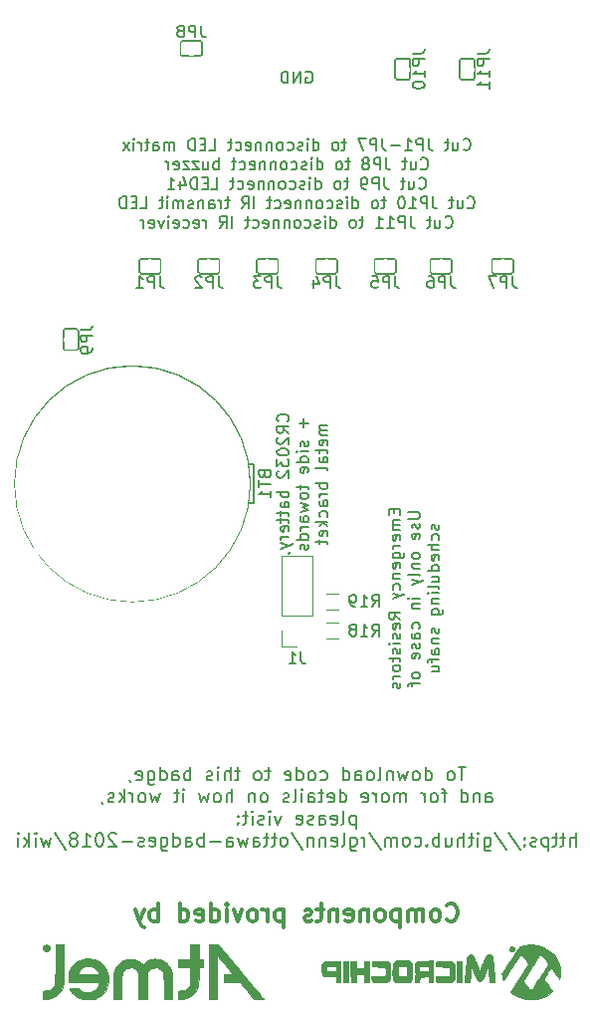
<source format=gbo>
G04 #@! TF.FileFunction,Legend,Bot*
%FSLAX46Y46*%
G04 Gerber Fmt 4.6, Leading zero omitted, Abs format (unit mm)*
G04 Created by KiCad (PCBNEW 4.0.7) date 09/06/18 20:26:10*
%MOMM*%
%LPD*%
G01*
G04 APERTURE LIST*
%ADD10C,0.100000*%
%ADD11C,0.150000*%
%ADD12C,0.300000*%
%ADD13C,0.010000*%
%ADD14C,0.120000*%
%ADD15R,2.027200X2.332000*%
%ADD16O,2.027200X2.332000*%
%ADD17R,2.027200X2.027200*%
%ADD18O,2.027200X2.027200*%
%ADD19C,2.300000*%
%ADD20C,1.000000*%
%ADD21R,6.300000X3.800000*%
%ADD22C,20.000000*%
%ADD23C,8.300000*%
%ADD24C,1.824000*%
%ADD25C,0.850000*%
%ADD26R,0.900000X1.100000*%
%ADD27R,1.100000X0.900000*%
%ADD28R,2.332000X2.027200*%
%ADD29O,2.332000X2.027200*%
%ADD30R,2.000000X2.000000*%
%ADD31O,2.000000X2.000000*%
%ADD32R,0.800000X1.200000*%
G04 APERTURE END LIST*
D10*
D11*
X82778571Y-96678570D02*
X82778571Y-97011904D01*
X83302381Y-97154761D02*
X83302381Y-96678570D01*
X82302381Y-96678570D01*
X82302381Y-97154761D01*
X83302381Y-97583332D02*
X82635714Y-97583332D01*
X82730952Y-97583332D02*
X82683333Y-97630951D01*
X82635714Y-97726189D01*
X82635714Y-97869047D01*
X82683333Y-97964285D01*
X82778571Y-98011904D01*
X83302381Y-98011904D01*
X82778571Y-98011904D02*
X82683333Y-98059523D01*
X82635714Y-98154761D01*
X82635714Y-98297618D01*
X82683333Y-98392856D01*
X82778571Y-98440475D01*
X83302381Y-98440475D01*
X83254762Y-99297618D02*
X83302381Y-99202380D01*
X83302381Y-99011903D01*
X83254762Y-98916665D01*
X83159524Y-98869046D01*
X82778571Y-98869046D01*
X82683333Y-98916665D01*
X82635714Y-99011903D01*
X82635714Y-99202380D01*
X82683333Y-99297618D01*
X82778571Y-99345237D01*
X82873810Y-99345237D01*
X82969048Y-98869046D01*
X83302381Y-99773808D02*
X82635714Y-99773808D01*
X82826190Y-99773808D02*
X82730952Y-99821427D01*
X82683333Y-99869046D01*
X82635714Y-99964284D01*
X82635714Y-100059523D01*
X82635714Y-100821428D02*
X83445238Y-100821428D01*
X83540476Y-100773809D01*
X83588095Y-100726190D01*
X83635714Y-100630951D01*
X83635714Y-100488094D01*
X83588095Y-100392856D01*
X83254762Y-100821428D02*
X83302381Y-100726190D01*
X83302381Y-100535713D01*
X83254762Y-100440475D01*
X83207143Y-100392856D01*
X83111905Y-100345237D01*
X82826190Y-100345237D01*
X82730952Y-100392856D01*
X82683333Y-100440475D01*
X82635714Y-100535713D01*
X82635714Y-100726190D01*
X82683333Y-100821428D01*
X83254762Y-101678571D02*
X83302381Y-101583333D01*
X83302381Y-101392856D01*
X83254762Y-101297618D01*
X83159524Y-101249999D01*
X82778571Y-101249999D01*
X82683333Y-101297618D01*
X82635714Y-101392856D01*
X82635714Y-101583333D01*
X82683333Y-101678571D01*
X82778571Y-101726190D01*
X82873810Y-101726190D01*
X82969048Y-101249999D01*
X82635714Y-102154761D02*
X83302381Y-102154761D01*
X82730952Y-102154761D02*
X82683333Y-102202380D01*
X82635714Y-102297618D01*
X82635714Y-102440476D01*
X82683333Y-102535714D01*
X82778571Y-102583333D01*
X83302381Y-102583333D01*
X83254762Y-103488095D02*
X83302381Y-103392857D01*
X83302381Y-103202380D01*
X83254762Y-103107142D01*
X83207143Y-103059523D01*
X83111905Y-103011904D01*
X82826190Y-103011904D01*
X82730952Y-103059523D01*
X82683333Y-103107142D01*
X82635714Y-103202380D01*
X82635714Y-103392857D01*
X82683333Y-103488095D01*
X82635714Y-103821428D02*
X83302381Y-104059523D01*
X82635714Y-104297619D02*
X83302381Y-104059523D01*
X83540476Y-103964285D01*
X83588095Y-103916666D01*
X83635714Y-103821428D01*
X83302381Y-106011905D02*
X82826190Y-105678571D01*
X83302381Y-105440476D02*
X82302381Y-105440476D01*
X82302381Y-105821429D01*
X82350000Y-105916667D01*
X82397619Y-105964286D01*
X82492857Y-106011905D01*
X82635714Y-106011905D01*
X82730952Y-105964286D01*
X82778571Y-105916667D01*
X82826190Y-105821429D01*
X82826190Y-105440476D01*
X83254762Y-106821429D02*
X83302381Y-106726191D01*
X83302381Y-106535714D01*
X83254762Y-106440476D01*
X83159524Y-106392857D01*
X82778571Y-106392857D01*
X82683333Y-106440476D01*
X82635714Y-106535714D01*
X82635714Y-106726191D01*
X82683333Y-106821429D01*
X82778571Y-106869048D01*
X82873810Y-106869048D01*
X82969048Y-106392857D01*
X83254762Y-107250000D02*
X83302381Y-107345238D01*
X83302381Y-107535714D01*
X83254762Y-107630953D01*
X83159524Y-107678572D01*
X83111905Y-107678572D01*
X83016667Y-107630953D01*
X82969048Y-107535714D01*
X82969048Y-107392857D01*
X82921429Y-107297619D01*
X82826190Y-107250000D01*
X82778571Y-107250000D01*
X82683333Y-107297619D01*
X82635714Y-107392857D01*
X82635714Y-107535714D01*
X82683333Y-107630953D01*
X83302381Y-108107143D02*
X82635714Y-108107143D01*
X82302381Y-108107143D02*
X82350000Y-108059524D01*
X82397619Y-108107143D01*
X82350000Y-108154762D01*
X82302381Y-108107143D01*
X82397619Y-108107143D01*
X83254762Y-108535714D02*
X83302381Y-108630952D01*
X83302381Y-108821428D01*
X83254762Y-108916667D01*
X83159524Y-108964286D01*
X83111905Y-108964286D01*
X83016667Y-108916667D01*
X82969048Y-108821428D01*
X82969048Y-108678571D01*
X82921429Y-108583333D01*
X82826190Y-108535714D01*
X82778571Y-108535714D01*
X82683333Y-108583333D01*
X82635714Y-108678571D01*
X82635714Y-108821428D01*
X82683333Y-108916667D01*
X82635714Y-109250000D02*
X82635714Y-109630952D01*
X82302381Y-109392857D02*
X83159524Y-109392857D01*
X83254762Y-109440476D01*
X83302381Y-109535714D01*
X83302381Y-109630952D01*
X83302381Y-110107143D02*
X83254762Y-110011905D01*
X83207143Y-109964286D01*
X83111905Y-109916667D01*
X82826190Y-109916667D01*
X82730952Y-109964286D01*
X82683333Y-110011905D01*
X82635714Y-110107143D01*
X82635714Y-110250001D01*
X82683333Y-110345239D01*
X82730952Y-110392858D01*
X82826190Y-110440477D01*
X83111905Y-110440477D01*
X83207143Y-110392858D01*
X83254762Y-110345239D01*
X83302381Y-110250001D01*
X83302381Y-110107143D01*
X83302381Y-110869048D02*
X82635714Y-110869048D01*
X82826190Y-110869048D02*
X82730952Y-110916667D01*
X82683333Y-110964286D01*
X82635714Y-111059524D01*
X82635714Y-111154763D01*
X83254762Y-111440477D02*
X83302381Y-111535715D01*
X83302381Y-111726191D01*
X83254762Y-111821430D01*
X83159524Y-111869049D01*
X83111905Y-111869049D01*
X83016667Y-111821430D01*
X82969048Y-111726191D01*
X82969048Y-111583334D01*
X82921429Y-111488096D01*
X82826190Y-111440477D01*
X82778571Y-111440477D01*
X82683333Y-111488096D01*
X82635714Y-111583334D01*
X82635714Y-111726191D01*
X82683333Y-111821430D01*
X83952381Y-96916665D02*
X84761905Y-96916665D01*
X84857143Y-96964284D01*
X84904762Y-97011903D01*
X84952381Y-97107141D01*
X84952381Y-97297618D01*
X84904762Y-97392856D01*
X84857143Y-97440475D01*
X84761905Y-97488094D01*
X83952381Y-97488094D01*
X84904762Y-97916665D02*
X84952381Y-98011903D01*
X84952381Y-98202379D01*
X84904762Y-98297618D01*
X84809524Y-98345237D01*
X84761905Y-98345237D01*
X84666667Y-98297618D01*
X84619048Y-98202379D01*
X84619048Y-98059522D01*
X84571429Y-97964284D01*
X84476190Y-97916665D01*
X84428571Y-97916665D01*
X84333333Y-97964284D01*
X84285714Y-98059522D01*
X84285714Y-98202379D01*
X84333333Y-98297618D01*
X84904762Y-99154761D02*
X84952381Y-99059523D01*
X84952381Y-98869046D01*
X84904762Y-98773808D01*
X84809524Y-98726189D01*
X84428571Y-98726189D01*
X84333333Y-98773808D01*
X84285714Y-98869046D01*
X84285714Y-99059523D01*
X84333333Y-99154761D01*
X84428571Y-99202380D01*
X84523810Y-99202380D01*
X84619048Y-98726189D01*
X84952381Y-100535713D02*
X84904762Y-100440475D01*
X84857143Y-100392856D01*
X84761905Y-100345237D01*
X84476190Y-100345237D01*
X84380952Y-100392856D01*
X84333333Y-100440475D01*
X84285714Y-100535713D01*
X84285714Y-100678571D01*
X84333333Y-100773809D01*
X84380952Y-100821428D01*
X84476190Y-100869047D01*
X84761905Y-100869047D01*
X84857143Y-100821428D01*
X84904762Y-100773809D01*
X84952381Y-100678571D01*
X84952381Y-100535713D01*
X84285714Y-101297618D02*
X84952381Y-101297618D01*
X84380952Y-101297618D02*
X84333333Y-101345237D01*
X84285714Y-101440475D01*
X84285714Y-101583333D01*
X84333333Y-101678571D01*
X84428571Y-101726190D01*
X84952381Y-101726190D01*
X84952381Y-102345237D02*
X84904762Y-102249999D01*
X84809524Y-102202380D01*
X83952381Y-102202380D01*
X84285714Y-102630952D02*
X84952381Y-102869047D01*
X84285714Y-103107143D02*
X84952381Y-102869047D01*
X85190476Y-102773809D01*
X85238095Y-102726190D01*
X85285714Y-102630952D01*
X84952381Y-104250000D02*
X84285714Y-104250000D01*
X83952381Y-104250000D02*
X84000000Y-104202381D01*
X84047619Y-104250000D01*
X84000000Y-104297619D01*
X83952381Y-104250000D01*
X84047619Y-104250000D01*
X84285714Y-104726190D02*
X84952381Y-104726190D01*
X84380952Y-104726190D02*
X84333333Y-104773809D01*
X84285714Y-104869047D01*
X84285714Y-105011905D01*
X84333333Y-105107143D01*
X84428571Y-105154762D01*
X84952381Y-105154762D01*
X84904762Y-106821429D02*
X84952381Y-106726191D01*
X84952381Y-106535714D01*
X84904762Y-106440476D01*
X84857143Y-106392857D01*
X84761905Y-106345238D01*
X84476190Y-106345238D01*
X84380952Y-106392857D01*
X84333333Y-106440476D01*
X84285714Y-106535714D01*
X84285714Y-106726191D01*
X84333333Y-106821429D01*
X84952381Y-107678572D02*
X84428571Y-107678572D01*
X84333333Y-107630953D01*
X84285714Y-107535715D01*
X84285714Y-107345238D01*
X84333333Y-107250000D01*
X84904762Y-107678572D02*
X84952381Y-107583334D01*
X84952381Y-107345238D01*
X84904762Y-107250000D01*
X84809524Y-107202381D01*
X84714286Y-107202381D01*
X84619048Y-107250000D01*
X84571429Y-107345238D01*
X84571429Y-107583334D01*
X84523810Y-107678572D01*
X84904762Y-108107143D02*
X84952381Y-108202381D01*
X84952381Y-108392857D01*
X84904762Y-108488096D01*
X84809524Y-108535715D01*
X84761905Y-108535715D01*
X84666667Y-108488096D01*
X84619048Y-108392857D01*
X84619048Y-108250000D01*
X84571429Y-108154762D01*
X84476190Y-108107143D01*
X84428571Y-108107143D01*
X84333333Y-108154762D01*
X84285714Y-108250000D01*
X84285714Y-108392857D01*
X84333333Y-108488096D01*
X84904762Y-109345239D02*
X84952381Y-109250001D01*
X84952381Y-109059524D01*
X84904762Y-108964286D01*
X84809524Y-108916667D01*
X84428571Y-108916667D01*
X84333333Y-108964286D01*
X84285714Y-109059524D01*
X84285714Y-109250001D01*
X84333333Y-109345239D01*
X84428571Y-109392858D01*
X84523810Y-109392858D01*
X84619048Y-108916667D01*
X84952381Y-110726191D02*
X84904762Y-110630953D01*
X84857143Y-110583334D01*
X84761905Y-110535715D01*
X84476190Y-110535715D01*
X84380952Y-110583334D01*
X84333333Y-110630953D01*
X84285714Y-110726191D01*
X84285714Y-110869049D01*
X84333333Y-110964287D01*
X84380952Y-111011906D01*
X84476190Y-111059525D01*
X84761905Y-111059525D01*
X84857143Y-111011906D01*
X84904762Y-110964287D01*
X84952381Y-110869049D01*
X84952381Y-110726191D01*
X84285714Y-111345239D02*
X84285714Y-111726191D01*
X84952381Y-111488096D02*
X84095238Y-111488096D01*
X84000000Y-111535715D01*
X83952381Y-111630953D01*
X83952381Y-111726191D01*
X86554762Y-97988094D02*
X86602381Y-98083332D01*
X86602381Y-98273808D01*
X86554762Y-98369047D01*
X86459524Y-98416666D01*
X86411905Y-98416666D01*
X86316667Y-98369047D01*
X86269048Y-98273808D01*
X86269048Y-98130951D01*
X86221429Y-98035713D01*
X86126190Y-97988094D01*
X86078571Y-97988094D01*
X85983333Y-98035713D01*
X85935714Y-98130951D01*
X85935714Y-98273808D01*
X85983333Y-98369047D01*
X86554762Y-99273809D02*
X86602381Y-99178571D01*
X86602381Y-98988094D01*
X86554762Y-98892856D01*
X86507143Y-98845237D01*
X86411905Y-98797618D01*
X86126190Y-98797618D01*
X86030952Y-98845237D01*
X85983333Y-98892856D01*
X85935714Y-98988094D01*
X85935714Y-99178571D01*
X85983333Y-99273809D01*
X86602381Y-99702380D02*
X85602381Y-99702380D01*
X86602381Y-100130952D02*
X86078571Y-100130952D01*
X85983333Y-100083333D01*
X85935714Y-99988095D01*
X85935714Y-99845237D01*
X85983333Y-99749999D01*
X86030952Y-99702380D01*
X86554762Y-100988095D02*
X86602381Y-100892857D01*
X86602381Y-100702380D01*
X86554762Y-100607142D01*
X86459524Y-100559523D01*
X86078571Y-100559523D01*
X85983333Y-100607142D01*
X85935714Y-100702380D01*
X85935714Y-100892857D01*
X85983333Y-100988095D01*
X86078571Y-101035714D01*
X86173810Y-101035714D01*
X86269048Y-100559523D01*
X86602381Y-101892857D02*
X85602381Y-101892857D01*
X86554762Y-101892857D02*
X86602381Y-101797619D01*
X86602381Y-101607142D01*
X86554762Y-101511904D01*
X86507143Y-101464285D01*
X86411905Y-101416666D01*
X86126190Y-101416666D01*
X86030952Y-101464285D01*
X85983333Y-101511904D01*
X85935714Y-101607142D01*
X85935714Y-101797619D01*
X85983333Y-101892857D01*
X85935714Y-102797619D02*
X86602381Y-102797619D01*
X85935714Y-102369047D02*
X86459524Y-102369047D01*
X86554762Y-102416666D01*
X86602381Y-102511904D01*
X86602381Y-102654762D01*
X86554762Y-102750000D01*
X86507143Y-102797619D01*
X86602381Y-103416666D02*
X86554762Y-103321428D01*
X86459524Y-103273809D01*
X85602381Y-103273809D01*
X86602381Y-103797619D02*
X85935714Y-103797619D01*
X85602381Y-103797619D02*
X85650000Y-103750000D01*
X85697619Y-103797619D01*
X85650000Y-103845238D01*
X85602381Y-103797619D01*
X85697619Y-103797619D01*
X85935714Y-104273809D02*
X86602381Y-104273809D01*
X86030952Y-104273809D02*
X85983333Y-104321428D01*
X85935714Y-104416666D01*
X85935714Y-104559524D01*
X85983333Y-104654762D01*
X86078571Y-104702381D01*
X86602381Y-104702381D01*
X85935714Y-105607143D02*
X86745238Y-105607143D01*
X86840476Y-105559524D01*
X86888095Y-105511905D01*
X86935714Y-105416666D01*
X86935714Y-105273809D01*
X86888095Y-105178571D01*
X86554762Y-105607143D02*
X86602381Y-105511905D01*
X86602381Y-105321428D01*
X86554762Y-105226190D01*
X86507143Y-105178571D01*
X86411905Y-105130952D01*
X86126190Y-105130952D01*
X86030952Y-105178571D01*
X85983333Y-105226190D01*
X85935714Y-105321428D01*
X85935714Y-105511905D01*
X85983333Y-105607143D01*
X86554762Y-106797619D02*
X86602381Y-106892857D01*
X86602381Y-107083333D01*
X86554762Y-107178572D01*
X86459524Y-107226191D01*
X86411905Y-107226191D01*
X86316667Y-107178572D01*
X86269048Y-107083333D01*
X86269048Y-106940476D01*
X86221429Y-106845238D01*
X86126190Y-106797619D01*
X86078571Y-106797619D01*
X85983333Y-106845238D01*
X85935714Y-106940476D01*
X85935714Y-107083333D01*
X85983333Y-107178572D01*
X85935714Y-107654762D02*
X86602381Y-107654762D01*
X86030952Y-107654762D02*
X85983333Y-107702381D01*
X85935714Y-107797619D01*
X85935714Y-107940477D01*
X85983333Y-108035715D01*
X86078571Y-108083334D01*
X86602381Y-108083334D01*
X86602381Y-108988096D02*
X86078571Y-108988096D01*
X85983333Y-108940477D01*
X85935714Y-108845239D01*
X85935714Y-108654762D01*
X85983333Y-108559524D01*
X86554762Y-108988096D02*
X86602381Y-108892858D01*
X86602381Y-108654762D01*
X86554762Y-108559524D01*
X86459524Y-108511905D01*
X86364286Y-108511905D01*
X86269048Y-108559524D01*
X86221429Y-108654762D01*
X86221429Y-108892858D01*
X86173810Y-108988096D01*
X85935714Y-109321429D02*
X85935714Y-109702381D01*
X86602381Y-109464286D02*
X85745238Y-109464286D01*
X85650000Y-109511905D01*
X85602381Y-109607143D01*
X85602381Y-109702381D01*
X85935714Y-110464287D02*
X86602381Y-110464287D01*
X85935714Y-110035715D02*
X86459524Y-110035715D01*
X86554762Y-110083334D01*
X86602381Y-110178572D01*
X86602381Y-110321430D01*
X86554762Y-110416668D01*
X86507143Y-110464287D01*
D12*
X87250000Y-131535714D02*
X87321429Y-131607143D01*
X87535715Y-131678571D01*
X87678572Y-131678571D01*
X87892857Y-131607143D01*
X88035715Y-131464286D01*
X88107143Y-131321429D01*
X88178572Y-131035714D01*
X88178572Y-130821429D01*
X88107143Y-130535714D01*
X88035715Y-130392857D01*
X87892857Y-130250000D01*
X87678572Y-130178571D01*
X87535715Y-130178571D01*
X87321429Y-130250000D01*
X87250000Y-130321429D01*
X86392857Y-131678571D02*
X86535715Y-131607143D01*
X86607143Y-131535714D01*
X86678572Y-131392857D01*
X86678572Y-130964286D01*
X86607143Y-130821429D01*
X86535715Y-130750000D01*
X86392857Y-130678571D01*
X86178572Y-130678571D01*
X86035715Y-130750000D01*
X85964286Y-130821429D01*
X85892857Y-130964286D01*
X85892857Y-131392857D01*
X85964286Y-131535714D01*
X86035715Y-131607143D01*
X86178572Y-131678571D01*
X86392857Y-131678571D01*
X85250000Y-131678571D02*
X85250000Y-130678571D01*
X85250000Y-130821429D02*
X85178572Y-130750000D01*
X85035714Y-130678571D01*
X84821429Y-130678571D01*
X84678572Y-130750000D01*
X84607143Y-130892857D01*
X84607143Y-131678571D01*
X84607143Y-130892857D02*
X84535714Y-130750000D01*
X84392857Y-130678571D01*
X84178572Y-130678571D01*
X84035714Y-130750000D01*
X83964286Y-130892857D01*
X83964286Y-131678571D01*
X83250000Y-130678571D02*
X83250000Y-132178571D01*
X83250000Y-130750000D02*
X83107143Y-130678571D01*
X82821429Y-130678571D01*
X82678572Y-130750000D01*
X82607143Y-130821429D01*
X82535714Y-130964286D01*
X82535714Y-131392857D01*
X82607143Y-131535714D01*
X82678572Y-131607143D01*
X82821429Y-131678571D01*
X83107143Y-131678571D01*
X83250000Y-131607143D01*
X81678571Y-131678571D02*
X81821429Y-131607143D01*
X81892857Y-131535714D01*
X81964286Y-131392857D01*
X81964286Y-130964286D01*
X81892857Y-130821429D01*
X81821429Y-130750000D01*
X81678571Y-130678571D01*
X81464286Y-130678571D01*
X81321429Y-130750000D01*
X81250000Y-130821429D01*
X81178571Y-130964286D01*
X81178571Y-131392857D01*
X81250000Y-131535714D01*
X81321429Y-131607143D01*
X81464286Y-131678571D01*
X81678571Y-131678571D01*
X80535714Y-130678571D02*
X80535714Y-131678571D01*
X80535714Y-130821429D02*
X80464286Y-130750000D01*
X80321428Y-130678571D01*
X80107143Y-130678571D01*
X79964286Y-130750000D01*
X79892857Y-130892857D01*
X79892857Y-131678571D01*
X78607143Y-131607143D02*
X78750000Y-131678571D01*
X79035714Y-131678571D01*
X79178571Y-131607143D01*
X79250000Y-131464286D01*
X79250000Y-130892857D01*
X79178571Y-130750000D01*
X79035714Y-130678571D01*
X78750000Y-130678571D01*
X78607143Y-130750000D01*
X78535714Y-130892857D01*
X78535714Y-131035714D01*
X79250000Y-131178571D01*
X77892857Y-130678571D02*
X77892857Y-131678571D01*
X77892857Y-130821429D02*
X77821429Y-130750000D01*
X77678571Y-130678571D01*
X77464286Y-130678571D01*
X77321429Y-130750000D01*
X77250000Y-130892857D01*
X77250000Y-131678571D01*
X76750000Y-130678571D02*
X76178571Y-130678571D01*
X76535714Y-130178571D02*
X76535714Y-131464286D01*
X76464286Y-131607143D01*
X76321428Y-131678571D01*
X76178571Y-131678571D01*
X75750000Y-131607143D02*
X75607143Y-131678571D01*
X75321428Y-131678571D01*
X75178571Y-131607143D01*
X75107143Y-131464286D01*
X75107143Y-131392857D01*
X75178571Y-131250000D01*
X75321428Y-131178571D01*
X75535714Y-131178571D01*
X75678571Y-131107143D01*
X75750000Y-130964286D01*
X75750000Y-130892857D01*
X75678571Y-130750000D01*
X75535714Y-130678571D01*
X75321428Y-130678571D01*
X75178571Y-130750000D01*
X73321428Y-130678571D02*
X73321428Y-132178571D01*
X73321428Y-130750000D02*
X73178571Y-130678571D01*
X72892857Y-130678571D01*
X72750000Y-130750000D01*
X72678571Y-130821429D01*
X72607142Y-130964286D01*
X72607142Y-131392857D01*
X72678571Y-131535714D01*
X72750000Y-131607143D01*
X72892857Y-131678571D01*
X73178571Y-131678571D01*
X73321428Y-131607143D01*
X71964285Y-131678571D02*
X71964285Y-130678571D01*
X71964285Y-130964286D02*
X71892857Y-130821429D01*
X71821428Y-130750000D01*
X71678571Y-130678571D01*
X71535714Y-130678571D01*
X70821428Y-131678571D02*
X70964286Y-131607143D01*
X71035714Y-131535714D01*
X71107143Y-131392857D01*
X71107143Y-130964286D01*
X71035714Y-130821429D01*
X70964286Y-130750000D01*
X70821428Y-130678571D01*
X70607143Y-130678571D01*
X70464286Y-130750000D01*
X70392857Y-130821429D01*
X70321428Y-130964286D01*
X70321428Y-131392857D01*
X70392857Y-131535714D01*
X70464286Y-131607143D01*
X70607143Y-131678571D01*
X70821428Y-131678571D01*
X69821428Y-130678571D02*
X69464285Y-131678571D01*
X69107143Y-130678571D01*
X68535714Y-131678571D02*
X68535714Y-130678571D01*
X68535714Y-130178571D02*
X68607143Y-130250000D01*
X68535714Y-130321429D01*
X68464286Y-130250000D01*
X68535714Y-130178571D01*
X68535714Y-130321429D01*
X67178571Y-131678571D02*
X67178571Y-130178571D01*
X67178571Y-131607143D02*
X67321428Y-131678571D01*
X67607142Y-131678571D01*
X67750000Y-131607143D01*
X67821428Y-131535714D01*
X67892857Y-131392857D01*
X67892857Y-130964286D01*
X67821428Y-130821429D01*
X67750000Y-130750000D01*
X67607142Y-130678571D01*
X67321428Y-130678571D01*
X67178571Y-130750000D01*
X65892857Y-131607143D02*
X66035714Y-131678571D01*
X66321428Y-131678571D01*
X66464285Y-131607143D01*
X66535714Y-131464286D01*
X66535714Y-130892857D01*
X66464285Y-130750000D01*
X66321428Y-130678571D01*
X66035714Y-130678571D01*
X65892857Y-130750000D01*
X65821428Y-130892857D01*
X65821428Y-131035714D01*
X66535714Y-131178571D01*
X64535714Y-131678571D02*
X64535714Y-130178571D01*
X64535714Y-131607143D02*
X64678571Y-131678571D01*
X64964285Y-131678571D01*
X65107143Y-131607143D01*
X65178571Y-131535714D01*
X65250000Y-131392857D01*
X65250000Y-130964286D01*
X65178571Y-130821429D01*
X65107143Y-130750000D01*
X64964285Y-130678571D01*
X64678571Y-130678571D01*
X64535714Y-130750000D01*
X62678571Y-131678571D02*
X62678571Y-130178571D01*
X62678571Y-130750000D02*
X62535714Y-130678571D01*
X62250000Y-130678571D01*
X62107143Y-130750000D01*
X62035714Y-130821429D01*
X61964285Y-130964286D01*
X61964285Y-131392857D01*
X62035714Y-131535714D01*
X62107143Y-131607143D01*
X62250000Y-131678571D01*
X62535714Y-131678571D01*
X62678571Y-131607143D01*
X61464285Y-130678571D02*
X61107142Y-131678571D01*
X60750000Y-130678571D02*
X61107142Y-131678571D01*
X61250000Y-132035714D01*
X61321428Y-132107143D01*
X61464285Y-132178571D01*
D11*
X73707143Y-89190476D02*
X73754762Y-89142857D01*
X73802381Y-89000000D01*
X73802381Y-88904762D01*
X73754762Y-88761904D01*
X73659524Y-88666666D01*
X73564286Y-88619047D01*
X73373810Y-88571428D01*
X73230952Y-88571428D01*
X73040476Y-88619047D01*
X72945238Y-88666666D01*
X72850000Y-88761904D01*
X72802381Y-88904762D01*
X72802381Y-89000000D01*
X72850000Y-89142857D01*
X72897619Y-89190476D01*
X73802381Y-90190476D02*
X73326190Y-89857142D01*
X73802381Y-89619047D02*
X72802381Y-89619047D01*
X72802381Y-90000000D01*
X72850000Y-90095238D01*
X72897619Y-90142857D01*
X72992857Y-90190476D01*
X73135714Y-90190476D01*
X73230952Y-90142857D01*
X73278571Y-90095238D01*
X73326190Y-90000000D01*
X73326190Y-89619047D01*
X72897619Y-90571428D02*
X72850000Y-90619047D01*
X72802381Y-90714285D01*
X72802381Y-90952381D01*
X72850000Y-91047619D01*
X72897619Y-91095238D01*
X72992857Y-91142857D01*
X73088095Y-91142857D01*
X73230952Y-91095238D01*
X73802381Y-90523809D01*
X73802381Y-91142857D01*
X72802381Y-91761904D02*
X72802381Y-91857143D01*
X72850000Y-91952381D01*
X72897619Y-92000000D01*
X72992857Y-92047619D01*
X73183333Y-92095238D01*
X73421429Y-92095238D01*
X73611905Y-92047619D01*
X73707143Y-92000000D01*
X73754762Y-91952381D01*
X73802381Y-91857143D01*
X73802381Y-91761904D01*
X73754762Y-91666666D01*
X73707143Y-91619047D01*
X73611905Y-91571428D01*
X73421429Y-91523809D01*
X73183333Y-91523809D01*
X72992857Y-91571428D01*
X72897619Y-91619047D01*
X72850000Y-91666666D01*
X72802381Y-91761904D01*
X72802381Y-92428571D02*
X72802381Y-93047619D01*
X73183333Y-92714285D01*
X73183333Y-92857143D01*
X73230952Y-92952381D01*
X73278571Y-93000000D01*
X73373810Y-93047619D01*
X73611905Y-93047619D01*
X73707143Y-93000000D01*
X73754762Y-92952381D01*
X73802381Y-92857143D01*
X73802381Y-92571428D01*
X73754762Y-92476190D01*
X73707143Y-92428571D01*
X72897619Y-93428571D02*
X72850000Y-93476190D01*
X72802381Y-93571428D01*
X72802381Y-93809524D01*
X72850000Y-93904762D01*
X72897619Y-93952381D01*
X72992857Y-94000000D01*
X73088095Y-94000000D01*
X73230952Y-93952381D01*
X73802381Y-93380952D01*
X73802381Y-94000000D01*
X73802381Y-95190476D02*
X72802381Y-95190476D01*
X73183333Y-95190476D02*
X73135714Y-95285714D01*
X73135714Y-95476191D01*
X73183333Y-95571429D01*
X73230952Y-95619048D01*
X73326190Y-95666667D01*
X73611905Y-95666667D01*
X73707143Y-95619048D01*
X73754762Y-95571429D01*
X73802381Y-95476191D01*
X73802381Y-95285714D01*
X73754762Y-95190476D01*
X73802381Y-96523810D02*
X73278571Y-96523810D01*
X73183333Y-96476191D01*
X73135714Y-96380953D01*
X73135714Y-96190476D01*
X73183333Y-96095238D01*
X73754762Y-96523810D02*
X73802381Y-96428572D01*
X73802381Y-96190476D01*
X73754762Y-96095238D01*
X73659524Y-96047619D01*
X73564286Y-96047619D01*
X73469048Y-96095238D01*
X73421429Y-96190476D01*
X73421429Y-96428572D01*
X73373810Y-96523810D01*
X73135714Y-96857143D02*
X73135714Y-97238095D01*
X72802381Y-97000000D02*
X73659524Y-97000000D01*
X73754762Y-97047619D01*
X73802381Y-97142857D01*
X73802381Y-97238095D01*
X73135714Y-97428572D02*
X73135714Y-97809524D01*
X72802381Y-97571429D02*
X73659524Y-97571429D01*
X73754762Y-97619048D01*
X73802381Y-97714286D01*
X73802381Y-97809524D01*
X73754762Y-98523811D02*
X73802381Y-98428573D01*
X73802381Y-98238096D01*
X73754762Y-98142858D01*
X73659524Y-98095239D01*
X73278571Y-98095239D01*
X73183333Y-98142858D01*
X73135714Y-98238096D01*
X73135714Y-98428573D01*
X73183333Y-98523811D01*
X73278571Y-98571430D01*
X73373810Y-98571430D01*
X73469048Y-98095239D01*
X73802381Y-99000001D02*
X73135714Y-99000001D01*
X73326190Y-99000001D02*
X73230952Y-99047620D01*
X73183333Y-99095239D01*
X73135714Y-99190477D01*
X73135714Y-99285716D01*
X73135714Y-99523811D02*
X73802381Y-99761906D01*
X73135714Y-100000002D02*
X73802381Y-99761906D01*
X74040476Y-99666668D01*
X74088095Y-99619049D01*
X74135714Y-99523811D01*
X73754762Y-100428573D02*
X73802381Y-100428573D01*
X73897619Y-100380954D01*
X73945238Y-100333335D01*
X75071429Y-88952380D02*
X75071429Y-89714285D01*
X75452381Y-89333333D02*
X74690476Y-89333333D01*
X75404762Y-90904761D02*
X75452381Y-90999999D01*
X75452381Y-91190475D01*
X75404762Y-91285714D01*
X75309524Y-91333333D01*
X75261905Y-91333333D01*
X75166667Y-91285714D01*
X75119048Y-91190475D01*
X75119048Y-91047618D01*
X75071429Y-90952380D01*
X74976190Y-90904761D01*
X74928571Y-90904761D01*
X74833333Y-90952380D01*
X74785714Y-91047618D01*
X74785714Y-91190475D01*
X74833333Y-91285714D01*
X75452381Y-91761904D02*
X74785714Y-91761904D01*
X74452381Y-91761904D02*
X74500000Y-91714285D01*
X74547619Y-91761904D01*
X74500000Y-91809523D01*
X74452381Y-91761904D01*
X74547619Y-91761904D01*
X75452381Y-92666666D02*
X74452381Y-92666666D01*
X75404762Y-92666666D02*
X75452381Y-92571428D01*
X75452381Y-92380951D01*
X75404762Y-92285713D01*
X75357143Y-92238094D01*
X75261905Y-92190475D01*
X74976190Y-92190475D01*
X74880952Y-92238094D01*
X74833333Y-92285713D01*
X74785714Y-92380951D01*
X74785714Y-92571428D01*
X74833333Y-92666666D01*
X75404762Y-93523809D02*
X75452381Y-93428571D01*
X75452381Y-93238094D01*
X75404762Y-93142856D01*
X75309524Y-93095237D01*
X74928571Y-93095237D01*
X74833333Y-93142856D01*
X74785714Y-93238094D01*
X74785714Y-93428571D01*
X74833333Y-93523809D01*
X74928571Y-93571428D01*
X75023810Y-93571428D01*
X75119048Y-93095237D01*
X74785714Y-94619047D02*
X74785714Y-94999999D01*
X74452381Y-94761904D02*
X75309524Y-94761904D01*
X75404762Y-94809523D01*
X75452381Y-94904761D01*
X75452381Y-94999999D01*
X75452381Y-95476190D02*
X75404762Y-95380952D01*
X75357143Y-95333333D01*
X75261905Y-95285714D01*
X74976190Y-95285714D01*
X74880952Y-95333333D01*
X74833333Y-95380952D01*
X74785714Y-95476190D01*
X74785714Y-95619048D01*
X74833333Y-95714286D01*
X74880952Y-95761905D01*
X74976190Y-95809524D01*
X75261905Y-95809524D01*
X75357143Y-95761905D01*
X75404762Y-95714286D01*
X75452381Y-95619048D01*
X75452381Y-95476190D01*
X74785714Y-96142857D02*
X75452381Y-96333333D01*
X74976190Y-96523810D01*
X75452381Y-96714286D01*
X74785714Y-96904762D01*
X75452381Y-97714286D02*
X74928571Y-97714286D01*
X74833333Y-97666667D01*
X74785714Y-97571429D01*
X74785714Y-97380952D01*
X74833333Y-97285714D01*
X75404762Y-97714286D02*
X75452381Y-97619048D01*
X75452381Y-97380952D01*
X75404762Y-97285714D01*
X75309524Y-97238095D01*
X75214286Y-97238095D01*
X75119048Y-97285714D01*
X75071429Y-97380952D01*
X75071429Y-97619048D01*
X75023810Y-97714286D01*
X75452381Y-98190476D02*
X74785714Y-98190476D01*
X74976190Y-98190476D02*
X74880952Y-98238095D01*
X74833333Y-98285714D01*
X74785714Y-98380952D01*
X74785714Y-98476191D01*
X75452381Y-99238096D02*
X74452381Y-99238096D01*
X75404762Y-99238096D02*
X75452381Y-99142858D01*
X75452381Y-98952381D01*
X75404762Y-98857143D01*
X75357143Y-98809524D01*
X75261905Y-98761905D01*
X74976190Y-98761905D01*
X74880952Y-98809524D01*
X74833333Y-98857143D01*
X74785714Y-98952381D01*
X74785714Y-99142858D01*
X74833333Y-99238096D01*
X75404762Y-99666667D02*
X75452381Y-99761905D01*
X75452381Y-99952381D01*
X75404762Y-100047620D01*
X75309524Y-100095239D01*
X75261905Y-100095239D01*
X75166667Y-100047620D01*
X75119048Y-99952381D01*
X75119048Y-99809524D01*
X75071429Y-99714286D01*
X74976190Y-99666667D01*
X74928571Y-99666667D01*
X74833333Y-99714286D01*
X74785714Y-99809524D01*
X74785714Y-99952381D01*
X74833333Y-100047620D01*
X77102381Y-89499999D02*
X76435714Y-89499999D01*
X76530952Y-89499999D02*
X76483333Y-89547618D01*
X76435714Y-89642856D01*
X76435714Y-89785714D01*
X76483333Y-89880952D01*
X76578571Y-89928571D01*
X77102381Y-89928571D01*
X76578571Y-89928571D02*
X76483333Y-89976190D01*
X76435714Y-90071428D01*
X76435714Y-90214285D01*
X76483333Y-90309523D01*
X76578571Y-90357142D01*
X77102381Y-90357142D01*
X77054762Y-91214285D02*
X77102381Y-91119047D01*
X77102381Y-90928570D01*
X77054762Y-90833332D01*
X76959524Y-90785713D01*
X76578571Y-90785713D01*
X76483333Y-90833332D01*
X76435714Y-90928570D01*
X76435714Y-91119047D01*
X76483333Y-91214285D01*
X76578571Y-91261904D01*
X76673810Y-91261904D01*
X76769048Y-90785713D01*
X76435714Y-91547618D02*
X76435714Y-91928570D01*
X76102381Y-91690475D02*
X76959524Y-91690475D01*
X77054762Y-91738094D01*
X77102381Y-91833332D01*
X77102381Y-91928570D01*
X77102381Y-92690476D02*
X76578571Y-92690476D01*
X76483333Y-92642857D01*
X76435714Y-92547619D01*
X76435714Y-92357142D01*
X76483333Y-92261904D01*
X77054762Y-92690476D02*
X77102381Y-92595238D01*
X77102381Y-92357142D01*
X77054762Y-92261904D01*
X76959524Y-92214285D01*
X76864286Y-92214285D01*
X76769048Y-92261904D01*
X76721429Y-92357142D01*
X76721429Y-92595238D01*
X76673810Y-92690476D01*
X77102381Y-93309523D02*
X77054762Y-93214285D01*
X76959524Y-93166666D01*
X76102381Y-93166666D01*
X77102381Y-94452381D02*
X76102381Y-94452381D01*
X76483333Y-94452381D02*
X76435714Y-94547619D01*
X76435714Y-94738096D01*
X76483333Y-94833334D01*
X76530952Y-94880953D01*
X76626190Y-94928572D01*
X76911905Y-94928572D01*
X77007143Y-94880953D01*
X77054762Y-94833334D01*
X77102381Y-94738096D01*
X77102381Y-94547619D01*
X77054762Y-94452381D01*
X77102381Y-95357143D02*
X76435714Y-95357143D01*
X76626190Y-95357143D02*
X76530952Y-95404762D01*
X76483333Y-95452381D01*
X76435714Y-95547619D01*
X76435714Y-95642858D01*
X77102381Y-96404763D02*
X76578571Y-96404763D01*
X76483333Y-96357144D01*
X76435714Y-96261906D01*
X76435714Y-96071429D01*
X76483333Y-95976191D01*
X77054762Y-96404763D02*
X77102381Y-96309525D01*
X77102381Y-96071429D01*
X77054762Y-95976191D01*
X76959524Y-95928572D01*
X76864286Y-95928572D01*
X76769048Y-95976191D01*
X76721429Y-96071429D01*
X76721429Y-96309525D01*
X76673810Y-96404763D01*
X77054762Y-97309525D02*
X77102381Y-97214287D01*
X77102381Y-97023810D01*
X77054762Y-96928572D01*
X77007143Y-96880953D01*
X76911905Y-96833334D01*
X76626190Y-96833334D01*
X76530952Y-96880953D01*
X76483333Y-96928572D01*
X76435714Y-97023810D01*
X76435714Y-97214287D01*
X76483333Y-97309525D01*
X77102381Y-97738096D02*
X76102381Y-97738096D01*
X76721429Y-97833334D02*
X77102381Y-98119049D01*
X76435714Y-98119049D02*
X76816667Y-97738096D01*
X77054762Y-98928573D02*
X77102381Y-98833335D01*
X77102381Y-98642858D01*
X77054762Y-98547620D01*
X76959524Y-98500001D01*
X76578571Y-98500001D01*
X76483333Y-98547620D01*
X76435714Y-98642858D01*
X76435714Y-98833335D01*
X76483333Y-98928573D01*
X76578571Y-98976192D01*
X76673810Y-98976192D01*
X76769048Y-98500001D01*
X76435714Y-99261906D02*
X76435714Y-99642858D01*
X76102381Y-99404763D02*
X76959524Y-99404763D01*
X77054762Y-99452382D01*
X77102381Y-99547620D01*
X77102381Y-99642858D01*
X88874996Y-118557738D02*
X88217853Y-118557738D01*
X88546425Y-119707738D02*
X88546425Y-118557738D01*
X87670235Y-119707738D02*
X87779759Y-119652976D01*
X87834520Y-119598214D01*
X87889282Y-119488690D01*
X87889282Y-119160119D01*
X87834520Y-119050595D01*
X87779759Y-118995833D01*
X87670235Y-118941071D01*
X87505949Y-118941071D01*
X87396425Y-118995833D01*
X87341663Y-119050595D01*
X87286901Y-119160119D01*
X87286901Y-119488690D01*
X87341663Y-119598214D01*
X87396425Y-119652976D01*
X87505949Y-119707738D01*
X87670235Y-119707738D01*
X85424997Y-119707738D02*
X85424997Y-118557738D01*
X85424997Y-119652976D02*
X85534521Y-119707738D01*
X85753569Y-119707738D01*
X85863093Y-119652976D01*
X85917854Y-119598214D01*
X85972616Y-119488690D01*
X85972616Y-119160119D01*
X85917854Y-119050595D01*
X85863093Y-118995833D01*
X85753569Y-118941071D01*
X85534521Y-118941071D01*
X85424997Y-118995833D01*
X84713093Y-119707738D02*
X84822617Y-119652976D01*
X84877378Y-119598214D01*
X84932140Y-119488690D01*
X84932140Y-119160119D01*
X84877378Y-119050595D01*
X84822617Y-118995833D01*
X84713093Y-118941071D01*
X84548807Y-118941071D01*
X84439283Y-118995833D01*
X84384521Y-119050595D01*
X84329759Y-119160119D01*
X84329759Y-119488690D01*
X84384521Y-119598214D01*
X84439283Y-119652976D01*
X84548807Y-119707738D01*
X84713093Y-119707738D01*
X83946426Y-118941071D02*
X83727379Y-119707738D01*
X83508331Y-119160119D01*
X83289283Y-119707738D01*
X83070236Y-118941071D01*
X82632140Y-118941071D02*
X82632140Y-119707738D01*
X82632140Y-119050595D02*
X82577379Y-118995833D01*
X82467855Y-118941071D01*
X82303569Y-118941071D01*
X82194045Y-118995833D01*
X82139283Y-119105357D01*
X82139283Y-119707738D01*
X81427379Y-119707738D02*
X81536903Y-119652976D01*
X81591664Y-119543452D01*
X81591664Y-118557738D01*
X80824998Y-119707738D02*
X80934522Y-119652976D01*
X80989283Y-119598214D01*
X81044045Y-119488690D01*
X81044045Y-119160119D01*
X80989283Y-119050595D01*
X80934522Y-118995833D01*
X80824998Y-118941071D01*
X80660712Y-118941071D01*
X80551188Y-118995833D01*
X80496426Y-119050595D01*
X80441664Y-119160119D01*
X80441664Y-119488690D01*
X80496426Y-119598214D01*
X80551188Y-119652976D01*
X80660712Y-119707738D01*
X80824998Y-119707738D01*
X79455950Y-119707738D02*
X79455950Y-119105357D01*
X79510712Y-118995833D01*
X79620236Y-118941071D01*
X79839284Y-118941071D01*
X79948807Y-118995833D01*
X79455950Y-119652976D02*
X79565474Y-119707738D01*
X79839284Y-119707738D01*
X79948807Y-119652976D01*
X80003569Y-119543452D01*
X80003569Y-119433929D01*
X79948807Y-119324405D01*
X79839284Y-119269643D01*
X79565474Y-119269643D01*
X79455950Y-119214881D01*
X78415474Y-119707738D02*
X78415474Y-118557738D01*
X78415474Y-119652976D02*
X78524998Y-119707738D01*
X78744046Y-119707738D01*
X78853570Y-119652976D01*
X78908331Y-119598214D01*
X78963093Y-119488690D01*
X78963093Y-119160119D01*
X78908331Y-119050595D01*
X78853570Y-118995833D01*
X78744046Y-118941071D01*
X78524998Y-118941071D01*
X78415474Y-118995833D01*
X76498808Y-119652976D02*
X76608332Y-119707738D01*
X76827380Y-119707738D01*
X76936904Y-119652976D01*
X76991665Y-119598214D01*
X77046427Y-119488690D01*
X77046427Y-119160119D01*
X76991665Y-119050595D01*
X76936904Y-118995833D01*
X76827380Y-118941071D01*
X76608332Y-118941071D01*
X76498808Y-118995833D01*
X75841666Y-119707738D02*
X75951190Y-119652976D01*
X76005951Y-119598214D01*
X76060713Y-119488690D01*
X76060713Y-119160119D01*
X76005951Y-119050595D01*
X75951190Y-118995833D01*
X75841666Y-118941071D01*
X75677380Y-118941071D01*
X75567856Y-118995833D01*
X75513094Y-119050595D01*
X75458332Y-119160119D01*
X75458332Y-119488690D01*
X75513094Y-119598214D01*
X75567856Y-119652976D01*
X75677380Y-119707738D01*
X75841666Y-119707738D01*
X74472618Y-119707738D02*
X74472618Y-118557738D01*
X74472618Y-119652976D02*
X74582142Y-119707738D01*
X74801190Y-119707738D01*
X74910714Y-119652976D01*
X74965475Y-119598214D01*
X75020237Y-119488690D01*
X75020237Y-119160119D01*
X74965475Y-119050595D01*
X74910714Y-118995833D01*
X74801190Y-118941071D01*
X74582142Y-118941071D01*
X74472618Y-118995833D01*
X73486904Y-119652976D02*
X73596428Y-119707738D01*
X73815476Y-119707738D01*
X73924999Y-119652976D01*
X73979761Y-119543452D01*
X73979761Y-119105357D01*
X73924999Y-118995833D01*
X73815476Y-118941071D01*
X73596428Y-118941071D01*
X73486904Y-118995833D01*
X73432142Y-119105357D01*
X73432142Y-119214881D01*
X73979761Y-119324405D01*
X72227381Y-118941071D02*
X71789286Y-118941071D01*
X72063095Y-118557738D02*
X72063095Y-119543452D01*
X72008334Y-119652976D01*
X71898810Y-119707738D01*
X71789286Y-119707738D01*
X71241667Y-119707738D02*
X71351191Y-119652976D01*
X71405952Y-119598214D01*
X71460714Y-119488690D01*
X71460714Y-119160119D01*
X71405952Y-119050595D01*
X71351191Y-118995833D01*
X71241667Y-118941071D01*
X71077381Y-118941071D01*
X70967857Y-118995833D01*
X70913095Y-119050595D01*
X70858333Y-119160119D01*
X70858333Y-119488690D01*
X70913095Y-119598214D01*
X70967857Y-119652976D01*
X71077381Y-119707738D01*
X71241667Y-119707738D01*
X69653572Y-118941071D02*
X69215477Y-118941071D01*
X69489286Y-118557738D02*
X69489286Y-119543452D01*
X69434525Y-119652976D01*
X69325001Y-119707738D01*
X69215477Y-119707738D01*
X68832143Y-119707738D02*
X68832143Y-118557738D01*
X68339286Y-119707738D02*
X68339286Y-119105357D01*
X68394048Y-118995833D01*
X68503572Y-118941071D01*
X68667858Y-118941071D01*
X68777382Y-118995833D01*
X68832143Y-119050595D01*
X67791667Y-119707738D02*
X67791667Y-118941071D01*
X67791667Y-118557738D02*
X67846429Y-118612500D01*
X67791667Y-118667262D01*
X67736906Y-118612500D01*
X67791667Y-118557738D01*
X67791667Y-118667262D01*
X67298810Y-119652976D02*
X67189287Y-119707738D01*
X66970239Y-119707738D01*
X66860715Y-119652976D01*
X66805953Y-119543452D01*
X66805953Y-119488690D01*
X66860715Y-119379167D01*
X66970239Y-119324405D01*
X67134525Y-119324405D01*
X67244048Y-119269643D01*
X67298810Y-119160119D01*
X67298810Y-119105357D01*
X67244048Y-118995833D01*
X67134525Y-118941071D01*
X66970239Y-118941071D01*
X66860715Y-118995833D01*
X65436906Y-119707738D02*
X65436906Y-118557738D01*
X65436906Y-118995833D02*
X65327383Y-118941071D01*
X65108335Y-118941071D01*
X64998811Y-118995833D01*
X64944049Y-119050595D01*
X64889287Y-119160119D01*
X64889287Y-119488690D01*
X64944049Y-119598214D01*
X64998811Y-119652976D01*
X65108335Y-119707738D01*
X65327383Y-119707738D01*
X65436906Y-119652976D01*
X63903573Y-119707738D02*
X63903573Y-119105357D01*
X63958335Y-118995833D01*
X64067859Y-118941071D01*
X64286907Y-118941071D01*
X64396430Y-118995833D01*
X63903573Y-119652976D02*
X64013097Y-119707738D01*
X64286907Y-119707738D01*
X64396430Y-119652976D01*
X64451192Y-119543452D01*
X64451192Y-119433929D01*
X64396430Y-119324405D01*
X64286907Y-119269643D01*
X64013097Y-119269643D01*
X63903573Y-119214881D01*
X62863097Y-119707738D02*
X62863097Y-118557738D01*
X62863097Y-119652976D02*
X62972621Y-119707738D01*
X63191669Y-119707738D01*
X63301193Y-119652976D01*
X63355954Y-119598214D01*
X63410716Y-119488690D01*
X63410716Y-119160119D01*
X63355954Y-119050595D01*
X63301193Y-118995833D01*
X63191669Y-118941071D01*
X62972621Y-118941071D01*
X62863097Y-118995833D01*
X61822621Y-118941071D02*
X61822621Y-119872024D01*
X61877383Y-119981548D01*
X61932145Y-120036310D01*
X62041669Y-120091071D01*
X62205955Y-120091071D01*
X62315478Y-120036310D01*
X61822621Y-119652976D02*
X61932145Y-119707738D01*
X62151193Y-119707738D01*
X62260717Y-119652976D01*
X62315478Y-119598214D01*
X62370240Y-119488690D01*
X62370240Y-119160119D01*
X62315478Y-119050595D01*
X62260717Y-118995833D01*
X62151193Y-118941071D01*
X61932145Y-118941071D01*
X61822621Y-118995833D01*
X60836907Y-119652976D02*
X60946431Y-119707738D01*
X61165479Y-119707738D01*
X61275002Y-119652976D01*
X61329764Y-119543452D01*
X61329764Y-119105357D01*
X61275002Y-118995833D01*
X61165479Y-118941071D01*
X60946431Y-118941071D01*
X60836907Y-118995833D01*
X60782145Y-119105357D01*
X60782145Y-119214881D01*
X61329764Y-119324405D01*
X60234527Y-119652976D02*
X60234527Y-119707738D01*
X60289288Y-119817262D01*
X60344050Y-119872024D01*
X90572615Y-121582738D02*
X90572615Y-120980357D01*
X90627377Y-120870833D01*
X90736901Y-120816071D01*
X90955949Y-120816071D01*
X91065472Y-120870833D01*
X90572615Y-121527976D02*
X90682139Y-121582738D01*
X90955949Y-121582738D01*
X91065472Y-121527976D01*
X91120234Y-121418452D01*
X91120234Y-121308929D01*
X91065472Y-121199405D01*
X90955949Y-121144643D01*
X90682139Y-121144643D01*
X90572615Y-121089881D01*
X90024996Y-120816071D02*
X90024996Y-121582738D01*
X90024996Y-120925595D02*
X89970235Y-120870833D01*
X89860711Y-120816071D01*
X89696425Y-120816071D01*
X89586901Y-120870833D01*
X89532139Y-120980357D01*
X89532139Y-121582738D01*
X88491663Y-121582738D02*
X88491663Y-120432738D01*
X88491663Y-121527976D02*
X88601187Y-121582738D01*
X88820235Y-121582738D01*
X88929759Y-121527976D01*
X88984520Y-121473214D01*
X89039282Y-121363690D01*
X89039282Y-121035119D01*
X88984520Y-120925595D01*
X88929759Y-120870833D01*
X88820235Y-120816071D01*
X88601187Y-120816071D01*
X88491663Y-120870833D01*
X87232140Y-120816071D02*
X86794045Y-120816071D01*
X87067854Y-121582738D02*
X87067854Y-120597024D01*
X87013093Y-120487500D01*
X86903569Y-120432738D01*
X86794045Y-120432738D01*
X86246426Y-121582738D02*
X86355950Y-121527976D01*
X86410711Y-121473214D01*
X86465473Y-121363690D01*
X86465473Y-121035119D01*
X86410711Y-120925595D01*
X86355950Y-120870833D01*
X86246426Y-120816071D01*
X86082140Y-120816071D01*
X85972616Y-120870833D01*
X85917854Y-120925595D01*
X85863092Y-121035119D01*
X85863092Y-121363690D01*
X85917854Y-121473214D01*
X85972616Y-121527976D01*
X86082140Y-121582738D01*
X86246426Y-121582738D01*
X85370235Y-121582738D02*
X85370235Y-120816071D01*
X85370235Y-121035119D02*
X85315474Y-120925595D01*
X85260712Y-120870833D01*
X85151188Y-120816071D01*
X85041664Y-120816071D01*
X83782140Y-121582738D02*
X83782140Y-120816071D01*
X83782140Y-120925595D02*
X83727379Y-120870833D01*
X83617855Y-120816071D01*
X83453569Y-120816071D01*
X83344045Y-120870833D01*
X83289283Y-120980357D01*
X83289283Y-121582738D01*
X83289283Y-120980357D02*
X83234521Y-120870833D01*
X83124998Y-120816071D01*
X82960712Y-120816071D01*
X82851188Y-120870833D01*
X82796426Y-120980357D01*
X82796426Y-121582738D01*
X82084522Y-121582738D02*
X82194046Y-121527976D01*
X82248807Y-121473214D01*
X82303569Y-121363690D01*
X82303569Y-121035119D01*
X82248807Y-120925595D01*
X82194046Y-120870833D01*
X82084522Y-120816071D01*
X81920236Y-120816071D01*
X81810712Y-120870833D01*
X81755950Y-120925595D01*
X81701188Y-121035119D01*
X81701188Y-121363690D01*
X81755950Y-121473214D01*
X81810712Y-121527976D01*
X81920236Y-121582738D01*
X82084522Y-121582738D01*
X81208331Y-121582738D02*
X81208331Y-120816071D01*
X81208331Y-121035119D02*
X81153570Y-120925595D01*
X81098808Y-120870833D01*
X80989284Y-120816071D01*
X80879760Y-120816071D01*
X80058331Y-121527976D02*
X80167855Y-121582738D01*
X80386903Y-121582738D01*
X80496426Y-121527976D01*
X80551188Y-121418452D01*
X80551188Y-120980357D01*
X80496426Y-120870833D01*
X80386903Y-120816071D01*
X80167855Y-120816071D01*
X80058331Y-120870833D01*
X80003569Y-120980357D01*
X80003569Y-121089881D01*
X80551188Y-121199405D01*
X78141665Y-121582738D02*
X78141665Y-120432738D01*
X78141665Y-121527976D02*
X78251189Y-121582738D01*
X78470237Y-121582738D01*
X78579761Y-121527976D01*
X78634522Y-121473214D01*
X78689284Y-121363690D01*
X78689284Y-121035119D01*
X78634522Y-120925595D01*
X78579761Y-120870833D01*
X78470237Y-120816071D01*
X78251189Y-120816071D01*
X78141665Y-120870833D01*
X77155951Y-121527976D02*
X77265475Y-121582738D01*
X77484523Y-121582738D01*
X77594046Y-121527976D01*
X77648808Y-121418452D01*
X77648808Y-120980357D01*
X77594046Y-120870833D01*
X77484523Y-120816071D01*
X77265475Y-120816071D01*
X77155951Y-120870833D01*
X77101189Y-120980357D01*
X77101189Y-121089881D01*
X77648808Y-121199405D01*
X76772618Y-120816071D02*
X76334523Y-120816071D01*
X76608332Y-120432738D02*
X76608332Y-121418452D01*
X76553571Y-121527976D01*
X76444047Y-121582738D01*
X76334523Y-121582738D01*
X75458332Y-121582738D02*
X75458332Y-120980357D01*
X75513094Y-120870833D01*
X75622618Y-120816071D01*
X75841666Y-120816071D01*
X75951189Y-120870833D01*
X75458332Y-121527976D02*
X75567856Y-121582738D01*
X75841666Y-121582738D01*
X75951189Y-121527976D01*
X76005951Y-121418452D01*
X76005951Y-121308929D01*
X75951189Y-121199405D01*
X75841666Y-121144643D01*
X75567856Y-121144643D01*
X75458332Y-121089881D01*
X74910713Y-121582738D02*
X74910713Y-120816071D01*
X74910713Y-120432738D02*
X74965475Y-120487500D01*
X74910713Y-120542262D01*
X74855952Y-120487500D01*
X74910713Y-120432738D01*
X74910713Y-120542262D01*
X74198809Y-121582738D02*
X74308333Y-121527976D01*
X74363094Y-121418452D01*
X74363094Y-120432738D01*
X73815475Y-121527976D02*
X73705952Y-121582738D01*
X73486904Y-121582738D01*
X73377380Y-121527976D01*
X73322618Y-121418452D01*
X73322618Y-121363690D01*
X73377380Y-121254167D01*
X73486904Y-121199405D01*
X73651190Y-121199405D01*
X73760713Y-121144643D01*
X73815475Y-121035119D01*
X73815475Y-120980357D01*
X73760713Y-120870833D01*
X73651190Y-120816071D01*
X73486904Y-120816071D01*
X73377380Y-120870833D01*
X71789286Y-121582738D02*
X71898810Y-121527976D01*
X71953571Y-121473214D01*
X72008333Y-121363690D01*
X72008333Y-121035119D01*
X71953571Y-120925595D01*
X71898810Y-120870833D01*
X71789286Y-120816071D01*
X71625000Y-120816071D01*
X71515476Y-120870833D01*
X71460714Y-120925595D01*
X71405952Y-121035119D01*
X71405952Y-121363690D01*
X71460714Y-121473214D01*
X71515476Y-121527976D01*
X71625000Y-121582738D01*
X71789286Y-121582738D01*
X70913095Y-120816071D02*
X70913095Y-121582738D01*
X70913095Y-120925595D02*
X70858334Y-120870833D01*
X70748810Y-120816071D01*
X70584524Y-120816071D01*
X70475000Y-120870833D01*
X70420238Y-120980357D01*
X70420238Y-121582738D01*
X68996429Y-121582738D02*
X68996429Y-120432738D01*
X68503572Y-121582738D02*
X68503572Y-120980357D01*
X68558334Y-120870833D01*
X68667858Y-120816071D01*
X68832144Y-120816071D01*
X68941668Y-120870833D01*
X68996429Y-120925595D01*
X67791668Y-121582738D02*
X67901192Y-121527976D01*
X67955953Y-121473214D01*
X68010715Y-121363690D01*
X68010715Y-121035119D01*
X67955953Y-120925595D01*
X67901192Y-120870833D01*
X67791668Y-120816071D01*
X67627382Y-120816071D01*
X67517858Y-120870833D01*
X67463096Y-120925595D01*
X67408334Y-121035119D01*
X67408334Y-121363690D01*
X67463096Y-121473214D01*
X67517858Y-121527976D01*
X67627382Y-121582738D01*
X67791668Y-121582738D01*
X67025001Y-120816071D02*
X66805954Y-121582738D01*
X66586906Y-121035119D01*
X66367858Y-121582738D01*
X66148811Y-120816071D01*
X64834525Y-121582738D02*
X64834525Y-120816071D01*
X64834525Y-120432738D02*
X64889287Y-120487500D01*
X64834525Y-120542262D01*
X64779764Y-120487500D01*
X64834525Y-120432738D01*
X64834525Y-120542262D01*
X64451192Y-120816071D02*
X64013097Y-120816071D01*
X64286906Y-120432738D02*
X64286906Y-121418452D01*
X64232145Y-121527976D01*
X64122621Y-121582738D01*
X64013097Y-121582738D01*
X62863097Y-120816071D02*
X62644050Y-121582738D01*
X62425002Y-121035119D01*
X62205954Y-121582738D01*
X61986907Y-120816071D01*
X61384526Y-121582738D02*
X61494050Y-121527976D01*
X61548811Y-121473214D01*
X61603573Y-121363690D01*
X61603573Y-121035119D01*
X61548811Y-120925595D01*
X61494050Y-120870833D01*
X61384526Y-120816071D01*
X61220240Y-120816071D01*
X61110716Y-120870833D01*
X61055954Y-120925595D01*
X61001192Y-121035119D01*
X61001192Y-121363690D01*
X61055954Y-121473214D01*
X61110716Y-121527976D01*
X61220240Y-121582738D01*
X61384526Y-121582738D01*
X60508335Y-121582738D02*
X60508335Y-120816071D01*
X60508335Y-121035119D02*
X60453574Y-120925595D01*
X60398812Y-120870833D01*
X60289288Y-120816071D01*
X60179764Y-120816071D01*
X59796430Y-121582738D02*
X59796430Y-120432738D01*
X59686907Y-121144643D02*
X59358335Y-121582738D01*
X59358335Y-120816071D02*
X59796430Y-121254167D01*
X58920240Y-121527976D02*
X58810717Y-121582738D01*
X58591669Y-121582738D01*
X58482145Y-121527976D01*
X58427383Y-121418452D01*
X58427383Y-121363690D01*
X58482145Y-121254167D01*
X58591669Y-121199405D01*
X58755955Y-121199405D01*
X58865478Y-121144643D01*
X58920240Y-121035119D01*
X58920240Y-120980357D01*
X58865478Y-120870833D01*
X58755955Y-120816071D01*
X58591669Y-120816071D01*
X58482145Y-120870833D01*
X57879765Y-121527976D02*
X57879765Y-121582738D01*
X57934526Y-121692262D01*
X57989288Y-121747024D01*
X79510712Y-122691071D02*
X79510712Y-123841071D01*
X79510712Y-122745833D02*
X79401189Y-122691071D01*
X79182141Y-122691071D01*
X79072617Y-122745833D01*
X79017855Y-122800595D01*
X78963093Y-122910119D01*
X78963093Y-123238690D01*
X79017855Y-123348214D01*
X79072617Y-123402976D01*
X79182141Y-123457738D01*
X79401189Y-123457738D01*
X79510712Y-123402976D01*
X78305951Y-123457738D02*
X78415475Y-123402976D01*
X78470236Y-123293452D01*
X78470236Y-122307738D01*
X77429760Y-123402976D02*
X77539284Y-123457738D01*
X77758332Y-123457738D01*
X77867855Y-123402976D01*
X77922617Y-123293452D01*
X77922617Y-122855357D01*
X77867855Y-122745833D01*
X77758332Y-122691071D01*
X77539284Y-122691071D01*
X77429760Y-122745833D01*
X77374998Y-122855357D01*
X77374998Y-122964881D01*
X77922617Y-123074405D01*
X76389284Y-123457738D02*
X76389284Y-122855357D01*
X76444046Y-122745833D01*
X76553570Y-122691071D01*
X76772618Y-122691071D01*
X76882141Y-122745833D01*
X76389284Y-123402976D02*
X76498808Y-123457738D01*
X76772618Y-123457738D01*
X76882141Y-123402976D01*
X76936903Y-123293452D01*
X76936903Y-123183929D01*
X76882141Y-123074405D01*
X76772618Y-123019643D01*
X76498808Y-123019643D01*
X76389284Y-122964881D01*
X75896427Y-123402976D02*
X75786904Y-123457738D01*
X75567856Y-123457738D01*
X75458332Y-123402976D01*
X75403570Y-123293452D01*
X75403570Y-123238690D01*
X75458332Y-123129167D01*
X75567856Y-123074405D01*
X75732142Y-123074405D01*
X75841665Y-123019643D01*
X75896427Y-122910119D01*
X75896427Y-122855357D01*
X75841665Y-122745833D01*
X75732142Y-122691071D01*
X75567856Y-122691071D01*
X75458332Y-122745833D01*
X74472618Y-123402976D02*
X74582142Y-123457738D01*
X74801190Y-123457738D01*
X74910713Y-123402976D01*
X74965475Y-123293452D01*
X74965475Y-122855357D01*
X74910713Y-122745833D01*
X74801190Y-122691071D01*
X74582142Y-122691071D01*
X74472618Y-122745833D01*
X74417856Y-122855357D01*
X74417856Y-122964881D01*
X74965475Y-123074405D01*
X73158333Y-122691071D02*
X72884524Y-123457738D01*
X72610714Y-122691071D01*
X72172619Y-123457738D02*
X72172619Y-122691071D01*
X72172619Y-122307738D02*
X72227381Y-122362500D01*
X72172619Y-122417262D01*
X72117858Y-122362500D01*
X72172619Y-122307738D01*
X72172619Y-122417262D01*
X71679762Y-123402976D02*
X71570239Y-123457738D01*
X71351191Y-123457738D01*
X71241667Y-123402976D01*
X71186905Y-123293452D01*
X71186905Y-123238690D01*
X71241667Y-123129167D01*
X71351191Y-123074405D01*
X71515477Y-123074405D01*
X71625000Y-123019643D01*
X71679762Y-122910119D01*
X71679762Y-122855357D01*
X71625000Y-122745833D01*
X71515477Y-122691071D01*
X71351191Y-122691071D01*
X71241667Y-122745833D01*
X70694048Y-123457738D02*
X70694048Y-122691071D01*
X70694048Y-122307738D02*
X70748810Y-122362500D01*
X70694048Y-122417262D01*
X70639287Y-122362500D01*
X70694048Y-122307738D01*
X70694048Y-122417262D01*
X70310715Y-122691071D02*
X69872620Y-122691071D01*
X70146429Y-122307738D02*
X70146429Y-123293452D01*
X70091668Y-123402976D01*
X69982144Y-123457738D01*
X69872620Y-123457738D01*
X69489286Y-123348214D02*
X69434525Y-123402976D01*
X69489286Y-123457738D01*
X69544048Y-123402976D01*
X69489286Y-123348214D01*
X69489286Y-123457738D01*
X69489286Y-122745833D02*
X69434525Y-122800595D01*
X69489286Y-122855357D01*
X69544048Y-122800595D01*
X69489286Y-122745833D01*
X69489286Y-122855357D01*
X98211902Y-125332738D02*
X98211902Y-124182738D01*
X97719045Y-125332738D02*
X97719045Y-124730357D01*
X97773807Y-124620833D01*
X97883331Y-124566071D01*
X98047617Y-124566071D01*
X98157141Y-124620833D01*
X98211902Y-124675595D01*
X97335712Y-124566071D02*
X96897617Y-124566071D01*
X97171426Y-124182738D02*
X97171426Y-125168452D01*
X97116665Y-125277976D01*
X97007141Y-125332738D01*
X96897617Y-125332738D01*
X96678569Y-124566071D02*
X96240474Y-124566071D01*
X96514283Y-124182738D02*
X96514283Y-125168452D01*
X96459522Y-125277976D01*
X96349998Y-125332738D01*
X96240474Y-125332738D01*
X95857140Y-124566071D02*
X95857140Y-125716071D01*
X95857140Y-124620833D02*
X95747617Y-124566071D01*
X95528569Y-124566071D01*
X95419045Y-124620833D01*
X95364283Y-124675595D01*
X95309521Y-124785119D01*
X95309521Y-125113690D01*
X95364283Y-125223214D01*
X95419045Y-125277976D01*
X95528569Y-125332738D01*
X95747617Y-125332738D01*
X95857140Y-125277976D01*
X94871426Y-125277976D02*
X94761903Y-125332738D01*
X94542855Y-125332738D01*
X94433331Y-125277976D01*
X94378569Y-125168452D01*
X94378569Y-125113690D01*
X94433331Y-125004167D01*
X94542855Y-124949405D01*
X94707141Y-124949405D01*
X94816664Y-124894643D01*
X94871426Y-124785119D01*
X94871426Y-124730357D01*
X94816664Y-124620833D01*
X94707141Y-124566071D01*
X94542855Y-124566071D01*
X94433331Y-124620833D01*
X93885712Y-125223214D02*
X93830951Y-125277976D01*
X93885712Y-125332738D01*
X93940474Y-125277976D01*
X93885712Y-125223214D01*
X93885712Y-125332738D01*
X93885712Y-124620833D02*
X93830951Y-124675595D01*
X93885712Y-124730357D01*
X93940474Y-124675595D01*
X93885712Y-124620833D01*
X93885712Y-124730357D01*
X92516665Y-124127976D02*
X93502379Y-125606548D01*
X91311903Y-124127976D02*
X92297617Y-125606548D01*
X90435712Y-124566071D02*
X90435712Y-125497024D01*
X90490474Y-125606548D01*
X90545236Y-125661310D01*
X90654760Y-125716071D01*
X90819046Y-125716071D01*
X90928569Y-125661310D01*
X90435712Y-125277976D02*
X90545236Y-125332738D01*
X90764284Y-125332738D01*
X90873808Y-125277976D01*
X90928569Y-125223214D01*
X90983331Y-125113690D01*
X90983331Y-124785119D01*
X90928569Y-124675595D01*
X90873808Y-124620833D01*
X90764284Y-124566071D01*
X90545236Y-124566071D01*
X90435712Y-124620833D01*
X89888093Y-125332738D02*
X89888093Y-124566071D01*
X89888093Y-124182738D02*
X89942855Y-124237500D01*
X89888093Y-124292262D01*
X89833332Y-124237500D01*
X89888093Y-124182738D01*
X89888093Y-124292262D01*
X89504760Y-124566071D02*
X89066665Y-124566071D01*
X89340474Y-124182738D02*
X89340474Y-125168452D01*
X89285713Y-125277976D01*
X89176189Y-125332738D01*
X89066665Y-125332738D01*
X88683331Y-125332738D02*
X88683331Y-124182738D01*
X88190474Y-125332738D02*
X88190474Y-124730357D01*
X88245236Y-124620833D01*
X88354760Y-124566071D01*
X88519046Y-124566071D01*
X88628570Y-124620833D01*
X88683331Y-124675595D01*
X87149998Y-124566071D02*
X87149998Y-125332738D01*
X87642855Y-124566071D02*
X87642855Y-125168452D01*
X87588094Y-125277976D01*
X87478570Y-125332738D01*
X87314284Y-125332738D01*
X87204760Y-125277976D01*
X87149998Y-125223214D01*
X86602379Y-125332738D02*
X86602379Y-124182738D01*
X86602379Y-124620833D02*
X86492856Y-124566071D01*
X86273808Y-124566071D01*
X86164284Y-124620833D01*
X86109522Y-124675595D01*
X86054760Y-124785119D01*
X86054760Y-125113690D01*
X86109522Y-125223214D01*
X86164284Y-125277976D01*
X86273808Y-125332738D01*
X86492856Y-125332738D01*
X86602379Y-125277976D01*
X85561903Y-125223214D02*
X85507142Y-125277976D01*
X85561903Y-125332738D01*
X85616665Y-125277976D01*
X85561903Y-125223214D01*
X85561903Y-125332738D01*
X84521427Y-125277976D02*
X84630951Y-125332738D01*
X84849999Y-125332738D01*
X84959523Y-125277976D01*
X85014284Y-125223214D01*
X85069046Y-125113690D01*
X85069046Y-124785119D01*
X85014284Y-124675595D01*
X84959523Y-124620833D01*
X84849999Y-124566071D01*
X84630951Y-124566071D01*
X84521427Y-124620833D01*
X83864285Y-125332738D02*
X83973809Y-125277976D01*
X84028570Y-125223214D01*
X84083332Y-125113690D01*
X84083332Y-124785119D01*
X84028570Y-124675595D01*
X83973809Y-124620833D01*
X83864285Y-124566071D01*
X83699999Y-124566071D01*
X83590475Y-124620833D01*
X83535713Y-124675595D01*
X83480951Y-124785119D01*
X83480951Y-125113690D01*
X83535713Y-125223214D01*
X83590475Y-125277976D01*
X83699999Y-125332738D01*
X83864285Y-125332738D01*
X82988094Y-125332738D02*
X82988094Y-124566071D01*
X82988094Y-124675595D02*
X82933333Y-124620833D01*
X82823809Y-124566071D01*
X82659523Y-124566071D01*
X82549999Y-124620833D01*
X82495237Y-124730357D01*
X82495237Y-125332738D01*
X82495237Y-124730357D02*
X82440475Y-124620833D01*
X82330952Y-124566071D01*
X82166666Y-124566071D01*
X82057142Y-124620833D01*
X82002380Y-124730357D01*
X82002380Y-125332738D01*
X80633333Y-124127976D02*
X81619047Y-125606548D01*
X80249999Y-125332738D02*
X80249999Y-124566071D01*
X80249999Y-124785119D02*
X80195238Y-124675595D01*
X80140476Y-124620833D01*
X80030952Y-124566071D01*
X79921428Y-124566071D01*
X79045237Y-124566071D02*
X79045237Y-125497024D01*
X79099999Y-125606548D01*
X79154761Y-125661310D01*
X79264285Y-125716071D01*
X79428571Y-125716071D01*
X79538094Y-125661310D01*
X79045237Y-125277976D02*
X79154761Y-125332738D01*
X79373809Y-125332738D01*
X79483333Y-125277976D01*
X79538094Y-125223214D01*
X79592856Y-125113690D01*
X79592856Y-124785119D01*
X79538094Y-124675595D01*
X79483333Y-124620833D01*
X79373809Y-124566071D01*
X79154761Y-124566071D01*
X79045237Y-124620833D01*
X78333333Y-125332738D02*
X78442857Y-125277976D01*
X78497618Y-125168452D01*
X78497618Y-124182738D01*
X77457142Y-125277976D02*
X77566666Y-125332738D01*
X77785714Y-125332738D01*
X77895237Y-125277976D01*
X77949999Y-125168452D01*
X77949999Y-124730357D01*
X77895237Y-124620833D01*
X77785714Y-124566071D01*
X77566666Y-124566071D01*
X77457142Y-124620833D01*
X77402380Y-124730357D01*
X77402380Y-124839881D01*
X77949999Y-124949405D01*
X76909523Y-124566071D02*
X76909523Y-125332738D01*
X76909523Y-124675595D02*
X76854762Y-124620833D01*
X76745238Y-124566071D01*
X76580952Y-124566071D01*
X76471428Y-124620833D01*
X76416666Y-124730357D01*
X76416666Y-125332738D01*
X75869047Y-124566071D02*
X75869047Y-125332738D01*
X75869047Y-124675595D02*
X75814286Y-124620833D01*
X75704762Y-124566071D01*
X75540476Y-124566071D01*
X75430952Y-124620833D01*
X75376190Y-124730357D01*
X75376190Y-125332738D01*
X74007143Y-124127976D02*
X74992857Y-125606548D01*
X73459524Y-125332738D02*
X73569048Y-125277976D01*
X73623809Y-125223214D01*
X73678571Y-125113690D01*
X73678571Y-124785119D01*
X73623809Y-124675595D01*
X73569048Y-124620833D01*
X73459524Y-124566071D01*
X73295238Y-124566071D01*
X73185714Y-124620833D01*
X73130952Y-124675595D01*
X73076190Y-124785119D01*
X73076190Y-125113690D01*
X73130952Y-125223214D01*
X73185714Y-125277976D01*
X73295238Y-125332738D01*
X73459524Y-125332738D01*
X72747619Y-124566071D02*
X72309524Y-124566071D01*
X72583333Y-124182738D02*
X72583333Y-125168452D01*
X72528572Y-125277976D01*
X72419048Y-125332738D01*
X72309524Y-125332738D01*
X72090476Y-124566071D02*
X71652381Y-124566071D01*
X71926190Y-124182738D02*
X71926190Y-125168452D01*
X71871429Y-125277976D01*
X71761905Y-125332738D01*
X71652381Y-125332738D01*
X70776190Y-125332738D02*
X70776190Y-124730357D01*
X70830952Y-124620833D01*
X70940476Y-124566071D01*
X71159524Y-124566071D01*
X71269047Y-124620833D01*
X70776190Y-125277976D02*
X70885714Y-125332738D01*
X71159524Y-125332738D01*
X71269047Y-125277976D01*
X71323809Y-125168452D01*
X71323809Y-125058929D01*
X71269047Y-124949405D01*
X71159524Y-124894643D01*
X70885714Y-124894643D01*
X70776190Y-124839881D01*
X70338095Y-124566071D02*
X70119048Y-125332738D01*
X69900000Y-124785119D01*
X69680952Y-125332738D01*
X69461905Y-124566071D01*
X68530952Y-125332738D02*
X68530952Y-124730357D01*
X68585714Y-124620833D01*
X68695238Y-124566071D01*
X68914286Y-124566071D01*
X69023809Y-124620833D01*
X68530952Y-125277976D02*
X68640476Y-125332738D01*
X68914286Y-125332738D01*
X69023809Y-125277976D01*
X69078571Y-125168452D01*
X69078571Y-125058929D01*
X69023809Y-124949405D01*
X68914286Y-124894643D01*
X68640476Y-124894643D01*
X68530952Y-124839881D01*
X67983333Y-124894643D02*
X67107143Y-124894643D01*
X66559523Y-125332738D02*
X66559523Y-124182738D01*
X66559523Y-124620833D02*
X66450000Y-124566071D01*
X66230952Y-124566071D01*
X66121428Y-124620833D01*
X66066666Y-124675595D01*
X66011904Y-124785119D01*
X66011904Y-125113690D01*
X66066666Y-125223214D01*
X66121428Y-125277976D01*
X66230952Y-125332738D01*
X66450000Y-125332738D01*
X66559523Y-125277976D01*
X65026190Y-125332738D02*
X65026190Y-124730357D01*
X65080952Y-124620833D01*
X65190476Y-124566071D01*
X65409524Y-124566071D01*
X65519047Y-124620833D01*
X65026190Y-125277976D02*
X65135714Y-125332738D01*
X65409524Y-125332738D01*
X65519047Y-125277976D01*
X65573809Y-125168452D01*
X65573809Y-125058929D01*
X65519047Y-124949405D01*
X65409524Y-124894643D01*
X65135714Y-124894643D01*
X65026190Y-124839881D01*
X63985714Y-125332738D02*
X63985714Y-124182738D01*
X63985714Y-125277976D02*
X64095238Y-125332738D01*
X64314286Y-125332738D01*
X64423810Y-125277976D01*
X64478571Y-125223214D01*
X64533333Y-125113690D01*
X64533333Y-124785119D01*
X64478571Y-124675595D01*
X64423810Y-124620833D01*
X64314286Y-124566071D01*
X64095238Y-124566071D01*
X63985714Y-124620833D01*
X62945238Y-124566071D02*
X62945238Y-125497024D01*
X63000000Y-125606548D01*
X63054762Y-125661310D01*
X63164286Y-125716071D01*
X63328572Y-125716071D01*
X63438095Y-125661310D01*
X62945238Y-125277976D02*
X63054762Y-125332738D01*
X63273810Y-125332738D01*
X63383334Y-125277976D01*
X63438095Y-125223214D01*
X63492857Y-125113690D01*
X63492857Y-124785119D01*
X63438095Y-124675595D01*
X63383334Y-124620833D01*
X63273810Y-124566071D01*
X63054762Y-124566071D01*
X62945238Y-124620833D01*
X61959524Y-125277976D02*
X62069048Y-125332738D01*
X62288096Y-125332738D01*
X62397619Y-125277976D01*
X62452381Y-125168452D01*
X62452381Y-124730357D01*
X62397619Y-124620833D01*
X62288096Y-124566071D01*
X62069048Y-124566071D01*
X61959524Y-124620833D01*
X61904762Y-124730357D01*
X61904762Y-124839881D01*
X62452381Y-124949405D01*
X61466667Y-125277976D02*
X61357144Y-125332738D01*
X61138096Y-125332738D01*
X61028572Y-125277976D01*
X60973810Y-125168452D01*
X60973810Y-125113690D01*
X61028572Y-125004167D01*
X61138096Y-124949405D01*
X61302382Y-124949405D01*
X61411905Y-124894643D01*
X61466667Y-124785119D01*
X61466667Y-124730357D01*
X61411905Y-124620833D01*
X61302382Y-124566071D01*
X61138096Y-124566071D01*
X61028572Y-124620833D01*
X60480953Y-124894643D02*
X59604763Y-124894643D01*
X59111905Y-124292262D02*
X59057143Y-124237500D01*
X58947620Y-124182738D01*
X58673810Y-124182738D01*
X58564286Y-124237500D01*
X58509524Y-124292262D01*
X58454763Y-124401786D01*
X58454763Y-124511310D01*
X58509524Y-124675595D01*
X59166667Y-125332738D01*
X58454763Y-125332738D01*
X57742858Y-124182738D02*
X57633334Y-124182738D01*
X57523810Y-124237500D01*
X57469048Y-124292262D01*
X57414286Y-124401786D01*
X57359525Y-124620833D01*
X57359525Y-124894643D01*
X57414286Y-125113690D01*
X57469048Y-125223214D01*
X57523810Y-125277976D01*
X57633334Y-125332738D01*
X57742858Y-125332738D01*
X57852382Y-125277976D01*
X57907144Y-125223214D01*
X57961905Y-125113690D01*
X58016667Y-124894643D01*
X58016667Y-124620833D01*
X57961905Y-124401786D01*
X57907144Y-124292262D01*
X57852382Y-124237500D01*
X57742858Y-124182738D01*
X56264287Y-125332738D02*
X56921429Y-125332738D01*
X56592858Y-125332738D02*
X56592858Y-124182738D01*
X56702382Y-124347024D01*
X56811906Y-124456548D01*
X56921429Y-124511310D01*
X55607144Y-124675595D02*
X55716668Y-124620833D01*
X55771429Y-124566071D01*
X55826191Y-124456548D01*
X55826191Y-124401786D01*
X55771429Y-124292262D01*
X55716668Y-124237500D01*
X55607144Y-124182738D01*
X55388096Y-124182738D01*
X55278572Y-124237500D01*
X55223810Y-124292262D01*
X55169049Y-124401786D01*
X55169049Y-124456548D01*
X55223810Y-124566071D01*
X55278572Y-124620833D01*
X55388096Y-124675595D01*
X55607144Y-124675595D01*
X55716668Y-124730357D01*
X55771429Y-124785119D01*
X55826191Y-124894643D01*
X55826191Y-125113690D01*
X55771429Y-125223214D01*
X55716668Y-125277976D01*
X55607144Y-125332738D01*
X55388096Y-125332738D01*
X55278572Y-125277976D01*
X55223810Y-125223214D01*
X55169049Y-125113690D01*
X55169049Y-124894643D01*
X55223810Y-124785119D01*
X55278572Y-124730357D01*
X55388096Y-124675595D01*
X53854763Y-124127976D02*
X54840477Y-125606548D01*
X53580953Y-124566071D02*
X53361906Y-125332738D01*
X53142858Y-124785119D01*
X52923810Y-125332738D01*
X52704763Y-124566071D01*
X52266667Y-125332738D02*
X52266667Y-124566071D01*
X52266667Y-124182738D02*
X52321429Y-124237500D01*
X52266667Y-124292262D01*
X52211906Y-124237500D01*
X52266667Y-124182738D01*
X52266667Y-124292262D01*
X51719048Y-125332738D02*
X51719048Y-124182738D01*
X51609525Y-124894643D02*
X51280953Y-125332738D01*
X51280953Y-124566071D02*
X51719048Y-125004167D01*
X50788096Y-125332738D02*
X50788096Y-124566071D01*
X50788096Y-124182738D02*
X50842858Y-124237500D01*
X50788096Y-124292262D01*
X50733335Y-124237500D01*
X50788096Y-124182738D01*
X50788096Y-124292262D01*
X75261904Y-59500000D02*
X75357142Y-59452381D01*
X75499999Y-59452381D01*
X75642857Y-59500000D01*
X75738095Y-59595238D01*
X75785714Y-59690476D01*
X75833333Y-59880952D01*
X75833333Y-60023810D01*
X75785714Y-60214286D01*
X75738095Y-60309524D01*
X75642857Y-60404762D01*
X75499999Y-60452381D01*
X75404761Y-60452381D01*
X75261904Y-60404762D01*
X75214285Y-60357143D01*
X75214285Y-60023810D01*
X75404761Y-60023810D01*
X74785714Y-60452381D02*
X74785714Y-59452381D01*
X74214285Y-60452381D01*
X74214285Y-59452381D01*
X73738095Y-60452381D02*
X73738095Y-59452381D01*
X73500000Y-59452381D01*
X73357142Y-59500000D01*
X73261904Y-59595238D01*
X73214285Y-59690476D01*
X73166666Y-59880952D01*
X73166666Y-60023810D01*
X73214285Y-60214286D01*
X73261904Y-60309524D01*
X73357142Y-60404762D01*
X73500000Y-60452381D01*
X73738095Y-60452381D01*
X88642859Y-66057143D02*
X88690478Y-66104762D01*
X88833335Y-66152381D01*
X88928573Y-66152381D01*
X89071431Y-66104762D01*
X89166669Y-66009524D01*
X89214288Y-65914286D01*
X89261907Y-65723810D01*
X89261907Y-65580952D01*
X89214288Y-65390476D01*
X89166669Y-65295238D01*
X89071431Y-65200000D01*
X88928573Y-65152381D01*
X88833335Y-65152381D01*
X88690478Y-65200000D01*
X88642859Y-65247619D01*
X87785716Y-65485714D02*
X87785716Y-66152381D01*
X88214288Y-65485714D02*
X88214288Y-66009524D01*
X88166669Y-66104762D01*
X88071431Y-66152381D01*
X87928573Y-66152381D01*
X87833335Y-66104762D01*
X87785716Y-66057143D01*
X87452383Y-65485714D02*
X87071431Y-65485714D01*
X87309526Y-65152381D02*
X87309526Y-66009524D01*
X87261907Y-66104762D01*
X87166669Y-66152381D01*
X87071431Y-66152381D01*
X85690477Y-65152381D02*
X85690477Y-65866667D01*
X85738097Y-66009524D01*
X85833335Y-66104762D01*
X85976192Y-66152381D01*
X86071430Y-66152381D01*
X85214287Y-66152381D02*
X85214287Y-65152381D01*
X84833334Y-65152381D01*
X84738096Y-65200000D01*
X84690477Y-65247619D01*
X84642858Y-65342857D01*
X84642858Y-65485714D01*
X84690477Y-65580952D01*
X84738096Y-65628571D01*
X84833334Y-65676190D01*
X85214287Y-65676190D01*
X83690477Y-66152381D02*
X84261906Y-66152381D01*
X83976192Y-66152381D02*
X83976192Y-65152381D01*
X84071430Y-65295238D01*
X84166668Y-65390476D01*
X84261906Y-65438095D01*
X83261906Y-65771429D02*
X82500001Y-65771429D01*
X81738096Y-65152381D02*
X81738096Y-65866667D01*
X81785716Y-66009524D01*
X81880954Y-66104762D01*
X82023811Y-66152381D01*
X82119049Y-66152381D01*
X81261906Y-66152381D02*
X81261906Y-65152381D01*
X80880953Y-65152381D01*
X80785715Y-65200000D01*
X80738096Y-65247619D01*
X80690477Y-65342857D01*
X80690477Y-65485714D01*
X80738096Y-65580952D01*
X80785715Y-65628571D01*
X80880953Y-65676190D01*
X81261906Y-65676190D01*
X80357144Y-65152381D02*
X79690477Y-65152381D01*
X80119049Y-66152381D01*
X78690477Y-65485714D02*
X78309525Y-65485714D01*
X78547620Y-65152381D02*
X78547620Y-66009524D01*
X78500001Y-66104762D01*
X78404763Y-66152381D01*
X78309525Y-66152381D01*
X77833334Y-66152381D02*
X77928572Y-66104762D01*
X77976191Y-66057143D01*
X78023810Y-65961905D01*
X78023810Y-65676190D01*
X77976191Y-65580952D01*
X77928572Y-65533333D01*
X77833334Y-65485714D01*
X77690476Y-65485714D01*
X77595238Y-65533333D01*
X77547619Y-65580952D01*
X77500000Y-65676190D01*
X77500000Y-65961905D01*
X77547619Y-66057143D01*
X77595238Y-66104762D01*
X77690476Y-66152381D01*
X77833334Y-66152381D01*
X75880952Y-66152381D02*
X75880952Y-65152381D01*
X75880952Y-66104762D02*
X75976190Y-66152381D01*
X76166667Y-66152381D01*
X76261905Y-66104762D01*
X76309524Y-66057143D01*
X76357143Y-65961905D01*
X76357143Y-65676190D01*
X76309524Y-65580952D01*
X76261905Y-65533333D01*
X76166667Y-65485714D01*
X75976190Y-65485714D01*
X75880952Y-65533333D01*
X75404762Y-66152381D02*
X75404762Y-65485714D01*
X75404762Y-65152381D02*
X75452381Y-65200000D01*
X75404762Y-65247619D01*
X75357143Y-65200000D01*
X75404762Y-65152381D01*
X75404762Y-65247619D01*
X74976191Y-66104762D02*
X74880953Y-66152381D01*
X74690477Y-66152381D01*
X74595238Y-66104762D01*
X74547619Y-66009524D01*
X74547619Y-65961905D01*
X74595238Y-65866667D01*
X74690477Y-65819048D01*
X74833334Y-65819048D01*
X74928572Y-65771429D01*
X74976191Y-65676190D01*
X74976191Y-65628571D01*
X74928572Y-65533333D01*
X74833334Y-65485714D01*
X74690477Y-65485714D01*
X74595238Y-65533333D01*
X73690476Y-66104762D02*
X73785714Y-66152381D01*
X73976191Y-66152381D01*
X74071429Y-66104762D01*
X74119048Y-66057143D01*
X74166667Y-65961905D01*
X74166667Y-65676190D01*
X74119048Y-65580952D01*
X74071429Y-65533333D01*
X73976191Y-65485714D01*
X73785714Y-65485714D01*
X73690476Y-65533333D01*
X73119048Y-66152381D02*
X73214286Y-66104762D01*
X73261905Y-66057143D01*
X73309524Y-65961905D01*
X73309524Y-65676190D01*
X73261905Y-65580952D01*
X73214286Y-65533333D01*
X73119048Y-65485714D01*
X72976190Y-65485714D01*
X72880952Y-65533333D01*
X72833333Y-65580952D01*
X72785714Y-65676190D01*
X72785714Y-65961905D01*
X72833333Y-66057143D01*
X72880952Y-66104762D01*
X72976190Y-66152381D01*
X73119048Y-66152381D01*
X72357143Y-65485714D02*
X72357143Y-66152381D01*
X72357143Y-65580952D02*
X72309524Y-65533333D01*
X72214286Y-65485714D01*
X72071428Y-65485714D01*
X71976190Y-65533333D01*
X71928571Y-65628571D01*
X71928571Y-66152381D01*
X71452381Y-65485714D02*
X71452381Y-66152381D01*
X71452381Y-65580952D02*
X71404762Y-65533333D01*
X71309524Y-65485714D01*
X71166666Y-65485714D01*
X71071428Y-65533333D01*
X71023809Y-65628571D01*
X71023809Y-66152381D01*
X70166666Y-66104762D02*
X70261904Y-66152381D01*
X70452381Y-66152381D01*
X70547619Y-66104762D01*
X70595238Y-66009524D01*
X70595238Y-65628571D01*
X70547619Y-65533333D01*
X70452381Y-65485714D01*
X70261904Y-65485714D01*
X70166666Y-65533333D01*
X70119047Y-65628571D01*
X70119047Y-65723810D01*
X70595238Y-65819048D01*
X69261904Y-66104762D02*
X69357142Y-66152381D01*
X69547619Y-66152381D01*
X69642857Y-66104762D01*
X69690476Y-66057143D01*
X69738095Y-65961905D01*
X69738095Y-65676190D01*
X69690476Y-65580952D01*
X69642857Y-65533333D01*
X69547619Y-65485714D01*
X69357142Y-65485714D01*
X69261904Y-65533333D01*
X68976190Y-65485714D02*
X68595238Y-65485714D01*
X68833333Y-65152381D02*
X68833333Y-66009524D01*
X68785714Y-66104762D01*
X68690476Y-66152381D01*
X68595238Y-66152381D01*
X67023808Y-66152381D02*
X67499999Y-66152381D01*
X67499999Y-65152381D01*
X66690475Y-65628571D02*
X66357141Y-65628571D01*
X66214284Y-66152381D02*
X66690475Y-66152381D01*
X66690475Y-65152381D01*
X66214284Y-65152381D01*
X65785713Y-66152381D02*
X65785713Y-65152381D01*
X65547618Y-65152381D01*
X65404760Y-65200000D01*
X65309522Y-65295238D01*
X65261903Y-65390476D01*
X65214284Y-65580952D01*
X65214284Y-65723810D01*
X65261903Y-65914286D01*
X65309522Y-66009524D01*
X65404760Y-66104762D01*
X65547618Y-66152381D01*
X65785713Y-66152381D01*
X64023808Y-66152381D02*
X64023808Y-65485714D01*
X64023808Y-65580952D02*
X63976189Y-65533333D01*
X63880951Y-65485714D01*
X63738093Y-65485714D01*
X63642855Y-65533333D01*
X63595236Y-65628571D01*
X63595236Y-66152381D01*
X63595236Y-65628571D02*
X63547617Y-65533333D01*
X63452379Y-65485714D01*
X63309522Y-65485714D01*
X63214284Y-65533333D01*
X63166665Y-65628571D01*
X63166665Y-66152381D01*
X62261903Y-66152381D02*
X62261903Y-65628571D01*
X62309522Y-65533333D01*
X62404760Y-65485714D01*
X62595237Y-65485714D01*
X62690475Y-65533333D01*
X62261903Y-66104762D02*
X62357141Y-66152381D01*
X62595237Y-66152381D01*
X62690475Y-66104762D01*
X62738094Y-66009524D01*
X62738094Y-65914286D01*
X62690475Y-65819048D01*
X62595237Y-65771429D01*
X62357141Y-65771429D01*
X62261903Y-65723810D01*
X61928570Y-65485714D02*
X61547618Y-65485714D01*
X61785713Y-65152381D02*
X61785713Y-66009524D01*
X61738094Y-66104762D01*
X61642856Y-66152381D01*
X61547618Y-66152381D01*
X61214284Y-66152381D02*
X61214284Y-65485714D01*
X61214284Y-65676190D02*
X61166665Y-65580952D01*
X61119046Y-65533333D01*
X61023808Y-65485714D01*
X60928569Y-65485714D01*
X60595236Y-66152381D02*
X60595236Y-65485714D01*
X60595236Y-65152381D02*
X60642855Y-65200000D01*
X60595236Y-65247619D01*
X60547617Y-65200000D01*
X60595236Y-65152381D01*
X60595236Y-65247619D01*
X60214284Y-66152381D02*
X59690474Y-65485714D01*
X60214284Y-65485714D02*
X59690474Y-66152381D01*
X85023811Y-67707143D02*
X85071430Y-67754762D01*
X85214287Y-67802381D01*
X85309525Y-67802381D01*
X85452383Y-67754762D01*
X85547621Y-67659524D01*
X85595240Y-67564286D01*
X85642859Y-67373810D01*
X85642859Y-67230952D01*
X85595240Y-67040476D01*
X85547621Y-66945238D01*
X85452383Y-66850000D01*
X85309525Y-66802381D01*
X85214287Y-66802381D01*
X85071430Y-66850000D01*
X85023811Y-66897619D01*
X84166668Y-67135714D02*
X84166668Y-67802381D01*
X84595240Y-67135714D02*
X84595240Y-67659524D01*
X84547621Y-67754762D01*
X84452383Y-67802381D01*
X84309525Y-67802381D01*
X84214287Y-67754762D01*
X84166668Y-67707143D01*
X83833335Y-67135714D02*
X83452383Y-67135714D01*
X83690478Y-66802381D02*
X83690478Y-67659524D01*
X83642859Y-67754762D01*
X83547621Y-67802381D01*
X83452383Y-67802381D01*
X82071429Y-66802381D02*
X82071429Y-67516667D01*
X82119049Y-67659524D01*
X82214287Y-67754762D01*
X82357144Y-67802381D01*
X82452382Y-67802381D01*
X81595239Y-67802381D02*
X81595239Y-66802381D01*
X81214286Y-66802381D01*
X81119048Y-66850000D01*
X81071429Y-66897619D01*
X81023810Y-66992857D01*
X81023810Y-67135714D01*
X81071429Y-67230952D01*
X81119048Y-67278571D01*
X81214286Y-67326190D01*
X81595239Y-67326190D01*
X80452382Y-67230952D02*
X80547620Y-67183333D01*
X80595239Y-67135714D01*
X80642858Y-67040476D01*
X80642858Y-66992857D01*
X80595239Y-66897619D01*
X80547620Y-66850000D01*
X80452382Y-66802381D01*
X80261905Y-66802381D01*
X80166667Y-66850000D01*
X80119048Y-66897619D01*
X80071429Y-66992857D01*
X80071429Y-67040476D01*
X80119048Y-67135714D01*
X80166667Y-67183333D01*
X80261905Y-67230952D01*
X80452382Y-67230952D01*
X80547620Y-67278571D01*
X80595239Y-67326190D01*
X80642858Y-67421429D01*
X80642858Y-67611905D01*
X80595239Y-67707143D01*
X80547620Y-67754762D01*
X80452382Y-67802381D01*
X80261905Y-67802381D01*
X80166667Y-67754762D01*
X80119048Y-67707143D01*
X80071429Y-67611905D01*
X80071429Y-67421429D01*
X80119048Y-67326190D01*
X80166667Y-67278571D01*
X80261905Y-67230952D01*
X79023810Y-67135714D02*
X78642858Y-67135714D01*
X78880953Y-66802381D02*
X78880953Y-67659524D01*
X78833334Y-67754762D01*
X78738096Y-67802381D01*
X78642858Y-67802381D01*
X78166667Y-67802381D02*
X78261905Y-67754762D01*
X78309524Y-67707143D01*
X78357143Y-67611905D01*
X78357143Y-67326190D01*
X78309524Y-67230952D01*
X78261905Y-67183333D01*
X78166667Y-67135714D01*
X78023809Y-67135714D01*
X77928571Y-67183333D01*
X77880952Y-67230952D01*
X77833333Y-67326190D01*
X77833333Y-67611905D01*
X77880952Y-67707143D01*
X77928571Y-67754762D01*
X78023809Y-67802381D01*
X78166667Y-67802381D01*
X76214285Y-67802381D02*
X76214285Y-66802381D01*
X76214285Y-67754762D02*
X76309523Y-67802381D01*
X76500000Y-67802381D01*
X76595238Y-67754762D01*
X76642857Y-67707143D01*
X76690476Y-67611905D01*
X76690476Y-67326190D01*
X76642857Y-67230952D01*
X76595238Y-67183333D01*
X76500000Y-67135714D01*
X76309523Y-67135714D01*
X76214285Y-67183333D01*
X75738095Y-67802381D02*
X75738095Y-67135714D01*
X75738095Y-66802381D02*
X75785714Y-66850000D01*
X75738095Y-66897619D01*
X75690476Y-66850000D01*
X75738095Y-66802381D01*
X75738095Y-66897619D01*
X75309524Y-67754762D02*
X75214286Y-67802381D01*
X75023810Y-67802381D01*
X74928571Y-67754762D01*
X74880952Y-67659524D01*
X74880952Y-67611905D01*
X74928571Y-67516667D01*
X75023810Y-67469048D01*
X75166667Y-67469048D01*
X75261905Y-67421429D01*
X75309524Y-67326190D01*
X75309524Y-67278571D01*
X75261905Y-67183333D01*
X75166667Y-67135714D01*
X75023810Y-67135714D01*
X74928571Y-67183333D01*
X74023809Y-67754762D02*
X74119047Y-67802381D01*
X74309524Y-67802381D01*
X74404762Y-67754762D01*
X74452381Y-67707143D01*
X74500000Y-67611905D01*
X74500000Y-67326190D01*
X74452381Y-67230952D01*
X74404762Y-67183333D01*
X74309524Y-67135714D01*
X74119047Y-67135714D01*
X74023809Y-67183333D01*
X73452381Y-67802381D02*
X73547619Y-67754762D01*
X73595238Y-67707143D01*
X73642857Y-67611905D01*
X73642857Y-67326190D01*
X73595238Y-67230952D01*
X73547619Y-67183333D01*
X73452381Y-67135714D01*
X73309523Y-67135714D01*
X73214285Y-67183333D01*
X73166666Y-67230952D01*
X73119047Y-67326190D01*
X73119047Y-67611905D01*
X73166666Y-67707143D01*
X73214285Y-67754762D01*
X73309523Y-67802381D01*
X73452381Y-67802381D01*
X72690476Y-67135714D02*
X72690476Y-67802381D01*
X72690476Y-67230952D02*
X72642857Y-67183333D01*
X72547619Y-67135714D01*
X72404761Y-67135714D01*
X72309523Y-67183333D01*
X72261904Y-67278571D01*
X72261904Y-67802381D01*
X71785714Y-67135714D02*
X71785714Y-67802381D01*
X71785714Y-67230952D02*
X71738095Y-67183333D01*
X71642857Y-67135714D01*
X71499999Y-67135714D01*
X71404761Y-67183333D01*
X71357142Y-67278571D01*
X71357142Y-67802381D01*
X70499999Y-67754762D02*
X70595237Y-67802381D01*
X70785714Y-67802381D01*
X70880952Y-67754762D01*
X70928571Y-67659524D01*
X70928571Y-67278571D01*
X70880952Y-67183333D01*
X70785714Y-67135714D01*
X70595237Y-67135714D01*
X70499999Y-67183333D01*
X70452380Y-67278571D01*
X70452380Y-67373810D01*
X70928571Y-67469048D01*
X69595237Y-67754762D02*
X69690475Y-67802381D01*
X69880952Y-67802381D01*
X69976190Y-67754762D01*
X70023809Y-67707143D01*
X70071428Y-67611905D01*
X70071428Y-67326190D01*
X70023809Y-67230952D01*
X69976190Y-67183333D01*
X69880952Y-67135714D01*
X69690475Y-67135714D01*
X69595237Y-67183333D01*
X69309523Y-67135714D02*
X68928571Y-67135714D01*
X69166666Y-66802381D02*
X69166666Y-67659524D01*
X69119047Y-67754762D01*
X69023809Y-67802381D01*
X68928571Y-67802381D01*
X67833332Y-67802381D02*
X67833332Y-66802381D01*
X67833332Y-67183333D02*
X67738094Y-67135714D01*
X67547617Y-67135714D01*
X67452379Y-67183333D01*
X67404760Y-67230952D01*
X67357141Y-67326190D01*
X67357141Y-67611905D01*
X67404760Y-67707143D01*
X67452379Y-67754762D01*
X67547617Y-67802381D01*
X67738094Y-67802381D01*
X67833332Y-67754762D01*
X66499998Y-67135714D02*
X66499998Y-67802381D01*
X66928570Y-67135714D02*
X66928570Y-67659524D01*
X66880951Y-67754762D01*
X66785713Y-67802381D01*
X66642855Y-67802381D01*
X66547617Y-67754762D01*
X66499998Y-67707143D01*
X66119046Y-67135714D02*
X65595236Y-67135714D01*
X66119046Y-67802381D01*
X65595236Y-67802381D01*
X65309522Y-67135714D02*
X64785712Y-67135714D01*
X65309522Y-67802381D01*
X64785712Y-67802381D01*
X64023807Y-67754762D02*
X64119045Y-67802381D01*
X64309522Y-67802381D01*
X64404760Y-67754762D01*
X64452379Y-67659524D01*
X64452379Y-67278571D01*
X64404760Y-67183333D01*
X64309522Y-67135714D01*
X64119045Y-67135714D01*
X64023807Y-67183333D01*
X63976188Y-67278571D01*
X63976188Y-67373810D01*
X64452379Y-67469048D01*
X63547617Y-67802381D02*
X63547617Y-67135714D01*
X63547617Y-67326190D02*
X63499998Y-67230952D01*
X63452379Y-67183333D01*
X63357141Y-67135714D01*
X63261902Y-67135714D01*
X84880954Y-69357143D02*
X84928573Y-69404762D01*
X85071430Y-69452381D01*
X85166668Y-69452381D01*
X85309526Y-69404762D01*
X85404764Y-69309524D01*
X85452383Y-69214286D01*
X85500002Y-69023810D01*
X85500002Y-68880952D01*
X85452383Y-68690476D01*
X85404764Y-68595238D01*
X85309526Y-68500000D01*
X85166668Y-68452381D01*
X85071430Y-68452381D01*
X84928573Y-68500000D01*
X84880954Y-68547619D01*
X84023811Y-68785714D02*
X84023811Y-69452381D01*
X84452383Y-68785714D02*
X84452383Y-69309524D01*
X84404764Y-69404762D01*
X84309526Y-69452381D01*
X84166668Y-69452381D01*
X84071430Y-69404762D01*
X84023811Y-69357143D01*
X83690478Y-68785714D02*
X83309526Y-68785714D01*
X83547621Y-68452381D02*
X83547621Y-69309524D01*
X83500002Y-69404762D01*
X83404764Y-69452381D01*
X83309526Y-69452381D01*
X81928572Y-68452381D02*
X81928572Y-69166667D01*
X81976192Y-69309524D01*
X82071430Y-69404762D01*
X82214287Y-69452381D01*
X82309525Y-69452381D01*
X81452382Y-69452381D02*
X81452382Y-68452381D01*
X81071429Y-68452381D01*
X80976191Y-68500000D01*
X80928572Y-68547619D01*
X80880953Y-68642857D01*
X80880953Y-68785714D01*
X80928572Y-68880952D01*
X80976191Y-68928571D01*
X81071429Y-68976190D01*
X81452382Y-68976190D01*
X80404763Y-69452381D02*
X80214287Y-69452381D01*
X80119048Y-69404762D01*
X80071429Y-69357143D01*
X79976191Y-69214286D01*
X79928572Y-69023810D01*
X79928572Y-68642857D01*
X79976191Y-68547619D01*
X80023810Y-68500000D01*
X80119048Y-68452381D01*
X80309525Y-68452381D01*
X80404763Y-68500000D01*
X80452382Y-68547619D01*
X80500001Y-68642857D01*
X80500001Y-68880952D01*
X80452382Y-68976190D01*
X80404763Y-69023810D01*
X80309525Y-69071429D01*
X80119048Y-69071429D01*
X80023810Y-69023810D01*
X79976191Y-68976190D01*
X79928572Y-68880952D01*
X78880953Y-68785714D02*
X78500001Y-68785714D01*
X78738096Y-68452381D02*
X78738096Y-69309524D01*
X78690477Y-69404762D01*
X78595239Y-69452381D01*
X78500001Y-69452381D01*
X78023810Y-69452381D02*
X78119048Y-69404762D01*
X78166667Y-69357143D01*
X78214286Y-69261905D01*
X78214286Y-68976190D01*
X78166667Y-68880952D01*
X78119048Y-68833333D01*
X78023810Y-68785714D01*
X77880952Y-68785714D01*
X77785714Y-68833333D01*
X77738095Y-68880952D01*
X77690476Y-68976190D01*
X77690476Y-69261905D01*
X77738095Y-69357143D01*
X77785714Y-69404762D01*
X77880952Y-69452381D01*
X78023810Y-69452381D01*
X76071428Y-69452381D02*
X76071428Y-68452381D01*
X76071428Y-69404762D02*
X76166666Y-69452381D01*
X76357143Y-69452381D01*
X76452381Y-69404762D01*
X76500000Y-69357143D01*
X76547619Y-69261905D01*
X76547619Y-68976190D01*
X76500000Y-68880952D01*
X76452381Y-68833333D01*
X76357143Y-68785714D01*
X76166666Y-68785714D01*
X76071428Y-68833333D01*
X75595238Y-69452381D02*
X75595238Y-68785714D01*
X75595238Y-68452381D02*
X75642857Y-68500000D01*
X75595238Y-68547619D01*
X75547619Y-68500000D01*
X75595238Y-68452381D01*
X75595238Y-68547619D01*
X75166667Y-69404762D02*
X75071429Y-69452381D01*
X74880953Y-69452381D01*
X74785714Y-69404762D01*
X74738095Y-69309524D01*
X74738095Y-69261905D01*
X74785714Y-69166667D01*
X74880953Y-69119048D01*
X75023810Y-69119048D01*
X75119048Y-69071429D01*
X75166667Y-68976190D01*
X75166667Y-68928571D01*
X75119048Y-68833333D01*
X75023810Y-68785714D01*
X74880953Y-68785714D01*
X74785714Y-68833333D01*
X73880952Y-69404762D02*
X73976190Y-69452381D01*
X74166667Y-69452381D01*
X74261905Y-69404762D01*
X74309524Y-69357143D01*
X74357143Y-69261905D01*
X74357143Y-68976190D01*
X74309524Y-68880952D01*
X74261905Y-68833333D01*
X74166667Y-68785714D01*
X73976190Y-68785714D01*
X73880952Y-68833333D01*
X73309524Y-69452381D02*
X73404762Y-69404762D01*
X73452381Y-69357143D01*
X73500000Y-69261905D01*
X73500000Y-68976190D01*
X73452381Y-68880952D01*
X73404762Y-68833333D01*
X73309524Y-68785714D01*
X73166666Y-68785714D01*
X73071428Y-68833333D01*
X73023809Y-68880952D01*
X72976190Y-68976190D01*
X72976190Y-69261905D01*
X73023809Y-69357143D01*
X73071428Y-69404762D01*
X73166666Y-69452381D01*
X73309524Y-69452381D01*
X72547619Y-68785714D02*
X72547619Y-69452381D01*
X72547619Y-68880952D02*
X72500000Y-68833333D01*
X72404762Y-68785714D01*
X72261904Y-68785714D01*
X72166666Y-68833333D01*
X72119047Y-68928571D01*
X72119047Y-69452381D01*
X71642857Y-68785714D02*
X71642857Y-69452381D01*
X71642857Y-68880952D02*
X71595238Y-68833333D01*
X71500000Y-68785714D01*
X71357142Y-68785714D01*
X71261904Y-68833333D01*
X71214285Y-68928571D01*
X71214285Y-69452381D01*
X70357142Y-69404762D02*
X70452380Y-69452381D01*
X70642857Y-69452381D01*
X70738095Y-69404762D01*
X70785714Y-69309524D01*
X70785714Y-68928571D01*
X70738095Y-68833333D01*
X70642857Y-68785714D01*
X70452380Y-68785714D01*
X70357142Y-68833333D01*
X70309523Y-68928571D01*
X70309523Y-69023810D01*
X70785714Y-69119048D01*
X69452380Y-69404762D02*
X69547618Y-69452381D01*
X69738095Y-69452381D01*
X69833333Y-69404762D01*
X69880952Y-69357143D01*
X69928571Y-69261905D01*
X69928571Y-68976190D01*
X69880952Y-68880952D01*
X69833333Y-68833333D01*
X69738095Y-68785714D01*
X69547618Y-68785714D01*
X69452380Y-68833333D01*
X69166666Y-68785714D02*
X68785714Y-68785714D01*
X69023809Y-68452381D02*
X69023809Y-69309524D01*
X68976190Y-69404762D01*
X68880952Y-69452381D01*
X68785714Y-69452381D01*
X67214284Y-69452381D02*
X67690475Y-69452381D01*
X67690475Y-68452381D01*
X66880951Y-68928571D02*
X66547617Y-68928571D01*
X66404760Y-69452381D02*
X66880951Y-69452381D01*
X66880951Y-68452381D01*
X66404760Y-68452381D01*
X65976189Y-69452381D02*
X65976189Y-68452381D01*
X65738094Y-68452381D01*
X65595236Y-68500000D01*
X65499998Y-68595238D01*
X65452379Y-68690476D01*
X65404760Y-68880952D01*
X65404760Y-69023810D01*
X65452379Y-69214286D01*
X65499998Y-69309524D01*
X65595236Y-69404762D01*
X65738094Y-69452381D01*
X65976189Y-69452381D01*
X64547617Y-68785714D02*
X64547617Y-69452381D01*
X64785713Y-68404762D02*
X65023808Y-69119048D01*
X64404760Y-69119048D01*
X63499998Y-69452381D02*
X64071427Y-69452381D01*
X63785713Y-69452381D02*
X63785713Y-68452381D01*
X63880951Y-68595238D01*
X63976189Y-68690476D01*
X64071427Y-68738095D01*
X89000002Y-71007143D02*
X89047621Y-71054762D01*
X89190478Y-71102381D01*
X89285716Y-71102381D01*
X89428574Y-71054762D01*
X89523812Y-70959524D01*
X89571431Y-70864286D01*
X89619050Y-70673810D01*
X89619050Y-70530952D01*
X89571431Y-70340476D01*
X89523812Y-70245238D01*
X89428574Y-70150000D01*
X89285716Y-70102381D01*
X89190478Y-70102381D01*
X89047621Y-70150000D01*
X89000002Y-70197619D01*
X88142859Y-70435714D02*
X88142859Y-71102381D01*
X88571431Y-70435714D02*
X88571431Y-70959524D01*
X88523812Y-71054762D01*
X88428574Y-71102381D01*
X88285716Y-71102381D01*
X88190478Y-71054762D01*
X88142859Y-71007143D01*
X87809526Y-70435714D02*
X87428574Y-70435714D01*
X87666669Y-70102381D02*
X87666669Y-70959524D01*
X87619050Y-71054762D01*
X87523812Y-71102381D01*
X87428574Y-71102381D01*
X86047620Y-70102381D02*
X86047620Y-70816667D01*
X86095240Y-70959524D01*
X86190478Y-71054762D01*
X86333335Y-71102381D01*
X86428573Y-71102381D01*
X85571430Y-71102381D02*
X85571430Y-70102381D01*
X85190477Y-70102381D01*
X85095239Y-70150000D01*
X85047620Y-70197619D01*
X85000001Y-70292857D01*
X85000001Y-70435714D01*
X85047620Y-70530952D01*
X85095239Y-70578571D01*
X85190477Y-70626190D01*
X85571430Y-70626190D01*
X84047620Y-71102381D02*
X84619049Y-71102381D01*
X84333335Y-71102381D02*
X84333335Y-70102381D01*
X84428573Y-70245238D01*
X84523811Y-70340476D01*
X84619049Y-70388095D01*
X83428573Y-70102381D02*
X83333334Y-70102381D01*
X83238096Y-70150000D01*
X83190477Y-70197619D01*
X83142858Y-70292857D01*
X83095239Y-70483333D01*
X83095239Y-70721429D01*
X83142858Y-70911905D01*
X83190477Y-71007143D01*
X83238096Y-71054762D01*
X83333334Y-71102381D01*
X83428573Y-71102381D01*
X83523811Y-71054762D01*
X83571430Y-71007143D01*
X83619049Y-70911905D01*
X83666668Y-70721429D01*
X83666668Y-70483333D01*
X83619049Y-70292857D01*
X83571430Y-70197619D01*
X83523811Y-70150000D01*
X83428573Y-70102381D01*
X82047620Y-70435714D02*
X81666668Y-70435714D01*
X81904763Y-70102381D02*
X81904763Y-70959524D01*
X81857144Y-71054762D01*
X81761906Y-71102381D01*
X81666668Y-71102381D01*
X81190477Y-71102381D02*
X81285715Y-71054762D01*
X81333334Y-71007143D01*
X81380953Y-70911905D01*
X81380953Y-70626190D01*
X81333334Y-70530952D01*
X81285715Y-70483333D01*
X81190477Y-70435714D01*
X81047619Y-70435714D01*
X80952381Y-70483333D01*
X80904762Y-70530952D01*
X80857143Y-70626190D01*
X80857143Y-70911905D01*
X80904762Y-71007143D01*
X80952381Y-71054762D01*
X81047619Y-71102381D01*
X81190477Y-71102381D01*
X79238095Y-71102381D02*
X79238095Y-70102381D01*
X79238095Y-71054762D02*
X79333333Y-71102381D01*
X79523810Y-71102381D01*
X79619048Y-71054762D01*
X79666667Y-71007143D01*
X79714286Y-70911905D01*
X79714286Y-70626190D01*
X79666667Y-70530952D01*
X79619048Y-70483333D01*
X79523810Y-70435714D01*
X79333333Y-70435714D01*
X79238095Y-70483333D01*
X78761905Y-71102381D02*
X78761905Y-70435714D01*
X78761905Y-70102381D02*
X78809524Y-70150000D01*
X78761905Y-70197619D01*
X78714286Y-70150000D01*
X78761905Y-70102381D01*
X78761905Y-70197619D01*
X78333334Y-71054762D02*
X78238096Y-71102381D01*
X78047620Y-71102381D01*
X77952381Y-71054762D01*
X77904762Y-70959524D01*
X77904762Y-70911905D01*
X77952381Y-70816667D01*
X78047620Y-70769048D01*
X78190477Y-70769048D01*
X78285715Y-70721429D01*
X78333334Y-70626190D01*
X78333334Y-70578571D01*
X78285715Y-70483333D01*
X78190477Y-70435714D01*
X78047620Y-70435714D01*
X77952381Y-70483333D01*
X77047619Y-71054762D02*
X77142857Y-71102381D01*
X77333334Y-71102381D01*
X77428572Y-71054762D01*
X77476191Y-71007143D01*
X77523810Y-70911905D01*
X77523810Y-70626190D01*
X77476191Y-70530952D01*
X77428572Y-70483333D01*
X77333334Y-70435714D01*
X77142857Y-70435714D01*
X77047619Y-70483333D01*
X76476191Y-71102381D02*
X76571429Y-71054762D01*
X76619048Y-71007143D01*
X76666667Y-70911905D01*
X76666667Y-70626190D01*
X76619048Y-70530952D01*
X76571429Y-70483333D01*
X76476191Y-70435714D01*
X76333333Y-70435714D01*
X76238095Y-70483333D01*
X76190476Y-70530952D01*
X76142857Y-70626190D01*
X76142857Y-70911905D01*
X76190476Y-71007143D01*
X76238095Y-71054762D01*
X76333333Y-71102381D01*
X76476191Y-71102381D01*
X75714286Y-70435714D02*
X75714286Y-71102381D01*
X75714286Y-70530952D02*
X75666667Y-70483333D01*
X75571429Y-70435714D01*
X75428571Y-70435714D01*
X75333333Y-70483333D01*
X75285714Y-70578571D01*
X75285714Y-71102381D01*
X74809524Y-70435714D02*
X74809524Y-71102381D01*
X74809524Y-70530952D02*
X74761905Y-70483333D01*
X74666667Y-70435714D01*
X74523809Y-70435714D01*
X74428571Y-70483333D01*
X74380952Y-70578571D01*
X74380952Y-71102381D01*
X73523809Y-71054762D02*
X73619047Y-71102381D01*
X73809524Y-71102381D01*
X73904762Y-71054762D01*
X73952381Y-70959524D01*
X73952381Y-70578571D01*
X73904762Y-70483333D01*
X73809524Y-70435714D01*
X73619047Y-70435714D01*
X73523809Y-70483333D01*
X73476190Y-70578571D01*
X73476190Y-70673810D01*
X73952381Y-70769048D01*
X72619047Y-71054762D02*
X72714285Y-71102381D01*
X72904762Y-71102381D01*
X73000000Y-71054762D01*
X73047619Y-71007143D01*
X73095238Y-70911905D01*
X73095238Y-70626190D01*
X73047619Y-70530952D01*
X73000000Y-70483333D01*
X72904762Y-70435714D01*
X72714285Y-70435714D01*
X72619047Y-70483333D01*
X72333333Y-70435714D02*
X71952381Y-70435714D01*
X72190476Y-70102381D02*
X72190476Y-70959524D01*
X72142857Y-71054762D01*
X72047619Y-71102381D01*
X71952381Y-71102381D01*
X70857142Y-71102381D02*
X70857142Y-70102381D01*
X69809523Y-71102381D02*
X70142857Y-70626190D01*
X70380952Y-71102381D02*
X70380952Y-70102381D01*
X69999999Y-70102381D01*
X69904761Y-70150000D01*
X69857142Y-70197619D01*
X69809523Y-70292857D01*
X69809523Y-70435714D01*
X69857142Y-70530952D01*
X69904761Y-70578571D01*
X69999999Y-70626190D01*
X70380952Y-70626190D01*
X68761904Y-70435714D02*
X68380952Y-70435714D01*
X68619047Y-70102381D02*
X68619047Y-70959524D01*
X68571428Y-71054762D01*
X68476190Y-71102381D01*
X68380952Y-71102381D01*
X68047618Y-71102381D02*
X68047618Y-70435714D01*
X68047618Y-70626190D02*
X67999999Y-70530952D01*
X67952380Y-70483333D01*
X67857142Y-70435714D01*
X67761903Y-70435714D01*
X66999998Y-71102381D02*
X66999998Y-70578571D01*
X67047617Y-70483333D01*
X67142855Y-70435714D01*
X67333332Y-70435714D01*
X67428570Y-70483333D01*
X66999998Y-71054762D02*
X67095236Y-71102381D01*
X67333332Y-71102381D01*
X67428570Y-71054762D01*
X67476189Y-70959524D01*
X67476189Y-70864286D01*
X67428570Y-70769048D01*
X67333332Y-70721429D01*
X67095236Y-70721429D01*
X66999998Y-70673810D01*
X66523808Y-70435714D02*
X66523808Y-71102381D01*
X66523808Y-70530952D02*
X66476189Y-70483333D01*
X66380951Y-70435714D01*
X66238093Y-70435714D01*
X66142855Y-70483333D01*
X66095236Y-70578571D01*
X66095236Y-71102381D01*
X65666665Y-71054762D02*
X65571427Y-71102381D01*
X65380951Y-71102381D01*
X65285712Y-71054762D01*
X65238093Y-70959524D01*
X65238093Y-70911905D01*
X65285712Y-70816667D01*
X65380951Y-70769048D01*
X65523808Y-70769048D01*
X65619046Y-70721429D01*
X65666665Y-70626190D01*
X65666665Y-70578571D01*
X65619046Y-70483333D01*
X65523808Y-70435714D01*
X65380951Y-70435714D01*
X65285712Y-70483333D01*
X64809522Y-71102381D02*
X64809522Y-70435714D01*
X64809522Y-70530952D02*
X64761903Y-70483333D01*
X64666665Y-70435714D01*
X64523807Y-70435714D01*
X64428569Y-70483333D01*
X64380950Y-70578571D01*
X64380950Y-71102381D01*
X64380950Y-70578571D02*
X64333331Y-70483333D01*
X64238093Y-70435714D01*
X64095236Y-70435714D01*
X63999998Y-70483333D01*
X63952379Y-70578571D01*
X63952379Y-71102381D01*
X63476189Y-71102381D02*
X63476189Y-70435714D01*
X63476189Y-70102381D02*
X63523808Y-70150000D01*
X63476189Y-70197619D01*
X63428570Y-70150000D01*
X63476189Y-70102381D01*
X63476189Y-70197619D01*
X63142856Y-70435714D02*
X62761904Y-70435714D01*
X62999999Y-70102381D02*
X62999999Y-70959524D01*
X62952380Y-71054762D01*
X62857142Y-71102381D01*
X62761904Y-71102381D01*
X61190474Y-71102381D02*
X61666665Y-71102381D01*
X61666665Y-70102381D01*
X60857141Y-70578571D02*
X60523807Y-70578571D01*
X60380950Y-71102381D02*
X60857141Y-71102381D01*
X60857141Y-70102381D01*
X60380950Y-70102381D01*
X59952379Y-71102381D02*
X59952379Y-70102381D01*
X59714284Y-70102381D01*
X59571426Y-70150000D01*
X59476188Y-70245238D01*
X59428569Y-70340476D01*
X59380950Y-70530952D01*
X59380950Y-70673810D01*
X59428569Y-70864286D01*
X59476188Y-70959524D01*
X59571426Y-71054762D01*
X59714284Y-71102381D01*
X59952379Y-71102381D01*
X87119049Y-72657143D02*
X87166668Y-72704762D01*
X87309525Y-72752381D01*
X87404763Y-72752381D01*
X87547621Y-72704762D01*
X87642859Y-72609524D01*
X87690478Y-72514286D01*
X87738097Y-72323810D01*
X87738097Y-72180952D01*
X87690478Y-71990476D01*
X87642859Y-71895238D01*
X87547621Y-71800000D01*
X87404763Y-71752381D01*
X87309525Y-71752381D01*
X87166668Y-71800000D01*
X87119049Y-71847619D01*
X86261906Y-72085714D02*
X86261906Y-72752381D01*
X86690478Y-72085714D02*
X86690478Y-72609524D01*
X86642859Y-72704762D01*
X86547621Y-72752381D01*
X86404763Y-72752381D01*
X86309525Y-72704762D01*
X86261906Y-72657143D01*
X85928573Y-72085714D02*
X85547621Y-72085714D01*
X85785716Y-71752381D02*
X85785716Y-72609524D01*
X85738097Y-72704762D01*
X85642859Y-72752381D01*
X85547621Y-72752381D01*
X84166667Y-71752381D02*
X84166667Y-72466667D01*
X84214287Y-72609524D01*
X84309525Y-72704762D01*
X84452382Y-72752381D01*
X84547620Y-72752381D01*
X83690477Y-72752381D02*
X83690477Y-71752381D01*
X83309524Y-71752381D01*
X83214286Y-71800000D01*
X83166667Y-71847619D01*
X83119048Y-71942857D01*
X83119048Y-72085714D01*
X83166667Y-72180952D01*
X83214286Y-72228571D01*
X83309524Y-72276190D01*
X83690477Y-72276190D01*
X82166667Y-72752381D02*
X82738096Y-72752381D01*
X82452382Y-72752381D02*
X82452382Y-71752381D01*
X82547620Y-71895238D01*
X82642858Y-71990476D01*
X82738096Y-72038095D01*
X81214286Y-72752381D02*
X81785715Y-72752381D01*
X81500001Y-72752381D02*
X81500001Y-71752381D01*
X81595239Y-71895238D01*
X81690477Y-71990476D01*
X81785715Y-72038095D01*
X80166667Y-72085714D02*
X79785715Y-72085714D01*
X80023810Y-71752381D02*
X80023810Y-72609524D01*
X79976191Y-72704762D01*
X79880953Y-72752381D01*
X79785715Y-72752381D01*
X79309524Y-72752381D02*
X79404762Y-72704762D01*
X79452381Y-72657143D01*
X79500000Y-72561905D01*
X79500000Y-72276190D01*
X79452381Y-72180952D01*
X79404762Y-72133333D01*
X79309524Y-72085714D01*
X79166666Y-72085714D01*
X79071428Y-72133333D01*
X79023809Y-72180952D01*
X78976190Y-72276190D01*
X78976190Y-72561905D01*
X79023809Y-72657143D01*
X79071428Y-72704762D01*
X79166666Y-72752381D01*
X79309524Y-72752381D01*
X77357142Y-72752381D02*
X77357142Y-71752381D01*
X77357142Y-72704762D02*
X77452380Y-72752381D01*
X77642857Y-72752381D01*
X77738095Y-72704762D01*
X77785714Y-72657143D01*
X77833333Y-72561905D01*
X77833333Y-72276190D01*
X77785714Y-72180952D01*
X77738095Y-72133333D01*
X77642857Y-72085714D01*
X77452380Y-72085714D01*
X77357142Y-72133333D01*
X76880952Y-72752381D02*
X76880952Y-72085714D01*
X76880952Y-71752381D02*
X76928571Y-71800000D01*
X76880952Y-71847619D01*
X76833333Y-71800000D01*
X76880952Y-71752381D01*
X76880952Y-71847619D01*
X76452381Y-72704762D02*
X76357143Y-72752381D01*
X76166667Y-72752381D01*
X76071428Y-72704762D01*
X76023809Y-72609524D01*
X76023809Y-72561905D01*
X76071428Y-72466667D01*
X76166667Y-72419048D01*
X76309524Y-72419048D01*
X76404762Y-72371429D01*
X76452381Y-72276190D01*
X76452381Y-72228571D01*
X76404762Y-72133333D01*
X76309524Y-72085714D01*
X76166667Y-72085714D01*
X76071428Y-72133333D01*
X75166666Y-72704762D02*
X75261904Y-72752381D01*
X75452381Y-72752381D01*
X75547619Y-72704762D01*
X75595238Y-72657143D01*
X75642857Y-72561905D01*
X75642857Y-72276190D01*
X75595238Y-72180952D01*
X75547619Y-72133333D01*
X75452381Y-72085714D01*
X75261904Y-72085714D01*
X75166666Y-72133333D01*
X74595238Y-72752381D02*
X74690476Y-72704762D01*
X74738095Y-72657143D01*
X74785714Y-72561905D01*
X74785714Y-72276190D01*
X74738095Y-72180952D01*
X74690476Y-72133333D01*
X74595238Y-72085714D01*
X74452380Y-72085714D01*
X74357142Y-72133333D01*
X74309523Y-72180952D01*
X74261904Y-72276190D01*
X74261904Y-72561905D01*
X74309523Y-72657143D01*
X74357142Y-72704762D01*
X74452380Y-72752381D01*
X74595238Y-72752381D01*
X73833333Y-72085714D02*
X73833333Y-72752381D01*
X73833333Y-72180952D02*
X73785714Y-72133333D01*
X73690476Y-72085714D01*
X73547618Y-72085714D01*
X73452380Y-72133333D01*
X73404761Y-72228571D01*
X73404761Y-72752381D01*
X72928571Y-72085714D02*
X72928571Y-72752381D01*
X72928571Y-72180952D02*
X72880952Y-72133333D01*
X72785714Y-72085714D01*
X72642856Y-72085714D01*
X72547618Y-72133333D01*
X72499999Y-72228571D01*
X72499999Y-72752381D01*
X71642856Y-72704762D02*
X71738094Y-72752381D01*
X71928571Y-72752381D01*
X72023809Y-72704762D01*
X72071428Y-72609524D01*
X72071428Y-72228571D01*
X72023809Y-72133333D01*
X71928571Y-72085714D01*
X71738094Y-72085714D01*
X71642856Y-72133333D01*
X71595237Y-72228571D01*
X71595237Y-72323810D01*
X72071428Y-72419048D01*
X70738094Y-72704762D02*
X70833332Y-72752381D01*
X71023809Y-72752381D01*
X71119047Y-72704762D01*
X71166666Y-72657143D01*
X71214285Y-72561905D01*
X71214285Y-72276190D01*
X71166666Y-72180952D01*
X71119047Y-72133333D01*
X71023809Y-72085714D01*
X70833332Y-72085714D01*
X70738094Y-72133333D01*
X70452380Y-72085714D02*
X70071428Y-72085714D01*
X70309523Y-71752381D02*
X70309523Y-72609524D01*
X70261904Y-72704762D01*
X70166666Y-72752381D01*
X70071428Y-72752381D01*
X68976189Y-72752381D02*
X68976189Y-71752381D01*
X67928570Y-72752381D02*
X68261904Y-72276190D01*
X68499999Y-72752381D02*
X68499999Y-71752381D01*
X68119046Y-71752381D01*
X68023808Y-71800000D01*
X67976189Y-71847619D01*
X67928570Y-71942857D01*
X67928570Y-72085714D01*
X67976189Y-72180952D01*
X68023808Y-72228571D01*
X68119046Y-72276190D01*
X68499999Y-72276190D01*
X66738094Y-72752381D02*
X66738094Y-72085714D01*
X66738094Y-72276190D02*
X66690475Y-72180952D01*
X66642856Y-72133333D01*
X66547618Y-72085714D01*
X66452379Y-72085714D01*
X65738093Y-72704762D02*
X65833331Y-72752381D01*
X66023808Y-72752381D01*
X66119046Y-72704762D01*
X66166665Y-72609524D01*
X66166665Y-72228571D01*
X66119046Y-72133333D01*
X66023808Y-72085714D01*
X65833331Y-72085714D01*
X65738093Y-72133333D01*
X65690474Y-72228571D01*
X65690474Y-72323810D01*
X66166665Y-72419048D01*
X64833331Y-72704762D02*
X64928569Y-72752381D01*
X65119046Y-72752381D01*
X65214284Y-72704762D01*
X65261903Y-72657143D01*
X65309522Y-72561905D01*
X65309522Y-72276190D01*
X65261903Y-72180952D01*
X65214284Y-72133333D01*
X65119046Y-72085714D01*
X64928569Y-72085714D01*
X64833331Y-72133333D01*
X64023807Y-72704762D02*
X64119045Y-72752381D01*
X64309522Y-72752381D01*
X64404760Y-72704762D01*
X64452379Y-72609524D01*
X64452379Y-72228571D01*
X64404760Y-72133333D01*
X64309522Y-72085714D01*
X64119045Y-72085714D01*
X64023807Y-72133333D01*
X63976188Y-72228571D01*
X63976188Y-72323810D01*
X64452379Y-72419048D01*
X63547617Y-72752381D02*
X63547617Y-72085714D01*
X63547617Y-71752381D02*
X63595236Y-71800000D01*
X63547617Y-71847619D01*
X63499998Y-71800000D01*
X63547617Y-71752381D01*
X63547617Y-71847619D01*
X63166665Y-72085714D02*
X62928570Y-72752381D01*
X62690474Y-72085714D01*
X61928569Y-72704762D02*
X62023807Y-72752381D01*
X62214284Y-72752381D01*
X62309522Y-72704762D01*
X62357141Y-72609524D01*
X62357141Y-72228571D01*
X62309522Y-72133333D01*
X62214284Y-72085714D01*
X62023807Y-72085714D01*
X61928569Y-72133333D01*
X61880950Y-72228571D01*
X61880950Y-72323810D01*
X62357141Y-72419048D01*
X61452379Y-72752381D02*
X61452379Y-72085714D01*
X61452379Y-72276190D02*
X61404760Y-72180952D01*
X61357141Y-72133333D01*
X61261903Y-72085714D01*
X61166664Y-72085714D01*
X70406000Y-92849000D02*
X70787000Y-92849000D01*
X70787000Y-92849000D02*
X70787000Y-96151000D01*
X70787000Y-96151000D02*
X70406000Y-96151000D01*
X70500000Y-94500000D02*
G75*
G03X70500000Y-94500000I-10000000J0D01*
G01*
D13*
G36*
X94218708Y-133680639D02*
X94007273Y-133702080D01*
X93816800Y-133736499D01*
X93780415Y-133745435D01*
X93709870Y-133762856D01*
X93649575Y-133777230D01*
X93597236Y-133791194D01*
X93550559Y-133807386D01*
X93507247Y-133828445D01*
X93465006Y-133857007D01*
X93421540Y-133895712D01*
X93374556Y-133947197D01*
X93321758Y-134014100D01*
X93260851Y-134099059D01*
X93189540Y-134204713D01*
X93105531Y-134333698D01*
X93006527Y-134488654D01*
X92890235Y-134672218D01*
X92754359Y-134887027D01*
X92666079Y-135026333D01*
X91934187Y-136179917D01*
X91947645Y-136301396D01*
X91957585Y-136368840D01*
X91973348Y-136452187D01*
X91992424Y-136540601D01*
X92012303Y-136623243D01*
X92030474Y-136689276D01*
X92044429Y-136727865D01*
X92047522Y-136732577D01*
X92060173Y-136716895D01*
X92093369Y-136668528D01*
X92145081Y-136590604D01*
X92213283Y-136486252D01*
X92295945Y-136358601D01*
X92391042Y-136210778D01*
X92496546Y-136045914D01*
X92610428Y-135867136D01*
X92707086Y-135714807D01*
X92827762Y-135525041D01*
X92943059Y-135345155D01*
X93050767Y-135178502D01*
X93148678Y-135028432D01*
X93234585Y-134898296D01*
X93306277Y-134791446D01*
X93361547Y-134711231D01*
X93398187Y-134661004D01*
X93412134Y-134645011D01*
X93496436Y-134596915D01*
X93578957Y-134589196D01*
X93632501Y-134604381D01*
X93652659Y-134614364D01*
X93674283Y-134629782D01*
X93700236Y-134654157D01*
X93733376Y-134691010D01*
X93776565Y-134743866D01*
X93832663Y-134816247D01*
X93904530Y-134911675D01*
X93995026Y-135033672D01*
X94107013Y-135185762D01*
X94129943Y-135216972D01*
X94215557Y-135333528D01*
X93457270Y-136518722D01*
X92698984Y-137703917D01*
X92777427Y-137773926D01*
X92955032Y-137910798D01*
X93165237Y-138036163D01*
X93398964Y-138145917D01*
X93647132Y-138235960D01*
X93900662Y-138302191D01*
X93981003Y-138317609D01*
X94118661Y-138334680D01*
X94283455Y-138344322D01*
X94460850Y-138346563D01*
X94636311Y-138341428D01*
X94795303Y-138328946D01*
X94888584Y-138315926D01*
X95168117Y-138249645D01*
X95442115Y-138151811D01*
X95701995Y-138026537D01*
X95939175Y-137877933D01*
X96136488Y-137718121D01*
X96189519Y-137667661D01*
X96215861Y-137635306D01*
X96220172Y-137610708D01*
X96207111Y-137583520D01*
X96201200Y-137574378D01*
X96179163Y-137542621D01*
X96136198Y-137482308D01*
X96076354Y-137399062D01*
X96003680Y-137298506D01*
X95922226Y-137186264D01*
X95878552Y-137126257D01*
X95770598Y-136976352D01*
X95686649Y-136855190D01*
X95624340Y-136758396D01*
X95581309Y-136681594D01*
X95555193Y-136620407D01*
X95543628Y-136570462D01*
X95544252Y-136527380D01*
X95547067Y-136512439D01*
X95561855Y-136478665D01*
X95595086Y-136418405D01*
X95642957Y-136337543D01*
X95701664Y-136241963D01*
X95767403Y-136137549D01*
X95836373Y-136030186D01*
X95904769Y-135925757D01*
X95968788Y-135830147D01*
X96024627Y-135749239D01*
X96068483Y-135688918D01*
X96096552Y-135655068D01*
X96104497Y-135650027D01*
X96120624Y-135669038D01*
X96158275Y-135717837D01*
X96214108Y-135791954D01*
X96284780Y-135886917D01*
X96366947Y-135998256D01*
X96457267Y-136121498D01*
X96467492Y-136135501D01*
X96558139Y-136258475D01*
X96641024Y-136368603D01*
X96712850Y-136461688D01*
X96770319Y-136533533D01*
X96810133Y-136579941D01*
X96828992Y-136596715D01*
X96829745Y-136596489D01*
X96848213Y-136558217D01*
X96865492Y-136485847D01*
X96880704Y-136387613D01*
X96892972Y-136271749D01*
X96901416Y-136146490D01*
X96905160Y-136020069D01*
X96903496Y-135904750D01*
X96876145Y-135620663D01*
X96816756Y-135357967D01*
X96808921Y-135337184D01*
X95863670Y-135337184D01*
X95847599Y-135367251D01*
X95811118Y-135428637D01*
X95756756Y-135517389D01*
X95687043Y-135629554D01*
X95604506Y-135761179D01*
X95511675Y-135908312D01*
X95411079Y-136067000D01*
X95305246Y-136233291D01*
X95196705Y-136403231D01*
X95087986Y-136572868D01*
X94981617Y-136738249D01*
X94880127Y-136895422D01*
X94786045Y-137040433D01*
X94701900Y-137169330D01*
X94630220Y-137278161D01*
X94573535Y-137362971D01*
X94534374Y-137419810D01*
X94515370Y-137444625D01*
X94442502Y-137490179D01*
X94362660Y-137502571D01*
X94288599Y-137480710D01*
X94267599Y-137465792D01*
X94244264Y-137438976D01*
X94202032Y-137383965D01*
X94145738Y-137307616D01*
X94080216Y-137216790D01*
X94010302Y-137118346D01*
X93940830Y-137019144D01*
X93876635Y-136926042D01*
X93822551Y-136845901D01*
X93783414Y-136785579D01*
X93764059Y-136751937D01*
X93763513Y-136750612D01*
X93772448Y-136727986D01*
X93801828Y-136673629D01*
X93849220Y-136591432D01*
X93912192Y-136485286D01*
X93988312Y-136359080D01*
X94075148Y-136216704D01*
X94170269Y-136062049D01*
X94271243Y-135899005D01*
X94375638Y-135731462D01*
X94481021Y-135563311D01*
X94584962Y-135398440D01*
X94685027Y-135240742D01*
X94778786Y-135094105D01*
X94863807Y-134962419D01*
X94937656Y-134849576D01*
X94997904Y-134759466D01*
X95042117Y-134695977D01*
X95067864Y-134663002D01*
X95069674Y-134661208D01*
X95150920Y-134612523D01*
X95242103Y-134600195D01*
X95331474Y-134624226D01*
X95385079Y-134661208D01*
X95422487Y-134701430D01*
X95474499Y-134765162D01*
X95536494Y-134845880D01*
X95603853Y-134937059D01*
X95671956Y-135032174D01*
X95736184Y-135124699D01*
X95791916Y-135208109D01*
X95834532Y-135275879D01*
X95859414Y-135321485D01*
X95863670Y-135337184D01*
X96808921Y-135337184D01*
X96722473Y-135107894D01*
X96590440Y-134861675D01*
X96535952Y-134776545D01*
X96349969Y-134534639D01*
X96131646Y-134317094D01*
X95884863Y-134126354D01*
X95613498Y-133964860D01*
X95321431Y-133835058D01*
X95012540Y-133739390D01*
X94827956Y-133700637D01*
X94644133Y-133679272D01*
X94436023Y-133672822D01*
X94218708Y-133680639D01*
X94218708Y-133680639D01*
G37*
X94218708Y-133680639D02*
X94007273Y-133702080D01*
X93816800Y-133736499D01*
X93780415Y-133745435D01*
X93709870Y-133762856D01*
X93649575Y-133777230D01*
X93597236Y-133791194D01*
X93550559Y-133807386D01*
X93507247Y-133828445D01*
X93465006Y-133857007D01*
X93421540Y-133895712D01*
X93374556Y-133947197D01*
X93321758Y-134014100D01*
X93260851Y-134099059D01*
X93189540Y-134204713D01*
X93105531Y-134333698D01*
X93006527Y-134488654D01*
X92890235Y-134672218D01*
X92754359Y-134887027D01*
X92666079Y-135026333D01*
X91934187Y-136179917D01*
X91947645Y-136301396D01*
X91957585Y-136368840D01*
X91973348Y-136452187D01*
X91992424Y-136540601D01*
X92012303Y-136623243D01*
X92030474Y-136689276D01*
X92044429Y-136727865D01*
X92047522Y-136732577D01*
X92060173Y-136716895D01*
X92093369Y-136668528D01*
X92145081Y-136590604D01*
X92213283Y-136486252D01*
X92295945Y-136358601D01*
X92391042Y-136210778D01*
X92496546Y-136045914D01*
X92610428Y-135867136D01*
X92707086Y-135714807D01*
X92827762Y-135525041D01*
X92943059Y-135345155D01*
X93050767Y-135178502D01*
X93148678Y-135028432D01*
X93234585Y-134898296D01*
X93306277Y-134791446D01*
X93361547Y-134711231D01*
X93398187Y-134661004D01*
X93412134Y-134645011D01*
X93496436Y-134596915D01*
X93578957Y-134589196D01*
X93632501Y-134604381D01*
X93652659Y-134614364D01*
X93674283Y-134629782D01*
X93700236Y-134654157D01*
X93733376Y-134691010D01*
X93776565Y-134743866D01*
X93832663Y-134816247D01*
X93904530Y-134911675D01*
X93995026Y-135033672D01*
X94107013Y-135185762D01*
X94129943Y-135216972D01*
X94215557Y-135333528D01*
X93457270Y-136518722D01*
X92698984Y-137703917D01*
X92777427Y-137773926D01*
X92955032Y-137910798D01*
X93165237Y-138036163D01*
X93398964Y-138145917D01*
X93647132Y-138235960D01*
X93900662Y-138302191D01*
X93981003Y-138317609D01*
X94118661Y-138334680D01*
X94283455Y-138344322D01*
X94460850Y-138346563D01*
X94636311Y-138341428D01*
X94795303Y-138328946D01*
X94888584Y-138315926D01*
X95168117Y-138249645D01*
X95442115Y-138151811D01*
X95701995Y-138026537D01*
X95939175Y-137877933D01*
X96136488Y-137718121D01*
X96189519Y-137667661D01*
X96215861Y-137635306D01*
X96220172Y-137610708D01*
X96207111Y-137583520D01*
X96201200Y-137574378D01*
X96179163Y-137542621D01*
X96136198Y-137482308D01*
X96076354Y-137399062D01*
X96003680Y-137298506D01*
X95922226Y-137186264D01*
X95878552Y-137126257D01*
X95770598Y-136976352D01*
X95686649Y-136855190D01*
X95624340Y-136758396D01*
X95581309Y-136681594D01*
X95555193Y-136620407D01*
X95543628Y-136570462D01*
X95544252Y-136527380D01*
X95547067Y-136512439D01*
X95561855Y-136478665D01*
X95595086Y-136418405D01*
X95642957Y-136337543D01*
X95701664Y-136241963D01*
X95767403Y-136137549D01*
X95836373Y-136030186D01*
X95904769Y-135925757D01*
X95968788Y-135830147D01*
X96024627Y-135749239D01*
X96068483Y-135688918D01*
X96096552Y-135655068D01*
X96104497Y-135650027D01*
X96120624Y-135669038D01*
X96158275Y-135717837D01*
X96214108Y-135791954D01*
X96284780Y-135886917D01*
X96366947Y-135998256D01*
X96457267Y-136121498D01*
X96467492Y-136135501D01*
X96558139Y-136258475D01*
X96641024Y-136368603D01*
X96712850Y-136461688D01*
X96770319Y-136533533D01*
X96810133Y-136579941D01*
X96828992Y-136596715D01*
X96829745Y-136596489D01*
X96848213Y-136558217D01*
X96865492Y-136485847D01*
X96880704Y-136387613D01*
X96892972Y-136271749D01*
X96901416Y-136146490D01*
X96905160Y-136020069D01*
X96903496Y-135904750D01*
X96876145Y-135620663D01*
X96816756Y-135357967D01*
X96808921Y-135337184D01*
X95863670Y-135337184D01*
X95847599Y-135367251D01*
X95811118Y-135428637D01*
X95756756Y-135517389D01*
X95687043Y-135629554D01*
X95604506Y-135761179D01*
X95511675Y-135908312D01*
X95411079Y-136067000D01*
X95305246Y-136233291D01*
X95196705Y-136403231D01*
X95087986Y-136572868D01*
X94981617Y-136738249D01*
X94880127Y-136895422D01*
X94786045Y-137040433D01*
X94701900Y-137169330D01*
X94630220Y-137278161D01*
X94573535Y-137362971D01*
X94534374Y-137419810D01*
X94515370Y-137444625D01*
X94442502Y-137490179D01*
X94362660Y-137502571D01*
X94288599Y-137480710D01*
X94267599Y-137465792D01*
X94244264Y-137438976D01*
X94202032Y-137383965D01*
X94145738Y-137307616D01*
X94080216Y-137216790D01*
X94010302Y-137118346D01*
X93940830Y-137019144D01*
X93876635Y-136926042D01*
X93822551Y-136845901D01*
X93783414Y-136785579D01*
X93764059Y-136751937D01*
X93763513Y-136750612D01*
X93772448Y-136727986D01*
X93801828Y-136673629D01*
X93849220Y-136591432D01*
X93912192Y-136485286D01*
X93988312Y-136359080D01*
X94075148Y-136216704D01*
X94170269Y-136062049D01*
X94271243Y-135899005D01*
X94375638Y-135731462D01*
X94481021Y-135563311D01*
X94584962Y-135398440D01*
X94685027Y-135240742D01*
X94778786Y-135094105D01*
X94863807Y-134962419D01*
X94937656Y-134849576D01*
X94997904Y-134759466D01*
X95042117Y-134695977D01*
X95067864Y-134663002D01*
X95069674Y-134661208D01*
X95150920Y-134612523D01*
X95242103Y-134600195D01*
X95331474Y-134624226D01*
X95385079Y-134661208D01*
X95422487Y-134701430D01*
X95474499Y-134765162D01*
X95536494Y-134845880D01*
X95603853Y-134937059D01*
X95671956Y-135032174D01*
X95736184Y-135124699D01*
X95791916Y-135208109D01*
X95834532Y-135275879D01*
X95859414Y-135321485D01*
X95863670Y-135337184D01*
X96808921Y-135337184D01*
X96722473Y-135107894D01*
X96590440Y-134861675D01*
X96535952Y-134776545D01*
X96349969Y-134534639D01*
X96131646Y-134317094D01*
X95884863Y-134126354D01*
X95613498Y-133964860D01*
X95321431Y-133835058D01*
X95012540Y-133739390D01*
X94827956Y-133700637D01*
X94644133Y-133679272D01*
X94436023Y-133672822D01*
X94218708Y-133680639D01*
G36*
X81187886Y-135051312D02*
X81098935Y-135056844D01*
X81032524Y-135065911D01*
X80983712Y-135078998D01*
X80947557Y-135096594D01*
X80919119Y-135119183D01*
X80915926Y-135122317D01*
X80891716Y-135150484D01*
X80876790Y-135182850D01*
X80868951Y-135229968D01*
X80866003Y-135302392D01*
X80865667Y-135363680D01*
X80865667Y-135554785D01*
X81951211Y-135566083D01*
X81995814Y-135625759D01*
X82014984Y-135656370D01*
X82028313Y-135693608D01*
X82037171Y-135746081D01*
X82042926Y-135822393D01*
X82046946Y-135931152D01*
X82047480Y-135950639D01*
X82049949Y-136082016D01*
X82048570Y-136178558D01*
X82042249Y-136247676D01*
X82029891Y-136296779D01*
X82010402Y-136333275D01*
X81986962Y-136360372D01*
X81972131Y-136373073D01*
X81952706Y-136382908D01*
X81923522Y-136390242D01*
X81879414Y-136395440D01*
X81815217Y-136398865D01*
X81725766Y-136400883D01*
X81605896Y-136401858D01*
X81450443Y-136402155D01*
X81394834Y-136402167D01*
X80844500Y-136402167D01*
X80844500Y-136541843D01*
X80856506Y-136674372D01*
X80891485Y-136778700D01*
X80947886Y-136850493D01*
X80957803Y-136857982D01*
X80978887Y-136868132D01*
X81012264Y-136875882D01*
X81061805Y-136881278D01*
X81131382Y-136884370D01*
X81224866Y-136885205D01*
X81346129Y-136883830D01*
X81499042Y-136880295D01*
X81687475Y-136874647D01*
X81853741Y-136869077D01*
X81995598Y-136863244D01*
X82102351Y-136855313D01*
X82181227Y-136842870D01*
X82239455Y-136823503D01*
X82284263Y-136794797D01*
X82322879Y-136754339D01*
X82362529Y-136699716D01*
X82362988Y-136699043D01*
X82389938Y-136655250D01*
X82410988Y-136608607D01*
X82426845Y-136553384D01*
X82438219Y-136483850D01*
X82445817Y-136394274D01*
X82450349Y-136278926D01*
X82452523Y-136132074D01*
X82453049Y-135970706D01*
X82452508Y-135790643D01*
X82450175Y-135647185D01*
X82445126Y-135534610D01*
X82436439Y-135447197D01*
X82423190Y-135379226D01*
X82404454Y-135324977D01*
X82379309Y-135278728D01*
X82346831Y-135234760D01*
X82331228Y-135216118D01*
X82289384Y-135168747D01*
X82250814Y-135131922D01*
X82209564Y-135104222D01*
X82159677Y-135084227D01*
X82095198Y-135070515D01*
X82010170Y-135061665D01*
X81898639Y-135056256D01*
X81754648Y-135052867D01*
X81639386Y-135051054D01*
X81453170Y-135048904D01*
X81304317Y-135048827D01*
X81187886Y-135051312D01*
X81187886Y-135051312D01*
G37*
X81187886Y-135051312D02*
X81098935Y-135056844D01*
X81032524Y-135065911D01*
X80983712Y-135078998D01*
X80947557Y-135096594D01*
X80919119Y-135119183D01*
X80915926Y-135122317D01*
X80891716Y-135150484D01*
X80876790Y-135182850D01*
X80868951Y-135229968D01*
X80866003Y-135302392D01*
X80865667Y-135363680D01*
X80865667Y-135554785D01*
X81951211Y-135566083D01*
X81995814Y-135625759D01*
X82014984Y-135656370D01*
X82028313Y-135693608D01*
X82037171Y-135746081D01*
X82042926Y-135822393D01*
X82046946Y-135931152D01*
X82047480Y-135950639D01*
X82049949Y-136082016D01*
X82048570Y-136178558D01*
X82042249Y-136247676D01*
X82029891Y-136296779D01*
X82010402Y-136333275D01*
X81986962Y-136360372D01*
X81972131Y-136373073D01*
X81952706Y-136382908D01*
X81923522Y-136390242D01*
X81879414Y-136395440D01*
X81815217Y-136398865D01*
X81725766Y-136400883D01*
X81605896Y-136401858D01*
X81450443Y-136402155D01*
X81394834Y-136402167D01*
X80844500Y-136402167D01*
X80844500Y-136541843D01*
X80856506Y-136674372D01*
X80891485Y-136778700D01*
X80947886Y-136850493D01*
X80957803Y-136857982D01*
X80978887Y-136868132D01*
X81012264Y-136875882D01*
X81061805Y-136881278D01*
X81131382Y-136884370D01*
X81224866Y-136885205D01*
X81346129Y-136883830D01*
X81499042Y-136880295D01*
X81687475Y-136874647D01*
X81853741Y-136869077D01*
X81995598Y-136863244D01*
X82102351Y-136855313D01*
X82181227Y-136842870D01*
X82239455Y-136823503D01*
X82284263Y-136794797D01*
X82322879Y-136754339D01*
X82362529Y-136699716D01*
X82362988Y-136699043D01*
X82389938Y-136655250D01*
X82410988Y-136608607D01*
X82426845Y-136553384D01*
X82438219Y-136483850D01*
X82445817Y-136394274D01*
X82450349Y-136278926D01*
X82452523Y-136132074D01*
X82453049Y-135970706D01*
X82452508Y-135790643D01*
X82450175Y-135647185D01*
X82445126Y-135534610D01*
X82436439Y-135447197D01*
X82423190Y-135379226D01*
X82404454Y-135324977D01*
X82379309Y-135278728D01*
X82346831Y-135234760D01*
X82331228Y-135216118D01*
X82289384Y-135168747D01*
X82250814Y-135131922D01*
X82209564Y-135104222D01*
X82159677Y-135084227D01*
X82095198Y-135070515D01*
X82010170Y-135061665D01*
X81898639Y-135056256D01*
X81754648Y-135052867D01*
X81639386Y-135051054D01*
X81453170Y-135048904D01*
X81304317Y-135048827D01*
X81187886Y-135051312D01*
G36*
X90822242Y-134467240D02*
X90733537Y-134503385D01*
X90654950Y-134565906D01*
X90634175Y-134590416D01*
X90613745Y-134625698D01*
X90579400Y-134694821D01*
X90533531Y-134792554D01*
X90478527Y-134913669D01*
X90416776Y-135052937D01*
X90350667Y-135205130D01*
X90312316Y-135294802D01*
X90040893Y-135933064D01*
X89787155Y-135294522D01*
X89714407Y-135112447D01*
X89654658Y-134965568D01*
X89605881Y-134849504D01*
X89566046Y-134759874D01*
X89533124Y-134692298D01*
X89505088Y-134642396D01*
X89479908Y-134605786D01*
X89455557Y-134578089D01*
X89455223Y-134577754D01*
X89365158Y-134509283D01*
X89274999Y-134482918D01*
X89186136Y-134498457D01*
X89099959Y-134555698D01*
X89027929Y-134639723D01*
X89013846Y-134660371D01*
X89001655Y-134681500D01*
X88990772Y-134706873D01*
X88980611Y-134740257D01*
X88970586Y-134785415D01*
X88960113Y-134846113D01*
X88948605Y-134926114D01*
X88935477Y-135029183D01*
X88920144Y-135159085D01*
X88902020Y-135319585D01*
X88880521Y-135514446D01*
X88855059Y-135747435D01*
X88853629Y-135760541D01*
X88831268Y-135966134D01*
X88810357Y-136159631D01*
X88791341Y-136336813D01*
X88774668Y-136493465D01*
X88760784Y-136625366D01*
X88750134Y-136728301D01*
X88743167Y-136798051D01*
X88740327Y-136830399D01*
X88740286Y-136831485D01*
X88743519Y-136847805D01*
X88758617Y-136858263D01*
X88792713Y-136863811D01*
X88852941Y-136865403D01*
X88946434Y-136863993D01*
X88977792Y-136863235D01*
X89215917Y-136857250D01*
X89271477Y-136222250D01*
X89285746Y-136060491D01*
X89299189Y-135910593D01*
X89311277Y-135778254D01*
X89321482Y-135669174D01*
X89329276Y-135589050D01*
X89334131Y-135543582D01*
X89334977Y-135537286D01*
X89344771Y-135539435D01*
X89368390Y-135581136D01*
X89405654Y-135661987D01*
X89456385Y-135781588D01*
X89520405Y-135939541D01*
X89562263Y-136045286D01*
X89635641Y-136230316D01*
X89696906Y-136379570D01*
X89748613Y-136496986D01*
X89793319Y-136586498D01*
X89833579Y-136652042D01*
X89871950Y-136697553D01*
X89910987Y-136726967D01*
X89953247Y-136744220D01*
X90001285Y-136753247D01*
X90023516Y-136755507D01*
X90134304Y-136746352D01*
X90228246Y-136700610D01*
X90293105Y-136630719D01*
X90307400Y-136601052D01*
X90334583Y-136537609D01*
X90372369Y-136446136D01*
X90418474Y-136332377D01*
X90470612Y-136202076D01*
X90526499Y-136060980D01*
X90583851Y-135914834D01*
X90640382Y-135769381D01*
X90693808Y-135630368D01*
X90741844Y-135503538D01*
X90749395Y-135483372D01*
X90756430Y-135488016D01*
X90765345Y-135529426D01*
X90775308Y-135602118D01*
X90785484Y-135700613D01*
X90789589Y-135747955D01*
X90800085Y-135874489D01*
X90812980Y-136028446D01*
X90827031Y-136195073D01*
X90840995Y-136359616D01*
X90849601Y-136460375D01*
X90884509Y-136867833D01*
X91113838Y-136867833D01*
X91222329Y-136866411D01*
X91293425Y-136861771D01*
X91331981Y-136853351D01*
X91342890Y-136841375D01*
X91340441Y-136797464D01*
X91333958Y-136718282D01*
X91323967Y-136608765D01*
X91310993Y-136473850D01*
X91295560Y-136318476D01*
X91278194Y-136147580D01*
X91259420Y-135966098D01*
X91239762Y-135778970D01*
X91219745Y-135591131D01*
X91199895Y-135407520D01*
X91180736Y-135233073D01*
X91162794Y-135072729D01*
X91146592Y-134931424D01*
X91132657Y-134814097D01*
X91121512Y-134725684D01*
X91113684Y-134671124D01*
X91110537Y-134655917D01*
X91063175Y-134572585D01*
X90995727Y-134505629D01*
X90920537Y-134466740D01*
X90907601Y-134463710D01*
X90822242Y-134467240D01*
X90822242Y-134467240D01*
G37*
X90822242Y-134467240D02*
X90733537Y-134503385D01*
X90654950Y-134565906D01*
X90634175Y-134590416D01*
X90613745Y-134625698D01*
X90579400Y-134694821D01*
X90533531Y-134792554D01*
X90478527Y-134913669D01*
X90416776Y-135052937D01*
X90350667Y-135205130D01*
X90312316Y-135294802D01*
X90040893Y-135933064D01*
X89787155Y-135294522D01*
X89714407Y-135112447D01*
X89654658Y-134965568D01*
X89605881Y-134849504D01*
X89566046Y-134759874D01*
X89533124Y-134692298D01*
X89505088Y-134642396D01*
X89479908Y-134605786D01*
X89455557Y-134578089D01*
X89455223Y-134577754D01*
X89365158Y-134509283D01*
X89274999Y-134482918D01*
X89186136Y-134498457D01*
X89099959Y-134555698D01*
X89027929Y-134639723D01*
X89013846Y-134660371D01*
X89001655Y-134681500D01*
X88990772Y-134706873D01*
X88980611Y-134740257D01*
X88970586Y-134785415D01*
X88960113Y-134846113D01*
X88948605Y-134926114D01*
X88935477Y-135029183D01*
X88920144Y-135159085D01*
X88902020Y-135319585D01*
X88880521Y-135514446D01*
X88855059Y-135747435D01*
X88853629Y-135760541D01*
X88831268Y-135966134D01*
X88810357Y-136159631D01*
X88791341Y-136336813D01*
X88774668Y-136493465D01*
X88760784Y-136625366D01*
X88750134Y-136728301D01*
X88743167Y-136798051D01*
X88740327Y-136830399D01*
X88740286Y-136831485D01*
X88743519Y-136847805D01*
X88758617Y-136858263D01*
X88792713Y-136863811D01*
X88852941Y-136865403D01*
X88946434Y-136863993D01*
X88977792Y-136863235D01*
X89215917Y-136857250D01*
X89271477Y-136222250D01*
X89285746Y-136060491D01*
X89299189Y-135910593D01*
X89311277Y-135778254D01*
X89321482Y-135669174D01*
X89329276Y-135589050D01*
X89334131Y-135543582D01*
X89334977Y-135537286D01*
X89344771Y-135539435D01*
X89368390Y-135581136D01*
X89405654Y-135661987D01*
X89456385Y-135781588D01*
X89520405Y-135939541D01*
X89562263Y-136045286D01*
X89635641Y-136230316D01*
X89696906Y-136379570D01*
X89748613Y-136496986D01*
X89793319Y-136586498D01*
X89833579Y-136652042D01*
X89871950Y-136697553D01*
X89910987Y-136726967D01*
X89953247Y-136744220D01*
X90001285Y-136753247D01*
X90023516Y-136755507D01*
X90134304Y-136746352D01*
X90228246Y-136700610D01*
X90293105Y-136630719D01*
X90307400Y-136601052D01*
X90334583Y-136537609D01*
X90372369Y-136446136D01*
X90418474Y-136332377D01*
X90470612Y-136202076D01*
X90526499Y-136060980D01*
X90583851Y-135914834D01*
X90640382Y-135769381D01*
X90693808Y-135630368D01*
X90741844Y-135503538D01*
X90749395Y-135483372D01*
X90756430Y-135488016D01*
X90765345Y-135529426D01*
X90775308Y-135602118D01*
X90785484Y-135700613D01*
X90789589Y-135747955D01*
X90800085Y-135874489D01*
X90812980Y-136028446D01*
X90827031Y-136195073D01*
X90840995Y-136359616D01*
X90849601Y-136460375D01*
X90884509Y-136867833D01*
X91113838Y-136867833D01*
X91222329Y-136866411D01*
X91293425Y-136861771D01*
X91331981Y-136853351D01*
X91342890Y-136841375D01*
X91340441Y-136797464D01*
X91333958Y-136718282D01*
X91323967Y-136608765D01*
X91310993Y-136473850D01*
X91295560Y-136318476D01*
X91278194Y-136147580D01*
X91259420Y-135966098D01*
X91239762Y-135778970D01*
X91219745Y-135591131D01*
X91199895Y-135407520D01*
X91180736Y-135233073D01*
X91162794Y-135072729D01*
X91146592Y-134931424D01*
X91132657Y-134814097D01*
X91121512Y-134725684D01*
X91113684Y-134671124D01*
X91110537Y-134655917D01*
X91063175Y-134572585D01*
X90995727Y-134505629D01*
X90920537Y-134466740D01*
X90907601Y-134463710D01*
X90822242Y-134467240D01*
G36*
X88125834Y-136867833D02*
X88323389Y-136867833D01*
X88411013Y-136866410D01*
X88481972Y-136862593D01*
X88526090Y-136857062D01*
X88535056Y-136853722D01*
X88538091Y-136830184D01*
X88540901Y-136768815D01*
X88543417Y-136674119D01*
X88545566Y-136550600D01*
X88547276Y-136402759D01*
X88548477Y-136235101D01*
X88549097Y-136052128D01*
X88549167Y-135964722D01*
X88549167Y-135089833D01*
X88125834Y-135089833D01*
X88125834Y-136867833D01*
X88125834Y-136867833D01*
G37*
X88125834Y-136867833D02*
X88323389Y-136867833D01*
X88411013Y-136866410D01*
X88481972Y-136862593D01*
X88526090Y-136857062D01*
X88535056Y-136853722D01*
X88538091Y-136830184D01*
X88540901Y-136768815D01*
X88543417Y-136674119D01*
X88545566Y-136550600D01*
X88547276Y-136402759D01*
X88548477Y-136235101D01*
X88549097Y-136052128D01*
X88549167Y-135964722D01*
X88549167Y-135089833D01*
X88125834Y-135089833D01*
X88125834Y-136867833D01*
G36*
X86375306Y-135116240D02*
X86347133Y-135147393D01*
X86329859Y-135179249D01*
X86320797Y-135222955D01*
X86317258Y-135289661D01*
X86316617Y-135359656D01*
X86316084Y-135544917D01*
X87414422Y-135566083D01*
X87457133Y-135639252D01*
X87480066Y-135701634D01*
X87497708Y-135794406D01*
X87509118Y-135905849D01*
X87513351Y-136024241D01*
X87509467Y-136137865D01*
X87502389Y-136201982D01*
X87494192Y-136253382D01*
X87483647Y-136293862D01*
X87466047Y-136324728D01*
X87436682Y-136347281D01*
X87390846Y-136362826D01*
X87323830Y-136372666D01*
X87230928Y-136378105D01*
X87107431Y-136380446D01*
X86948631Y-136380992D01*
X86855834Y-136381000D01*
X86305500Y-136381000D01*
X86305500Y-136540801D01*
X86314307Y-136672858D01*
X86341274Y-136768687D01*
X86387220Y-136830678D01*
X86410161Y-136846039D01*
X86444452Y-136852848D01*
X86517649Y-136858533D01*
X86626335Y-136862972D01*
X86767094Y-136866046D01*
X86936511Y-136867634D01*
X87029398Y-136867833D01*
X87203473Y-136867602D01*
X87340500Y-136866697D01*
X87445762Y-136864802D01*
X87524543Y-136861602D01*
X87582125Y-136856780D01*
X87623793Y-136850021D01*
X87654829Y-136841009D01*
X87680518Y-136829427D01*
X87681664Y-136828824D01*
X87742578Y-136781221D01*
X87804190Y-136707068D01*
X87824209Y-136676302D01*
X87893000Y-136562789D01*
X87892802Y-135979770D01*
X87892603Y-135396750D01*
X87831314Y-135289898D01*
X87778144Y-135215211D01*
X87712404Y-135146562D01*
X87679864Y-135120565D01*
X87589703Y-135058083D01*
X86433463Y-135058083D01*
X86375306Y-135116240D01*
X86375306Y-135116240D01*
G37*
X86375306Y-135116240D02*
X86347133Y-135147393D01*
X86329859Y-135179249D01*
X86320797Y-135222955D01*
X86317258Y-135289661D01*
X86316617Y-135359656D01*
X86316084Y-135544917D01*
X87414422Y-135566083D01*
X87457133Y-135639252D01*
X87480066Y-135701634D01*
X87497708Y-135794406D01*
X87509118Y-135905849D01*
X87513351Y-136024241D01*
X87509467Y-136137865D01*
X87502389Y-136201982D01*
X87494192Y-136253382D01*
X87483647Y-136293862D01*
X87466047Y-136324728D01*
X87436682Y-136347281D01*
X87390846Y-136362826D01*
X87323830Y-136372666D01*
X87230928Y-136378105D01*
X87107431Y-136380446D01*
X86948631Y-136380992D01*
X86855834Y-136381000D01*
X86305500Y-136381000D01*
X86305500Y-136540801D01*
X86314307Y-136672858D01*
X86341274Y-136768687D01*
X86387220Y-136830678D01*
X86410161Y-136846039D01*
X86444452Y-136852848D01*
X86517649Y-136858533D01*
X86626335Y-136862972D01*
X86767094Y-136866046D01*
X86936511Y-136867634D01*
X87029398Y-136867833D01*
X87203473Y-136867602D01*
X87340500Y-136866697D01*
X87445762Y-136864802D01*
X87524543Y-136861602D01*
X87582125Y-136856780D01*
X87623793Y-136850021D01*
X87654829Y-136841009D01*
X87680518Y-136829427D01*
X87681664Y-136828824D01*
X87742578Y-136781221D01*
X87804190Y-136707068D01*
X87824209Y-136676302D01*
X87893000Y-136562789D01*
X87892802Y-135979770D01*
X87892603Y-135396750D01*
X87831314Y-135289898D01*
X87778144Y-135215211D01*
X87712404Y-135146562D01*
X87679864Y-135120565D01*
X87589703Y-135058083D01*
X86433463Y-135058083D01*
X86375306Y-135116240D01*
G36*
X85411209Y-135055851D02*
X85213789Y-135060100D01*
X85054110Y-135064193D01*
X84927598Y-135069186D01*
X84829677Y-135076136D01*
X84755773Y-135086099D01*
X84701311Y-135100134D01*
X84661716Y-135119295D01*
X84632414Y-135144641D01*
X84608829Y-135177228D01*
X84586386Y-135218113D01*
X84569965Y-135250182D01*
X84545949Y-135302191D01*
X84529737Y-135354611D01*
X84519412Y-135418465D01*
X84513059Y-135504774D01*
X84509536Y-135597806D01*
X84508303Y-135745474D01*
X84515784Y-135859235D01*
X84533604Y-135946920D01*
X84563389Y-136016359D01*
X84606766Y-136075380D01*
X84609296Y-136078170D01*
X84646860Y-136121099D01*
X84658264Y-136146375D01*
X84645923Y-136167579D01*
X84628119Y-136184003D01*
X84587412Y-136229660D01*
X84558738Y-136287354D01*
X84540356Y-136364514D01*
X84530526Y-136468566D01*
X84527504Y-136606937D01*
X84527500Y-136613153D01*
X84527500Y-136867833D01*
X84904288Y-136867833D01*
X84911686Y-136675450D01*
X84915966Y-136584497D01*
X84924495Y-136516360D01*
X84942740Y-136467745D01*
X84976169Y-136435356D01*
X85030251Y-136415898D01*
X85110453Y-136406077D01*
X85222243Y-136402598D01*
X85365213Y-136402167D01*
X85711402Y-136402167D01*
X85717409Y-136629708D01*
X85723417Y-136857250D01*
X85908625Y-136863366D01*
X86093834Y-136869481D01*
X86093834Y-135534333D01*
X85712834Y-135534333D01*
X85712834Y-135936500D01*
X85321995Y-135936500D01*
X85183880Y-135936229D01*
X85082102Y-135935021D01*
X85010668Y-135932280D01*
X84963582Y-135927413D01*
X84934852Y-135919823D01*
X84918482Y-135908918D01*
X84909245Y-135895558D01*
X84893865Y-135840127D01*
X84888126Y-135761545D01*
X84891874Y-135677844D01*
X84904953Y-135607057D01*
X84911898Y-135588246D01*
X84936462Y-135534333D01*
X85712834Y-135534333D01*
X86093834Y-135534333D01*
X86093834Y-135041185D01*
X85411209Y-135055851D01*
X85411209Y-135055851D01*
G37*
X85411209Y-135055851D02*
X85213789Y-135060100D01*
X85054110Y-135064193D01*
X84927598Y-135069186D01*
X84829677Y-135076136D01*
X84755773Y-135086099D01*
X84701311Y-135100134D01*
X84661716Y-135119295D01*
X84632414Y-135144641D01*
X84608829Y-135177228D01*
X84586386Y-135218113D01*
X84569965Y-135250182D01*
X84545949Y-135302191D01*
X84529737Y-135354611D01*
X84519412Y-135418465D01*
X84513059Y-135504774D01*
X84509536Y-135597806D01*
X84508303Y-135745474D01*
X84515784Y-135859235D01*
X84533604Y-135946920D01*
X84563389Y-136016359D01*
X84606766Y-136075380D01*
X84609296Y-136078170D01*
X84646860Y-136121099D01*
X84658264Y-136146375D01*
X84645923Y-136167579D01*
X84628119Y-136184003D01*
X84587412Y-136229660D01*
X84558738Y-136287354D01*
X84540356Y-136364514D01*
X84530526Y-136468566D01*
X84527504Y-136606937D01*
X84527500Y-136613153D01*
X84527500Y-136867833D01*
X84904288Y-136867833D01*
X84911686Y-136675450D01*
X84915966Y-136584497D01*
X84924495Y-136516360D01*
X84942740Y-136467745D01*
X84976169Y-136435356D01*
X85030251Y-136415898D01*
X85110453Y-136406077D01*
X85222243Y-136402598D01*
X85365213Y-136402167D01*
X85711402Y-136402167D01*
X85717409Y-136629708D01*
X85723417Y-136857250D01*
X85908625Y-136863366D01*
X86093834Y-136869481D01*
X86093834Y-135534333D01*
X85712834Y-135534333D01*
X85712834Y-135936500D01*
X85321995Y-135936500D01*
X85183880Y-135936229D01*
X85082102Y-135935021D01*
X85010668Y-135932280D01*
X84963582Y-135927413D01*
X84934852Y-135919823D01*
X84918482Y-135908918D01*
X84909245Y-135895558D01*
X84893865Y-135840127D01*
X84888126Y-135761545D01*
X84891874Y-135677844D01*
X84904953Y-135607057D01*
X84911898Y-135588246D01*
X84936462Y-135534333D01*
X85712834Y-135534333D01*
X86093834Y-135534333D01*
X86093834Y-135041185D01*
X85411209Y-135055851D01*
G36*
X83402470Y-135025875D02*
X83266319Y-135028375D01*
X83141709Y-135032565D01*
X83036280Y-135038403D01*
X82957670Y-135045846D01*
X82913517Y-135054851D01*
X82912862Y-135055120D01*
X82819384Y-135114238D01*
X82733162Y-135205675D01*
X82678581Y-135290639D01*
X82664596Y-135319079D01*
X82653693Y-135349600D01*
X82645404Y-135387835D01*
X82639262Y-135439414D01*
X82634801Y-135509971D01*
X82631554Y-135605137D01*
X82629055Y-135730544D01*
X82626835Y-135891824D01*
X82626504Y-135918872D01*
X82625249Y-136103960D01*
X82626193Y-136262524D01*
X82629240Y-136390751D01*
X82634293Y-136484825D01*
X82641255Y-136540933D01*
X82642334Y-136545384D01*
X82694875Y-136669611D01*
X82776531Y-136769629D01*
X82845376Y-136819538D01*
X82872428Y-136833984D01*
X82900011Y-136845156D01*
X82933686Y-136853461D01*
X82979011Y-136859308D01*
X83041547Y-136863105D01*
X83126853Y-136865261D01*
X83240487Y-136866184D01*
X83388011Y-136866282D01*
X83479750Y-136866143D01*
X83636747Y-136865068D01*
X83779082Y-136862571D01*
X83900923Y-136858865D01*
X83996434Y-136854160D01*
X84059781Y-136848671D01*
X84082565Y-136844210D01*
X84154516Y-136803641D01*
X84212516Y-136740746D01*
X84265687Y-136645633D01*
X84265710Y-136645583D01*
X84280425Y-136612890D01*
X84291905Y-136581226D01*
X84300548Y-136545047D01*
X84306752Y-136498810D01*
X84310916Y-136436972D01*
X84313440Y-136353989D01*
X84314720Y-136244318D01*
X84315156Y-136102415D01*
X84315160Y-135984320D01*
X83892500Y-135984320D01*
X83891420Y-136115991D01*
X83887227Y-136211822D01*
X83878491Y-136278270D01*
X83863784Y-136321795D01*
X83841678Y-136348855D01*
X83810743Y-136365909D01*
X83807834Y-136367039D01*
X83776521Y-136370926D01*
X83710972Y-136373727D01*
X83619275Y-136375270D01*
X83509518Y-136375383D01*
X83443709Y-136374765D01*
X83302531Y-136371721D01*
X83199616Y-136366581D01*
X83130929Y-136358986D01*
X83092435Y-136348579D01*
X83083876Y-136342871D01*
X83072710Y-136318771D01*
X83064722Y-136269260D01*
X83059578Y-136189806D01*
X83056945Y-136075877D01*
X83056417Y-135969363D01*
X83056255Y-135823258D01*
X83058999Y-135714080D01*
X83069494Y-135636468D01*
X83092585Y-135585062D01*
X83133117Y-135554500D01*
X83195934Y-135539421D01*
X83285882Y-135534463D01*
X83407805Y-135534265D01*
X83449550Y-135534333D01*
X83562617Y-135535192D01*
X83662308Y-135537555D01*
X83740131Y-135541099D01*
X83787594Y-135545504D01*
X83796302Y-135547482D01*
X83831647Y-135569857D01*
X83857677Y-135609552D01*
X83875572Y-135671929D01*
X83886512Y-135762348D01*
X83891679Y-135886169D01*
X83892500Y-135984320D01*
X84315160Y-135984320D01*
X84315162Y-135957667D01*
X84314843Y-135782557D01*
X84313848Y-135644413D01*
X84311858Y-135537872D01*
X84308555Y-135457567D01*
X84303621Y-135398134D01*
X84296738Y-135354208D01*
X84287588Y-135320423D01*
X84275851Y-135291415D01*
X84275620Y-135290917D01*
X84221318Y-135203741D01*
X84147488Y-135123855D01*
X84067588Y-135064743D01*
X84033998Y-135048798D01*
X83989005Y-135040248D01*
X83909723Y-135033647D01*
X83803790Y-135028953D01*
X83678845Y-135026121D01*
X83542525Y-135025110D01*
X83402470Y-135025875D01*
X83402470Y-135025875D01*
G37*
X83402470Y-135025875D02*
X83266319Y-135028375D01*
X83141709Y-135032565D01*
X83036280Y-135038403D01*
X82957670Y-135045846D01*
X82913517Y-135054851D01*
X82912862Y-135055120D01*
X82819384Y-135114238D01*
X82733162Y-135205675D01*
X82678581Y-135290639D01*
X82664596Y-135319079D01*
X82653693Y-135349600D01*
X82645404Y-135387835D01*
X82639262Y-135439414D01*
X82634801Y-135509971D01*
X82631554Y-135605137D01*
X82629055Y-135730544D01*
X82626835Y-135891824D01*
X82626504Y-135918872D01*
X82625249Y-136103960D01*
X82626193Y-136262524D01*
X82629240Y-136390751D01*
X82634293Y-136484825D01*
X82641255Y-136540933D01*
X82642334Y-136545384D01*
X82694875Y-136669611D01*
X82776531Y-136769629D01*
X82845376Y-136819538D01*
X82872428Y-136833984D01*
X82900011Y-136845156D01*
X82933686Y-136853461D01*
X82979011Y-136859308D01*
X83041547Y-136863105D01*
X83126853Y-136865261D01*
X83240487Y-136866184D01*
X83388011Y-136866282D01*
X83479750Y-136866143D01*
X83636747Y-136865068D01*
X83779082Y-136862571D01*
X83900923Y-136858865D01*
X83996434Y-136854160D01*
X84059781Y-136848671D01*
X84082565Y-136844210D01*
X84154516Y-136803641D01*
X84212516Y-136740746D01*
X84265687Y-136645633D01*
X84265710Y-136645583D01*
X84280425Y-136612890D01*
X84291905Y-136581226D01*
X84300548Y-136545047D01*
X84306752Y-136498810D01*
X84310916Y-136436972D01*
X84313440Y-136353989D01*
X84314720Y-136244318D01*
X84315156Y-136102415D01*
X84315160Y-135984320D01*
X83892500Y-135984320D01*
X83891420Y-136115991D01*
X83887227Y-136211822D01*
X83878491Y-136278270D01*
X83863784Y-136321795D01*
X83841678Y-136348855D01*
X83810743Y-136365909D01*
X83807834Y-136367039D01*
X83776521Y-136370926D01*
X83710972Y-136373727D01*
X83619275Y-136375270D01*
X83509518Y-136375383D01*
X83443709Y-136374765D01*
X83302531Y-136371721D01*
X83199616Y-136366581D01*
X83130929Y-136358986D01*
X83092435Y-136348579D01*
X83083876Y-136342871D01*
X83072710Y-136318771D01*
X83064722Y-136269260D01*
X83059578Y-136189806D01*
X83056945Y-136075877D01*
X83056417Y-135969363D01*
X83056255Y-135823258D01*
X83058999Y-135714080D01*
X83069494Y-135636468D01*
X83092585Y-135585062D01*
X83133117Y-135554500D01*
X83195934Y-135539421D01*
X83285882Y-135534463D01*
X83407805Y-135534265D01*
X83449550Y-135534333D01*
X83562617Y-135535192D01*
X83662308Y-135537555D01*
X83740131Y-135541099D01*
X83787594Y-135545504D01*
X83796302Y-135547482D01*
X83831647Y-135569857D01*
X83857677Y-135609552D01*
X83875572Y-135671929D01*
X83886512Y-135762348D01*
X83891679Y-135886169D01*
X83892500Y-135984320D01*
X84315160Y-135984320D01*
X84315162Y-135957667D01*
X84314843Y-135782557D01*
X84313848Y-135644413D01*
X84311858Y-135537872D01*
X84308555Y-135457567D01*
X84303621Y-135398134D01*
X84296738Y-135354208D01*
X84287588Y-135320423D01*
X84275851Y-135291415D01*
X84275620Y-135290917D01*
X84221318Y-135203741D01*
X84147488Y-135123855D01*
X84067588Y-135064743D01*
X84033998Y-135048798D01*
X83989005Y-135040248D01*
X83909723Y-135033647D01*
X83803790Y-135028953D01*
X83678845Y-135026121D01*
X83542525Y-135025110D01*
X83402470Y-135025875D01*
G36*
X80230667Y-135682500D02*
X79511000Y-135682500D01*
X79511000Y-135068667D01*
X79066041Y-135068667D01*
X79071562Y-135962958D01*
X79077084Y-136857250D01*
X79511000Y-136869314D01*
X79511000Y-136211667D01*
X80230667Y-136211667D01*
X80230667Y-136867833D01*
X80654000Y-136867833D01*
X80654000Y-135068667D01*
X80230667Y-135068667D01*
X80230667Y-135682500D01*
X80230667Y-135682500D01*
G37*
X80230667Y-135682500D02*
X79511000Y-135682500D01*
X79511000Y-135068667D01*
X79066041Y-135068667D01*
X79071562Y-135962958D01*
X79077084Y-136857250D01*
X79511000Y-136869314D01*
X79511000Y-136211667D01*
X80230667Y-136211667D01*
X80230667Y-136867833D01*
X80654000Y-136867833D01*
X80654000Y-135068667D01*
X80230667Y-135068667D01*
X80230667Y-135682500D01*
G36*
X78452667Y-136867833D02*
X78854834Y-136867833D01*
X78854834Y-135089833D01*
X78452667Y-135089833D01*
X78452667Y-136867833D01*
X78452667Y-136867833D01*
G37*
X78452667Y-136867833D02*
X78854834Y-136867833D01*
X78854834Y-135089833D01*
X78452667Y-135089833D01*
X78452667Y-136867833D01*
G36*
X76727695Y-135181552D02*
X76678686Y-135238141D01*
X76642383Y-135296080D01*
X76617183Y-135362633D01*
X76601488Y-135445062D01*
X76593694Y-135550633D01*
X76592203Y-135686608D01*
X76593740Y-135789344D01*
X76598439Y-135937484D01*
X76606919Y-136051151D01*
X76621300Y-136138172D01*
X76643702Y-136206374D01*
X76676245Y-136263585D01*
X76721048Y-136317633D01*
X76742915Y-136340158D01*
X76804924Y-136402167D01*
X77817667Y-136402167D01*
X77817667Y-136867833D01*
X78198667Y-136867833D01*
X78198667Y-135534241D01*
X77828250Y-135534241D01*
X77814856Y-135957667D01*
X77018470Y-135957667D01*
X76991862Y-135893430D01*
X76980027Y-135839134D01*
X76975524Y-135762488D01*
X76977879Y-135679439D01*
X76986617Y-135605937D01*
X77001266Y-135557930D01*
X77001862Y-135556937D01*
X77029005Y-135547967D01*
X77097196Y-135541192D01*
X77205203Y-135536679D01*
X77351792Y-135534494D01*
X77422041Y-135534287D01*
X77828250Y-135534241D01*
X78198667Y-135534241D01*
X78198667Y-135089833D01*
X76815577Y-135089833D01*
X76727695Y-135181552D01*
X76727695Y-135181552D01*
G37*
X76727695Y-135181552D02*
X76678686Y-135238141D01*
X76642383Y-135296080D01*
X76617183Y-135362633D01*
X76601488Y-135445062D01*
X76593694Y-135550633D01*
X76592203Y-135686608D01*
X76593740Y-135789344D01*
X76598439Y-135937484D01*
X76606919Y-136051151D01*
X76621300Y-136138172D01*
X76643702Y-136206374D01*
X76676245Y-136263585D01*
X76721048Y-136317633D01*
X76742915Y-136340158D01*
X76804924Y-136402167D01*
X77817667Y-136402167D01*
X77817667Y-136867833D01*
X78198667Y-136867833D01*
X78198667Y-135534241D01*
X77828250Y-135534241D01*
X77814856Y-135957667D01*
X77018470Y-135957667D01*
X76991862Y-135893430D01*
X76980027Y-135839134D01*
X76975524Y-135762488D01*
X76977879Y-135679439D01*
X76986617Y-135605937D01*
X77001266Y-135557930D01*
X77001862Y-135556937D01*
X77029005Y-135547967D01*
X77097196Y-135541192D01*
X77205203Y-135536679D01*
X77351792Y-135534494D01*
X77422041Y-135534287D01*
X77828250Y-135534241D01*
X78198667Y-135534241D01*
X78198667Y-135089833D01*
X76815577Y-135089833D01*
X76727695Y-135181552D01*
G36*
X92702699Y-133857927D02*
X92631808Y-133907338D01*
X92592132Y-133978186D01*
X92579291Y-134071479D01*
X92606974Y-134152954D01*
X92659435Y-134211479D01*
X92741459Y-134256474D01*
X92827536Y-134260487D01*
X92911170Y-134223532D01*
X92927487Y-134210844D01*
X92983849Y-134140646D01*
X93005801Y-134061723D01*
X93005601Y-134060028D01*
X92956206Y-134060028D01*
X92934966Y-134126653D01*
X92891418Y-134181033D01*
X92831129Y-134214266D01*
X92759662Y-134217445D01*
X92732126Y-134209463D01*
X92713905Y-134196252D01*
X92720071Y-134171919D01*
X92744958Y-134135380D01*
X92787390Y-134086862D01*
X92814020Y-134077313D01*
X92824636Y-134106787D01*
X92824834Y-134114917D01*
X92834553Y-134155438D01*
X92846000Y-134169083D01*
X92858361Y-134157818D01*
X92865592Y-134108838D01*
X92867167Y-134053916D01*
X92867167Y-133999750D01*
X92824834Y-133999750D01*
X92807187Y-134025607D01*
X92782500Y-134031500D01*
X92748024Y-134018265D01*
X92740167Y-133999750D01*
X92757814Y-133973893D01*
X92782500Y-133968000D01*
X92816977Y-133981235D01*
X92824834Y-133999750D01*
X92867167Y-133999750D01*
X92867167Y-133925667D01*
X92792420Y-133925667D01*
X92729674Y-133937784D01*
X92700535Y-133971024D01*
X92708292Y-134020719D01*
X92715839Y-134034304D01*
X92729537Y-134077486D01*
X92714054Y-134116222D01*
X92681698Y-134148867D01*
X92653577Y-134140012D01*
X92633289Y-134093431D01*
X92631239Y-134024817D01*
X92652308Y-133957364D01*
X92690161Y-133909413D01*
X92698669Y-133904053D01*
X92770050Y-133884487D01*
X92845920Y-133891457D01*
X92906679Y-133922956D01*
X92909500Y-133925667D01*
X92949573Y-133990064D01*
X92956206Y-134060028D01*
X93005601Y-134060028D01*
X92996519Y-133983207D01*
X92959175Y-133914229D01*
X92896943Y-133863921D01*
X92812999Y-133841414D01*
X92798931Y-133841000D01*
X92702699Y-133857927D01*
X92702699Y-133857927D01*
G37*
X92702699Y-133857927D02*
X92631808Y-133907338D01*
X92592132Y-133978186D01*
X92579291Y-134071479D01*
X92606974Y-134152954D01*
X92659435Y-134211479D01*
X92741459Y-134256474D01*
X92827536Y-134260487D01*
X92911170Y-134223532D01*
X92927487Y-134210844D01*
X92983849Y-134140646D01*
X93005801Y-134061723D01*
X93005601Y-134060028D01*
X92956206Y-134060028D01*
X92934966Y-134126653D01*
X92891418Y-134181033D01*
X92831129Y-134214266D01*
X92759662Y-134217445D01*
X92732126Y-134209463D01*
X92713905Y-134196252D01*
X92720071Y-134171919D01*
X92744958Y-134135380D01*
X92787390Y-134086862D01*
X92814020Y-134077313D01*
X92824636Y-134106787D01*
X92824834Y-134114917D01*
X92834553Y-134155438D01*
X92846000Y-134169083D01*
X92858361Y-134157818D01*
X92865592Y-134108838D01*
X92867167Y-134053916D01*
X92867167Y-133999750D01*
X92824834Y-133999750D01*
X92807187Y-134025607D01*
X92782500Y-134031500D01*
X92748024Y-134018265D01*
X92740167Y-133999750D01*
X92757814Y-133973893D01*
X92782500Y-133968000D01*
X92816977Y-133981235D01*
X92824834Y-133999750D01*
X92867167Y-133999750D01*
X92867167Y-133925667D01*
X92792420Y-133925667D01*
X92729674Y-133937784D01*
X92700535Y-133971024D01*
X92708292Y-134020719D01*
X92715839Y-134034304D01*
X92729537Y-134077486D01*
X92714054Y-134116222D01*
X92681698Y-134148867D01*
X92653577Y-134140012D01*
X92633289Y-134093431D01*
X92631239Y-134024817D01*
X92652308Y-133957364D01*
X92690161Y-133909413D01*
X92698669Y-133904053D01*
X92770050Y-133884487D01*
X92845920Y-133891457D01*
X92906679Y-133922956D01*
X92909500Y-133925667D01*
X92949573Y-133990064D01*
X92956206Y-134060028D01*
X93005601Y-134060028D01*
X92996519Y-133983207D01*
X92959175Y-133914229D01*
X92896943Y-133863921D01*
X92812999Y-133841414D01*
X92798931Y-133841000D01*
X92702699Y-133857927D01*
G36*
X56579338Y-134870659D02*
X56465651Y-134874688D01*
X56374667Y-134882929D01*
X56296613Y-134896148D01*
X56249250Y-134907491D01*
X55998139Y-134993848D01*
X55773826Y-135112364D01*
X55577248Y-135261683D01*
X55409345Y-135440446D01*
X55271054Y-135647296D01*
X55163316Y-135880874D01*
X55087067Y-136139824D01*
X55043246Y-136422788D01*
X55032167Y-136668281D01*
X55032167Y-136867833D01*
X57662756Y-136867833D01*
X57650735Y-136984313D01*
X57614128Y-137142806D01*
X57539570Y-137297603D01*
X57431177Y-137440277D01*
X57424579Y-137447326D01*
X57278861Y-137572287D01*
X57112766Y-137664875D01*
X56932566Y-137724916D01*
X56744536Y-137752235D01*
X56554948Y-137746660D01*
X56370077Y-137708017D01*
X56196196Y-137636132D01*
X56039579Y-137530831D01*
X55990986Y-137487007D01*
X55898376Y-137397000D01*
X55518188Y-137397000D01*
X55396616Y-137397700D01*
X55291137Y-137399645D01*
X55208438Y-137402602D01*
X55155204Y-137406336D01*
X55138000Y-137410277D01*
X55150283Y-137453893D01*
X55183255Y-137521179D01*
X55231102Y-137602794D01*
X55288010Y-137689398D01*
X55348167Y-137771650D01*
X55405274Y-137839688D01*
X55586996Y-138007937D01*
X55789349Y-138141664D01*
X56013936Y-138241484D01*
X56262363Y-138308012D01*
X56536235Y-138341861D01*
X56729900Y-138346617D01*
X56839458Y-138344880D01*
X56937663Y-138342193D01*
X57014668Y-138338904D01*
X57060630Y-138335360D01*
X57064167Y-138334840D01*
X57321127Y-138271753D01*
X57559031Y-138173346D01*
X57774737Y-138042041D01*
X57965101Y-137880257D01*
X58126982Y-137690414D01*
X58257235Y-137474933D01*
X58299020Y-137383905D01*
X58381849Y-137138839D01*
X58431490Y-136881344D01*
X58448358Y-136618338D01*
X58432867Y-136356738D01*
X58409661Y-136232833D01*
X57654554Y-136232833D01*
X55811970Y-136232833D01*
X55826435Y-136164042D01*
X55879650Y-136007102D01*
X55967949Y-135858602D01*
X56084084Y-135727499D01*
X56220808Y-135622751D01*
X56297551Y-135581709D01*
X56414997Y-135543240D01*
X56558583Y-135519740D01*
X56714648Y-135511756D01*
X56869532Y-135519834D01*
X57009573Y-135544521D01*
X57036734Y-135552144D01*
X57212155Y-135626757D01*
X57364344Y-135735405D01*
X57489799Y-135874668D01*
X57585021Y-136041128D01*
X57614510Y-136116443D01*
X57654554Y-136232833D01*
X58409661Y-136232833D01*
X58385431Y-136103463D01*
X58306463Y-135865431D01*
X58196379Y-135649559D01*
X58195081Y-135647469D01*
X58045544Y-135439119D01*
X57876199Y-135265205D01*
X57682862Y-135122577D01*
X57461350Y-135008083D01*
X57240009Y-134928166D01*
X57161752Y-134905831D01*
X57092325Y-134890163D01*
X57020982Y-134879950D01*
X56936981Y-134873977D01*
X56829577Y-134871032D01*
X56725500Y-134870072D01*
X56579338Y-134870659D01*
X56579338Y-134870659D01*
G37*
X56579338Y-134870659D02*
X56465651Y-134874688D01*
X56374667Y-134882929D01*
X56296613Y-134896148D01*
X56249250Y-134907491D01*
X55998139Y-134993848D01*
X55773826Y-135112364D01*
X55577248Y-135261683D01*
X55409345Y-135440446D01*
X55271054Y-135647296D01*
X55163316Y-135880874D01*
X55087067Y-136139824D01*
X55043246Y-136422788D01*
X55032167Y-136668281D01*
X55032167Y-136867833D01*
X57662756Y-136867833D01*
X57650735Y-136984313D01*
X57614128Y-137142806D01*
X57539570Y-137297603D01*
X57431177Y-137440277D01*
X57424579Y-137447326D01*
X57278861Y-137572287D01*
X57112766Y-137664875D01*
X56932566Y-137724916D01*
X56744536Y-137752235D01*
X56554948Y-137746660D01*
X56370077Y-137708017D01*
X56196196Y-137636132D01*
X56039579Y-137530831D01*
X55990986Y-137487007D01*
X55898376Y-137397000D01*
X55518188Y-137397000D01*
X55396616Y-137397700D01*
X55291137Y-137399645D01*
X55208438Y-137402602D01*
X55155204Y-137406336D01*
X55138000Y-137410277D01*
X55150283Y-137453893D01*
X55183255Y-137521179D01*
X55231102Y-137602794D01*
X55288010Y-137689398D01*
X55348167Y-137771650D01*
X55405274Y-137839688D01*
X55586996Y-138007937D01*
X55789349Y-138141664D01*
X56013936Y-138241484D01*
X56262363Y-138308012D01*
X56536235Y-138341861D01*
X56729900Y-138346617D01*
X56839458Y-138344880D01*
X56937663Y-138342193D01*
X57014668Y-138338904D01*
X57060630Y-138335360D01*
X57064167Y-138334840D01*
X57321127Y-138271753D01*
X57559031Y-138173346D01*
X57774737Y-138042041D01*
X57965101Y-137880257D01*
X58126982Y-137690414D01*
X58257235Y-137474933D01*
X58299020Y-137383905D01*
X58381849Y-137138839D01*
X58431490Y-136881344D01*
X58448358Y-136618338D01*
X58432867Y-136356738D01*
X58409661Y-136232833D01*
X57654554Y-136232833D01*
X55811970Y-136232833D01*
X55826435Y-136164042D01*
X55879650Y-136007102D01*
X55967949Y-135858602D01*
X56084084Y-135727499D01*
X56220808Y-135622751D01*
X56297551Y-135581709D01*
X56414997Y-135543240D01*
X56558583Y-135519740D01*
X56714648Y-135511756D01*
X56869532Y-135519834D01*
X57009573Y-135544521D01*
X57036734Y-135552144D01*
X57212155Y-135626757D01*
X57364344Y-135735405D01*
X57489799Y-135874668D01*
X57585021Y-136041128D01*
X57614510Y-136116443D01*
X57654554Y-136232833D01*
X58409661Y-136232833D01*
X58385431Y-136103463D01*
X58306463Y-135865431D01*
X58196379Y-135649559D01*
X58195081Y-135647469D01*
X58045544Y-135439119D01*
X57876199Y-135265205D01*
X57682862Y-135122577D01*
X57461350Y-135008083D01*
X57240009Y-134928166D01*
X57161752Y-134905831D01*
X57092325Y-134890163D01*
X57020982Y-134879950D01*
X56936981Y-134873977D01*
X56829577Y-134871032D01*
X56725500Y-134870072D01*
X56579338Y-134870659D01*
G36*
X66970167Y-138287048D02*
X67314125Y-138281232D01*
X67658084Y-138275417D01*
X67668667Y-136419015D01*
X67679250Y-134562614D01*
X68374204Y-135381849D01*
X69069157Y-136201083D01*
X68665246Y-136206832D01*
X68261334Y-136212581D01*
X68261334Y-136867833D01*
X69635021Y-136867833D01*
X70168251Y-137497542D01*
X70289634Y-137640641D01*
X70405238Y-137776460D01*
X70511560Y-137900920D01*
X70605101Y-138009942D01*
X70682358Y-138099446D01*
X70739832Y-138165353D01*
X70774020Y-138203585D01*
X70776870Y-138206625D01*
X70852259Y-138286000D01*
X71250130Y-138286000D01*
X71374656Y-138285418D01*
X71483240Y-138283797D01*
X71569344Y-138281329D01*
X71626433Y-138278201D01*
X71647971Y-138274604D01*
X71648000Y-138274462D01*
X71634588Y-138257229D01*
X71595376Y-138209500D01*
X71531900Y-138133103D01*
X71445696Y-138029865D01*
X71338300Y-137901614D01*
X71211250Y-137750178D01*
X71066081Y-137577385D01*
X70904329Y-137385062D01*
X70727531Y-137175037D01*
X70537223Y-136949138D01*
X70334942Y-136709192D01*
X70122222Y-136457027D01*
X69900602Y-136194471D01*
X69708740Y-135967295D01*
X67769480Y-133671667D01*
X66970167Y-133671667D01*
X66970167Y-138287048D01*
X66970167Y-138287048D01*
G37*
X66970167Y-138287048D02*
X67314125Y-138281232D01*
X67658084Y-138275417D01*
X67668667Y-136419015D01*
X67679250Y-134562614D01*
X68374204Y-135381849D01*
X69069157Y-136201083D01*
X68665246Y-136206832D01*
X68261334Y-136212581D01*
X68261334Y-136867833D01*
X69635021Y-136867833D01*
X70168251Y-137497542D01*
X70289634Y-137640641D01*
X70405238Y-137776460D01*
X70511560Y-137900920D01*
X70605101Y-138009942D01*
X70682358Y-138099446D01*
X70739832Y-138165353D01*
X70774020Y-138203585D01*
X70776870Y-138206625D01*
X70852259Y-138286000D01*
X71250130Y-138286000D01*
X71374656Y-138285418D01*
X71483240Y-138283797D01*
X71569344Y-138281329D01*
X71626433Y-138278201D01*
X71647971Y-138274604D01*
X71648000Y-138274462D01*
X71634588Y-138257229D01*
X71595376Y-138209500D01*
X71531900Y-138133103D01*
X71445696Y-138029865D01*
X71338300Y-137901614D01*
X71211250Y-137750178D01*
X71066081Y-137577385D01*
X70904329Y-137385062D01*
X70727531Y-137175037D01*
X70537223Y-136949138D01*
X70334942Y-136709192D01*
X70122222Y-136457027D01*
X69900602Y-136194471D01*
X69708740Y-135967295D01*
X67769480Y-133671667D01*
X66970167Y-133671667D01*
X66970167Y-138287048D01*
G36*
X65425000Y-134920500D02*
X64366667Y-134920500D01*
X64366667Y-135619000D01*
X65425000Y-135619000D01*
X65425000Y-136283520D01*
X65424808Y-136471863D01*
X65424038Y-136623239D01*
X65422407Y-136743014D01*
X65419626Y-136836553D01*
X65415411Y-136909221D01*
X65409475Y-136966385D01*
X65401533Y-137013408D01*
X65391298Y-137055658D01*
X65382178Y-137086683D01*
X65317840Y-137228162D01*
X65219676Y-137357257D01*
X65096102Y-137464329D01*
X65005691Y-137517772D01*
X64950966Y-137542877D01*
X64900444Y-137560133D01*
X64843602Y-137571334D01*
X64769919Y-137578274D01*
X64668872Y-137582748D01*
X64615375Y-137584334D01*
X64345500Y-137591751D01*
X64345500Y-138286000D01*
X64604792Y-138284317D01*
X64721190Y-138281136D01*
X64836934Y-138273813D01*
X64937280Y-138263501D01*
X64998103Y-138253544D01*
X65127004Y-138215135D01*
X65269642Y-138155777D01*
X65410249Y-138083226D01*
X65533056Y-138005242D01*
X65585106Y-137964726D01*
X65761169Y-137791942D01*
X65901447Y-137602485D01*
X66011226Y-137388625D01*
X66052707Y-137280583D01*
X66111878Y-137111250D01*
X66119346Y-136365125D01*
X66126815Y-135619000D01*
X66483334Y-135619000D01*
X66483334Y-134920500D01*
X66123500Y-134920500D01*
X66123500Y-133671667D01*
X65425000Y-133671667D01*
X65425000Y-134920500D01*
X65425000Y-134920500D01*
G37*
X65425000Y-134920500D02*
X64366667Y-134920500D01*
X64366667Y-135619000D01*
X65425000Y-135619000D01*
X65425000Y-136283520D01*
X65424808Y-136471863D01*
X65424038Y-136623239D01*
X65422407Y-136743014D01*
X65419626Y-136836553D01*
X65415411Y-136909221D01*
X65409475Y-136966385D01*
X65401533Y-137013408D01*
X65391298Y-137055658D01*
X65382178Y-137086683D01*
X65317840Y-137228162D01*
X65219676Y-137357257D01*
X65096102Y-137464329D01*
X65005691Y-137517772D01*
X64950966Y-137542877D01*
X64900444Y-137560133D01*
X64843602Y-137571334D01*
X64769919Y-137578274D01*
X64668872Y-137582748D01*
X64615375Y-137584334D01*
X64345500Y-137591751D01*
X64345500Y-138286000D01*
X64604792Y-138284317D01*
X64721190Y-138281136D01*
X64836934Y-138273813D01*
X64937280Y-138263501D01*
X64998103Y-138253544D01*
X65127004Y-138215135D01*
X65269642Y-138155777D01*
X65410249Y-138083226D01*
X65533056Y-138005242D01*
X65585106Y-137964726D01*
X65761169Y-137791942D01*
X65901447Y-137602485D01*
X66011226Y-137388625D01*
X66052707Y-137280583D01*
X66111878Y-137111250D01*
X66119346Y-136365125D01*
X66126815Y-135619000D01*
X66483334Y-135619000D01*
X66483334Y-134920500D01*
X66123500Y-134920500D01*
X66123500Y-133671667D01*
X65425000Y-133671667D01*
X65425000Y-134920500D01*
G36*
X62237006Y-134897675D02*
X62020776Y-134953458D01*
X61812923Y-135041402D01*
X61623977Y-135157391D01*
X61520981Y-135241553D01*
X61381895Y-135368999D01*
X61265528Y-135262646D01*
X61075552Y-135114457D01*
X60865076Y-135000141D01*
X60736381Y-134949535D01*
X60655497Y-134923267D01*
X60584931Y-134906105D01*
X60511219Y-134896167D01*
X60420893Y-134891574D01*
X60313250Y-134890455D01*
X60151874Y-134894685D01*
X60017646Y-134910040D01*
X59896115Y-134939816D01*
X59772827Y-134987308D01*
X59668931Y-135037343D01*
X59457042Y-135168627D01*
X59274137Y-135330655D01*
X59121254Y-135522375D01*
X59022904Y-135693083D01*
X58991497Y-135757600D01*
X58964877Y-135816456D01*
X58942647Y-135873701D01*
X58924410Y-135933386D01*
X58909767Y-135999560D01*
X58898323Y-136076274D01*
X58889679Y-136167576D01*
X58883438Y-136277517D01*
X58879202Y-136410147D01*
X58876574Y-136569516D01*
X58875157Y-136759673D01*
X58874552Y-136984669D01*
X58874381Y-137206500D01*
X58873917Y-138275417D01*
X59228459Y-138281220D01*
X59583000Y-138287023D01*
X59583000Y-137285542D01*
X59583161Y-137034137D01*
X59583907Y-136821128D01*
X59585637Y-136642580D01*
X59588747Y-136494555D01*
X59593635Y-136373117D01*
X59600697Y-136274330D01*
X59610332Y-136194257D01*
X59622937Y-136128963D01*
X59638909Y-136074509D01*
X59658645Y-136026961D01*
X59682542Y-135982382D01*
X59710998Y-135936835D01*
X59720596Y-135922223D01*
X59828577Y-135795522D01*
X59961918Y-135701712D01*
X60117433Y-135642419D01*
X60291941Y-135619271D01*
X60313953Y-135619000D01*
X60482521Y-135638922D01*
X60636561Y-135696874D01*
X60770949Y-135790134D01*
X60880565Y-135915981D01*
X60884738Y-135922223D01*
X60914657Y-135968842D01*
X60939895Y-136013299D01*
X60960852Y-136059530D01*
X60977924Y-136111472D01*
X60991509Y-136173060D01*
X61002003Y-136248232D01*
X61009804Y-136340923D01*
X61015310Y-136455071D01*
X61018918Y-136594611D01*
X61021024Y-136763480D01*
X61022027Y-136965614D01*
X61022323Y-137204951D01*
X61022334Y-137285542D01*
X61022334Y-138287023D01*
X61376875Y-138281220D01*
X61731417Y-138275417D01*
X61742000Y-137206500D01*
X61744431Y-136966051D01*
X61746677Y-136764165D01*
X61748919Y-136597075D01*
X61751340Y-136461013D01*
X61754120Y-136352209D01*
X61757442Y-136266896D01*
X61761487Y-136201306D01*
X61766438Y-136151670D01*
X61772475Y-136114221D01*
X61779781Y-136085191D01*
X61788538Y-136060810D01*
X61798323Y-136038615D01*
X61869634Y-135921236D01*
X61967478Y-135810221D01*
X62078303Y-135719797D01*
X62132734Y-135687576D01*
X62264183Y-135640690D01*
X62413840Y-135620646D01*
X62566644Y-135628103D01*
X62704428Y-135662536D01*
X62826855Y-135727531D01*
X62943432Y-135823668D01*
X63042648Y-135940136D01*
X63097484Y-136031750D01*
X63149584Y-136137583D01*
X63155613Y-137211792D01*
X63161642Y-138286000D01*
X63879834Y-138286000D01*
X63879834Y-137250695D01*
X63879667Y-136989129D01*
X63878885Y-136765808D01*
X63877068Y-136576643D01*
X63873794Y-136417545D01*
X63868643Y-136284425D01*
X63861195Y-136173197D01*
X63851027Y-136079770D01*
X63837721Y-136000056D01*
X63820854Y-135929967D01*
X63800006Y-135865415D01*
X63774756Y-135802310D01*
X63744683Y-135736565D01*
X63718434Y-135682500D01*
X63665723Y-135581448D01*
X63613815Y-135498832D01*
X63552776Y-135421097D01*
X63472676Y-135334689D01*
X63437506Y-135299094D01*
X63344144Y-135209072D01*
X63265120Y-135142495D01*
X63187919Y-135090080D01*
X63100026Y-135042547D01*
X63075500Y-135030618D01*
X62892746Y-134957410D01*
X62701033Y-134906038D01*
X62516216Y-134880373D01*
X62451084Y-134878166D01*
X62237006Y-134897675D01*
X62237006Y-134897675D01*
G37*
X62237006Y-134897675D02*
X62020776Y-134953458D01*
X61812923Y-135041402D01*
X61623977Y-135157391D01*
X61520981Y-135241553D01*
X61381895Y-135368999D01*
X61265528Y-135262646D01*
X61075552Y-135114457D01*
X60865076Y-135000141D01*
X60736381Y-134949535D01*
X60655497Y-134923267D01*
X60584931Y-134906105D01*
X60511219Y-134896167D01*
X60420893Y-134891574D01*
X60313250Y-134890455D01*
X60151874Y-134894685D01*
X60017646Y-134910040D01*
X59896115Y-134939816D01*
X59772827Y-134987308D01*
X59668931Y-135037343D01*
X59457042Y-135168627D01*
X59274137Y-135330655D01*
X59121254Y-135522375D01*
X59022904Y-135693083D01*
X58991497Y-135757600D01*
X58964877Y-135816456D01*
X58942647Y-135873701D01*
X58924410Y-135933386D01*
X58909767Y-135999560D01*
X58898323Y-136076274D01*
X58889679Y-136167576D01*
X58883438Y-136277517D01*
X58879202Y-136410147D01*
X58876574Y-136569516D01*
X58875157Y-136759673D01*
X58874552Y-136984669D01*
X58874381Y-137206500D01*
X58873917Y-138275417D01*
X59228459Y-138281220D01*
X59583000Y-138287023D01*
X59583000Y-137285542D01*
X59583161Y-137034137D01*
X59583907Y-136821128D01*
X59585637Y-136642580D01*
X59588747Y-136494555D01*
X59593635Y-136373117D01*
X59600697Y-136274330D01*
X59610332Y-136194257D01*
X59622937Y-136128963D01*
X59638909Y-136074509D01*
X59658645Y-136026961D01*
X59682542Y-135982382D01*
X59710998Y-135936835D01*
X59720596Y-135922223D01*
X59828577Y-135795522D01*
X59961918Y-135701712D01*
X60117433Y-135642419D01*
X60291941Y-135619271D01*
X60313953Y-135619000D01*
X60482521Y-135638922D01*
X60636561Y-135696874D01*
X60770949Y-135790134D01*
X60880565Y-135915981D01*
X60884738Y-135922223D01*
X60914657Y-135968842D01*
X60939895Y-136013299D01*
X60960852Y-136059530D01*
X60977924Y-136111472D01*
X60991509Y-136173060D01*
X61002003Y-136248232D01*
X61009804Y-136340923D01*
X61015310Y-136455071D01*
X61018918Y-136594611D01*
X61021024Y-136763480D01*
X61022027Y-136965614D01*
X61022323Y-137204951D01*
X61022334Y-137285542D01*
X61022334Y-138287023D01*
X61376875Y-138281220D01*
X61731417Y-138275417D01*
X61742000Y-137206500D01*
X61744431Y-136966051D01*
X61746677Y-136764165D01*
X61748919Y-136597075D01*
X61751340Y-136461013D01*
X61754120Y-136352209D01*
X61757442Y-136266896D01*
X61761487Y-136201306D01*
X61766438Y-136151670D01*
X61772475Y-136114221D01*
X61779781Y-136085191D01*
X61788538Y-136060810D01*
X61798323Y-136038615D01*
X61869634Y-135921236D01*
X61967478Y-135810221D01*
X62078303Y-135719797D01*
X62132734Y-135687576D01*
X62264183Y-135640690D01*
X62413840Y-135620646D01*
X62566644Y-135628103D01*
X62704428Y-135662536D01*
X62826855Y-135727531D01*
X62943432Y-135823668D01*
X63042648Y-135940136D01*
X63097484Y-136031750D01*
X63149584Y-136137583D01*
X63155613Y-137211792D01*
X63161642Y-138286000D01*
X63879834Y-138286000D01*
X63879834Y-137250695D01*
X63879667Y-136989129D01*
X63878885Y-136765808D01*
X63877068Y-136576643D01*
X63873794Y-136417545D01*
X63868643Y-136284425D01*
X63861195Y-136173197D01*
X63851027Y-136079770D01*
X63837721Y-136000056D01*
X63820854Y-135929967D01*
X63800006Y-135865415D01*
X63774756Y-135802310D01*
X63744683Y-135736565D01*
X63718434Y-135682500D01*
X63665723Y-135581448D01*
X63613815Y-135498832D01*
X63552776Y-135421097D01*
X63472676Y-135334689D01*
X63437506Y-135299094D01*
X63344144Y-135209072D01*
X63265120Y-135142495D01*
X63187919Y-135090080D01*
X63100026Y-135042547D01*
X63075500Y-135030618D01*
X62892746Y-134957410D01*
X62701033Y-134906038D01*
X62516216Y-134880373D01*
X62451084Y-134878166D01*
X62237006Y-134897675D01*
G36*
X53926820Y-135349125D02*
X53920917Y-137026583D01*
X53864605Y-137146707D01*
X53776407Y-137292544D01*
X53661840Y-137416298D01*
X53529613Y-137508814D01*
X53511162Y-137518275D01*
X53458068Y-137542683D01*
X53408958Y-137559607D01*
X53353727Y-137570715D01*
X53282267Y-137577674D01*
X53184473Y-137582154D01*
X53111292Y-137584285D01*
X52830834Y-137591653D01*
X52830834Y-138286000D01*
X53100709Y-138284442D01*
X53289444Y-138278170D01*
X53442884Y-138261397D01*
X53525964Y-138244727D01*
X53746374Y-138169335D01*
X53952204Y-138057111D01*
X54139099Y-137912304D01*
X54302707Y-137739159D01*
X54438672Y-137541926D01*
X54542642Y-137324852D01*
X54579246Y-137217083D01*
X54586118Y-137191308D01*
X54592140Y-137161402D01*
X54597386Y-137124454D01*
X54601926Y-137077553D01*
X54605833Y-137017785D01*
X54609178Y-136942240D01*
X54612032Y-136848006D01*
X54614469Y-136732170D01*
X54616559Y-136591822D01*
X54618374Y-136424049D01*
X54619986Y-136225940D01*
X54621467Y-135994583D01*
X54622888Y-135727066D01*
X54624321Y-135420478D01*
X54624498Y-135380875D01*
X54632083Y-133671667D01*
X53932722Y-133671667D01*
X53926820Y-135349125D01*
X53926820Y-135349125D01*
G37*
X53926820Y-135349125D02*
X53920917Y-137026583D01*
X53864605Y-137146707D01*
X53776407Y-137292544D01*
X53661840Y-137416298D01*
X53529613Y-137508814D01*
X53511162Y-137518275D01*
X53458068Y-137542683D01*
X53408958Y-137559607D01*
X53353727Y-137570715D01*
X53282267Y-137577674D01*
X53184473Y-137582154D01*
X53111292Y-137584285D01*
X52830834Y-137591653D01*
X52830834Y-138286000D01*
X53100709Y-138284442D01*
X53289444Y-138278170D01*
X53442884Y-138261397D01*
X53525964Y-138244727D01*
X53746374Y-138169335D01*
X53952204Y-138057111D01*
X54139099Y-137912304D01*
X54302707Y-137739159D01*
X54438672Y-137541926D01*
X54542642Y-137324852D01*
X54579246Y-137217083D01*
X54586118Y-137191308D01*
X54592140Y-137161402D01*
X54597386Y-137124454D01*
X54601926Y-137077553D01*
X54605833Y-137017785D01*
X54609178Y-136942240D01*
X54612032Y-136848006D01*
X54614469Y-136732170D01*
X54616559Y-136591822D01*
X54618374Y-136424049D01*
X54619986Y-136225940D01*
X54621467Y-135994583D01*
X54622888Y-135727066D01*
X54624321Y-135420478D01*
X54624498Y-135380875D01*
X54632083Y-133671667D01*
X53932722Y-133671667D01*
X53926820Y-135349125D01*
G36*
X53096172Y-133677376D02*
X53007700Y-133708839D01*
X52932193Y-133765675D01*
X52877143Y-133846077D01*
X52850037Y-133948235D01*
X52848473Y-133981817D01*
X52867353Y-134086424D01*
X52918941Y-134173317D01*
X52995654Y-134237780D01*
X53089911Y-134275099D01*
X53194132Y-134280559D01*
X53288113Y-134255245D01*
X53368873Y-134198661D01*
X53426227Y-134115814D01*
X53456302Y-134018000D01*
X53455648Y-133956073D01*
X53378475Y-133956073D01*
X53371553Y-134044878D01*
X53332861Y-134120297D01*
X53266829Y-134174470D01*
X53177889Y-134199536D01*
X53158335Y-134200363D01*
X53090565Y-134192472D01*
X53033390Y-134172433D01*
X53025923Y-134167798D01*
X52960132Y-134100491D01*
X52928308Y-134021585D01*
X52927792Y-133939803D01*
X52955924Y-133863871D01*
X53010046Y-133802513D01*
X53087496Y-133764454D01*
X53151349Y-133756333D01*
X53241973Y-133766552D01*
X53304996Y-133800916D01*
X53349198Y-133861743D01*
X53378475Y-133956073D01*
X53455648Y-133956073D01*
X53455230Y-133916511D01*
X53429947Y-133841422D01*
X53364499Y-133753309D01*
X53282061Y-133697803D01*
X53190123Y-133673094D01*
X53096172Y-133677376D01*
X53096172Y-133677376D01*
G37*
X53096172Y-133677376D02*
X53007700Y-133708839D01*
X52932193Y-133765675D01*
X52877143Y-133846077D01*
X52850037Y-133948235D01*
X52848473Y-133981817D01*
X52867353Y-134086424D01*
X52918941Y-134173317D01*
X52995654Y-134237780D01*
X53089911Y-134275099D01*
X53194132Y-134280559D01*
X53288113Y-134255245D01*
X53368873Y-134198661D01*
X53426227Y-134115814D01*
X53456302Y-134018000D01*
X53455648Y-133956073D01*
X53378475Y-133956073D01*
X53371553Y-134044878D01*
X53332861Y-134120297D01*
X53266829Y-134174470D01*
X53177889Y-134199536D01*
X53158335Y-134200363D01*
X53090565Y-134192472D01*
X53033390Y-134172433D01*
X53025923Y-134167798D01*
X52960132Y-134100491D01*
X52928308Y-134021585D01*
X52927792Y-133939803D01*
X52955924Y-133863871D01*
X53010046Y-133802513D01*
X53087496Y-133764454D01*
X53151349Y-133756333D01*
X53241973Y-133766552D01*
X53304996Y-133800916D01*
X53349198Y-133861743D01*
X53378475Y-133956073D01*
X53455648Y-133956073D01*
X53455230Y-133916511D01*
X53429947Y-133841422D01*
X53364499Y-133753309D01*
X53282061Y-133697803D01*
X53190123Y-133673094D01*
X53096172Y-133677376D01*
G36*
X53123586Y-133829474D02*
X53066543Y-133856318D01*
X53030459Y-133896646D01*
X53022463Y-133942905D01*
X53044471Y-133982670D01*
X53054131Y-134012618D01*
X53032528Y-134059338D01*
X53031453Y-134060987D01*
X53008390Y-134099205D01*
X53010354Y-134113836D01*
X53036489Y-134116167D01*
X53075993Y-134098988D01*
X53106000Y-134063250D01*
X53139357Y-134024359D01*
X53173077Y-134010333D01*
X53204054Y-134024909D01*
X53211834Y-134063250D01*
X53223139Y-134106161D01*
X53244551Y-134116167D01*
X53262013Y-134108955D01*
X53270886Y-134081712D01*
X53272727Y-134026025D01*
X53271009Y-133973292D01*
X53268305Y-133911555D01*
X53211834Y-133911555D01*
X53196801Y-133954065D01*
X53158069Y-133966920D01*
X53108580Y-133948876D01*
X53090617Y-133921133D01*
X53093955Y-133906866D01*
X53122978Y-133888155D01*
X53164840Y-133884144D01*
X53200522Y-133894077D01*
X53211834Y-133911555D01*
X53268305Y-133911555D01*
X53264750Y-133830417D01*
X53194461Y-133823672D01*
X53123586Y-133829474D01*
X53123586Y-133829474D01*
G37*
X53123586Y-133829474D02*
X53066543Y-133856318D01*
X53030459Y-133896646D01*
X53022463Y-133942905D01*
X53044471Y-133982670D01*
X53054131Y-134012618D01*
X53032528Y-134059338D01*
X53031453Y-134060987D01*
X53008390Y-134099205D01*
X53010354Y-134113836D01*
X53036489Y-134116167D01*
X53075993Y-134098988D01*
X53106000Y-134063250D01*
X53139357Y-134024359D01*
X53173077Y-134010333D01*
X53204054Y-134024909D01*
X53211834Y-134063250D01*
X53223139Y-134106161D01*
X53244551Y-134116167D01*
X53262013Y-134108955D01*
X53270886Y-134081712D01*
X53272727Y-134026025D01*
X53271009Y-133973292D01*
X53268305Y-133911555D01*
X53211834Y-133911555D01*
X53196801Y-133954065D01*
X53158069Y-133966920D01*
X53108580Y-133948876D01*
X53090617Y-133921133D01*
X53093955Y-133906866D01*
X53122978Y-133888155D01*
X53164840Y-133884144D01*
X53200522Y-133894077D01*
X53211834Y-133911555D01*
X53268305Y-133911555D01*
X53264750Y-133830417D01*
X53194461Y-133823672D01*
X53123586Y-133829474D01*
D11*
X62762000Y-75365000D02*
G75*
G02X62889000Y-75492000I0J-127000D01*
G01*
X61111000Y-75492000D02*
G75*
G02X61238000Y-75365000I127000J0D01*
G01*
X61238000Y-76635000D02*
G75*
G02X61111000Y-76508000I0J127000D01*
G01*
X62889000Y-76508000D02*
G75*
G02X62762000Y-76635000I-127000J0D01*
G01*
X62889000Y-75492000D02*
X62889000Y-76508000D01*
X61111000Y-76508000D02*
X61111000Y-75492000D01*
X62762000Y-75365000D02*
X61238000Y-75365000D01*
X61238000Y-76635000D02*
X62762000Y-76635000D01*
X67762000Y-75365000D02*
G75*
G02X67889000Y-75492000I0J-127000D01*
G01*
X66111000Y-75492000D02*
G75*
G02X66238000Y-75365000I127000J0D01*
G01*
X66238000Y-76635000D02*
G75*
G02X66111000Y-76508000I0J127000D01*
G01*
X67889000Y-76508000D02*
G75*
G02X67762000Y-76635000I-127000J0D01*
G01*
X67889000Y-75492000D02*
X67889000Y-76508000D01*
X66111000Y-76508000D02*
X66111000Y-75492000D01*
X67762000Y-75365000D02*
X66238000Y-75365000D01*
X66238000Y-76635000D02*
X67762000Y-76635000D01*
X72762000Y-75365000D02*
G75*
G02X72889000Y-75492000I0J-127000D01*
G01*
X71111000Y-75492000D02*
G75*
G02X71238000Y-75365000I127000J0D01*
G01*
X71238000Y-76635000D02*
G75*
G02X71111000Y-76508000I0J127000D01*
G01*
X72889000Y-76508000D02*
G75*
G02X72762000Y-76635000I-127000J0D01*
G01*
X72889000Y-75492000D02*
X72889000Y-76508000D01*
X71111000Y-76508000D02*
X71111000Y-75492000D01*
X72762000Y-75365000D02*
X71238000Y-75365000D01*
X71238000Y-76635000D02*
X72762000Y-76635000D01*
X77762000Y-75365000D02*
G75*
G02X77889000Y-75492000I0J-127000D01*
G01*
X76111000Y-75492000D02*
G75*
G02X76238000Y-75365000I127000J0D01*
G01*
X76238000Y-76635000D02*
G75*
G02X76111000Y-76508000I0J127000D01*
G01*
X77889000Y-76508000D02*
G75*
G02X77762000Y-76635000I-127000J0D01*
G01*
X77889000Y-75492000D02*
X77889000Y-76508000D01*
X76111000Y-76508000D02*
X76111000Y-75492000D01*
X77762000Y-75365000D02*
X76238000Y-75365000D01*
X76238000Y-76635000D02*
X77762000Y-76635000D01*
X82762000Y-75365000D02*
G75*
G02X82889000Y-75492000I0J-127000D01*
G01*
X81111000Y-75492000D02*
G75*
G02X81238000Y-75365000I127000J0D01*
G01*
X81238000Y-76635000D02*
G75*
G02X81111000Y-76508000I0J127000D01*
G01*
X82889000Y-76508000D02*
G75*
G02X82762000Y-76635000I-127000J0D01*
G01*
X82889000Y-75492000D02*
X82889000Y-76508000D01*
X81111000Y-76508000D02*
X81111000Y-75492000D01*
X82762000Y-75365000D02*
X81238000Y-75365000D01*
X81238000Y-76635000D02*
X82762000Y-76635000D01*
X87512000Y-75365000D02*
G75*
G02X87639000Y-75492000I0J-127000D01*
G01*
X85861000Y-75492000D02*
G75*
G02X85988000Y-75365000I127000J0D01*
G01*
X85988000Y-76635000D02*
G75*
G02X85861000Y-76508000I0J127000D01*
G01*
X87639000Y-76508000D02*
G75*
G02X87512000Y-76635000I-127000J0D01*
G01*
X87639000Y-75492000D02*
X87639000Y-76508000D01*
X85861000Y-76508000D02*
X85861000Y-75492000D01*
X87512000Y-75365000D02*
X85988000Y-75365000D01*
X85988000Y-76635000D02*
X87512000Y-76635000D01*
X92762000Y-75365000D02*
G75*
G02X92889000Y-75492000I0J-127000D01*
G01*
X91111000Y-75492000D02*
G75*
G02X91238000Y-75365000I127000J0D01*
G01*
X91238000Y-76635000D02*
G75*
G02X91111000Y-76508000I0J127000D01*
G01*
X92889000Y-76508000D02*
G75*
G02X92762000Y-76635000I-127000J0D01*
G01*
X92889000Y-75492000D02*
X92889000Y-76508000D01*
X91111000Y-76508000D02*
X91111000Y-75492000D01*
X92762000Y-75365000D02*
X91238000Y-75365000D01*
X91238000Y-76635000D02*
X92762000Y-76635000D01*
X64738000Y-58135000D02*
G75*
G02X64611000Y-58008000I0J127000D01*
G01*
X66389000Y-58008000D02*
G75*
G02X66262000Y-58135000I-127000J0D01*
G01*
X66262000Y-56865000D02*
G75*
G02X66389000Y-56992000I0J-127000D01*
G01*
X64611000Y-56992000D02*
G75*
G02X64738000Y-56865000I127000J0D01*
G01*
X64611000Y-58008000D02*
X64611000Y-56992000D01*
X66389000Y-56992000D02*
X66389000Y-58008000D01*
X64738000Y-58135000D02*
X66262000Y-58135000D01*
X66262000Y-56865000D02*
X64738000Y-56865000D01*
X54615000Y-81488000D02*
G75*
G02X54742000Y-81361000I127000J0D01*
G01*
X54742000Y-83139000D02*
G75*
G02X54615000Y-83012000I0J127000D01*
G01*
X55885000Y-83012000D02*
G75*
G02X55758000Y-83139000I-127000J0D01*
G01*
X55758000Y-81361000D02*
G75*
G02X55885000Y-81488000I0J-127000D01*
G01*
X54742000Y-81361000D02*
X55758000Y-81361000D01*
X55758000Y-83139000D02*
X54742000Y-83139000D01*
X54615000Y-81488000D02*
X54615000Y-83012000D01*
X55885000Y-83012000D02*
X55885000Y-81488000D01*
X82865000Y-58488000D02*
G75*
G02X82992000Y-58361000I127000J0D01*
G01*
X82992000Y-60139000D02*
G75*
G02X82865000Y-60012000I0J127000D01*
G01*
X84135000Y-60012000D02*
G75*
G02X84008000Y-60139000I-127000J0D01*
G01*
X84008000Y-58361000D02*
G75*
G02X84135000Y-58488000I0J-127000D01*
G01*
X82992000Y-58361000D02*
X84008000Y-58361000D01*
X84008000Y-60139000D02*
X82992000Y-60139000D01*
X82865000Y-58488000D02*
X82865000Y-60012000D01*
X84135000Y-60012000D02*
X84135000Y-58488000D01*
X88365000Y-58488000D02*
G75*
G02X88492000Y-58361000I127000J0D01*
G01*
X88492000Y-60139000D02*
G75*
G02X88365000Y-60012000I0J127000D01*
G01*
X89635000Y-60012000D02*
G75*
G02X89508000Y-60139000I-127000J0D01*
G01*
X89508000Y-58361000D02*
G75*
G02X89635000Y-58488000I0J-127000D01*
G01*
X88492000Y-58361000D02*
X89508000Y-58361000D01*
X89508000Y-60139000D02*
X88492000Y-60139000D01*
X88365000Y-58488000D02*
X88365000Y-60012000D01*
X89635000Y-60012000D02*
X89635000Y-58488000D01*
D14*
X73170000Y-100590000D02*
X75830000Y-100590000D01*
X73170000Y-105730000D02*
X73170000Y-100590000D01*
X75830000Y-105730000D02*
X75830000Y-100590000D01*
X73170000Y-105730000D02*
X75830000Y-105730000D01*
X73170000Y-107000000D02*
X73170000Y-108330000D01*
X73170000Y-108330000D02*
X74500000Y-108330000D01*
X78000000Y-106320000D02*
X77000000Y-106320000D01*
X77000000Y-107680000D02*
X78000000Y-107680000D01*
X78000000Y-103820000D02*
X77000000Y-103820000D01*
X77000000Y-105180000D02*
X78000000Y-105180000D01*
D11*
X71731571Y-93714286D02*
X71779190Y-93857143D01*
X71826810Y-93904762D01*
X71922048Y-93952381D01*
X72064905Y-93952381D01*
X72160143Y-93904762D01*
X72207762Y-93857143D01*
X72255381Y-93761905D01*
X72255381Y-93380952D01*
X71255381Y-93380952D01*
X71255381Y-93714286D01*
X71303000Y-93809524D01*
X71350619Y-93857143D01*
X71445857Y-93904762D01*
X71541095Y-93904762D01*
X71636333Y-93857143D01*
X71683952Y-93809524D01*
X71731571Y-93714286D01*
X71731571Y-93380952D01*
X71255381Y-94238095D02*
X71255381Y-94809524D01*
X72255381Y-94523809D02*
X71255381Y-94523809D01*
X72255381Y-95666667D02*
X72255381Y-95095238D01*
X72255381Y-95380952D02*
X71255381Y-95380952D01*
X71398238Y-95285714D01*
X71493476Y-95190476D01*
X71541095Y-95095238D01*
X62833333Y-76849381D02*
X62833333Y-77563667D01*
X62880953Y-77706524D01*
X62976191Y-77801762D01*
X63119048Y-77849381D01*
X63214286Y-77849381D01*
X62357143Y-77849381D02*
X62357143Y-76849381D01*
X61976190Y-76849381D01*
X61880952Y-76897000D01*
X61833333Y-76944619D01*
X61785714Y-77039857D01*
X61785714Y-77182714D01*
X61833333Y-77277952D01*
X61880952Y-77325571D01*
X61976190Y-77373190D01*
X62357143Y-77373190D01*
X60833333Y-77849381D02*
X61404762Y-77849381D01*
X61119048Y-77849381D02*
X61119048Y-76849381D01*
X61214286Y-76992238D01*
X61309524Y-77087476D01*
X61404762Y-77135095D01*
X67833333Y-76849381D02*
X67833333Y-77563667D01*
X67880953Y-77706524D01*
X67976191Y-77801762D01*
X68119048Y-77849381D01*
X68214286Y-77849381D01*
X67357143Y-77849381D02*
X67357143Y-76849381D01*
X66976190Y-76849381D01*
X66880952Y-76897000D01*
X66833333Y-76944619D01*
X66785714Y-77039857D01*
X66785714Y-77182714D01*
X66833333Y-77277952D01*
X66880952Y-77325571D01*
X66976190Y-77373190D01*
X67357143Y-77373190D01*
X66404762Y-76944619D02*
X66357143Y-76897000D01*
X66261905Y-76849381D01*
X66023809Y-76849381D01*
X65928571Y-76897000D01*
X65880952Y-76944619D01*
X65833333Y-77039857D01*
X65833333Y-77135095D01*
X65880952Y-77277952D01*
X66452381Y-77849381D01*
X65833333Y-77849381D01*
X72833333Y-76849381D02*
X72833333Y-77563667D01*
X72880953Y-77706524D01*
X72976191Y-77801762D01*
X73119048Y-77849381D01*
X73214286Y-77849381D01*
X72357143Y-77849381D02*
X72357143Y-76849381D01*
X71976190Y-76849381D01*
X71880952Y-76897000D01*
X71833333Y-76944619D01*
X71785714Y-77039857D01*
X71785714Y-77182714D01*
X71833333Y-77277952D01*
X71880952Y-77325571D01*
X71976190Y-77373190D01*
X72357143Y-77373190D01*
X71452381Y-76849381D02*
X70833333Y-76849381D01*
X71166667Y-77230333D01*
X71023809Y-77230333D01*
X70928571Y-77277952D01*
X70880952Y-77325571D01*
X70833333Y-77420810D01*
X70833333Y-77658905D01*
X70880952Y-77754143D01*
X70928571Y-77801762D01*
X71023809Y-77849381D01*
X71309524Y-77849381D01*
X71404762Y-77801762D01*
X71452381Y-77754143D01*
X77833333Y-76849381D02*
X77833333Y-77563667D01*
X77880953Y-77706524D01*
X77976191Y-77801762D01*
X78119048Y-77849381D01*
X78214286Y-77849381D01*
X77357143Y-77849381D02*
X77357143Y-76849381D01*
X76976190Y-76849381D01*
X76880952Y-76897000D01*
X76833333Y-76944619D01*
X76785714Y-77039857D01*
X76785714Y-77182714D01*
X76833333Y-77277952D01*
X76880952Y-77325571D01*
X76976190Y-77373190D01*
X77357143Y-77373190D01*
X75928571Y-77182714D02*
X75928571Y-77849381D01*
X76166667Y-76801762D02*
X76404762Y-77516048D01*
X75785714Y-77516048D01*
X82833333Y-76849381D02*
X82833333Y-77563667D01*
X82880953Y-77706524D01*
X82976191Y-77801762D01*
X83119048Y-77849381D01*
X83214286Y-77849381D01*
X82357143Y-77849381D02*
X82357143Y-76849381D01*
X81976190Y-76849381D01*
X81880952Y-76897000D01*
X81833333Y-76944619D01*
X81785714Y-77039857D01*
X81785714Y-77182714D01*
X81833333Y-77277952D01*
X81880952Y-77325571D01*
X81976190Y-77373190D01*
X82357143Y-77373190D01*
X80880952Y-76849381D02*
X81357143Y-76849381D01*
X81404762Y-77325571D01*
X81357143Y-77277952D01*
X81261905Y-77230333D01*
X81023809Y-77230333D01*
X80928571Y-77277952D01*
X80880952Y-77325571D01*
X80833333Y-77420810D01*
X80833333Y-77658905D01*
X80880952Y-77754143D01*
X80928571Y-77801762D01*
X81023809Y-77849381D01*
X81261905Y-77849381D01*
X81357143Y-77801762D01*
X81404762Y-77754143D01*
X87583333Y-76849381D02*
X87583333Y-77563667D01*
X87630953Y-77706524D01*
X87726191Y-77801762D01*
X87869048Y-77849381D01*
X87964286Y-77849381D01*
X87107143Y-77849381D02*
X87107143Y-76849381D01*
X86726190Y-76849381D01*
X86630952Y-76897000D01*
X86583333Y-76944619D01*
X86535714Y-77039857D01*
X86535714Y-77182714D01*
X86583333Y-77277952D01*
X86630952Y-77325571D01*
X86726190Y-77373190D01*
X87107143Y-77373190D01*
X85678571Y-76849381D02*
X85869048Y-76849381D01*
X85964286Y-76897000D01*
X86011905Y-76944619D01*
X86107143Y-77087476D01*
X86154762Y-77277952D01*
X86154762Y-77658905D01*
X86107143Y-77754143D01*
X86059524Y-77801762D01*
X85964286Y-77849381D01*
X85773809Y-77849381D01*
X85678571Y-77801762D01*
X85630952Y-77754143D01*
X85583333Y-77658905D01*
X85583333Y-77420810D01*
X85630952Y-77325571D01*
X85678571Y-77277952D01*
X85773809Y-77230333D01*
X85964286Y-77230333D01*
X86059524Y-77277952D01*
X86107143Y-77325571D01*
X86154762Y-77420810D01*
X92833333Y-76849381D02*
X92833333Y-77563667D01*
X92880953Y-77706524D01*
X92976191Y-77801762D01*
X93119048Y-77849381D01*
X93214286Y-77849381D01*
X92357143Y-77849381D02*
X92357143Y-76849381D01*
X91976190Y-76849381D01*
X91880952Y-76897000D01*
X91833333Y-76944619D01*
X91785714Y-77039857D01*
X91785714Y-77182714D01*
X91833333Y-77277952D01*
X91880952Y-77325571D01*
X91976190Y-77373190D01*
X92357143Y-77373190D01*
X91452381Y-76849381D02*
X90785714Y-76849381D01*
X91214286Y-77849381D01*
X66333333Y-55555381D02*
X66333333Y-56269667D01*
X66380953Y-56412524D01*
X66476191Y-56507762D01*
X66619048Y-56555381D01*
X66714286Y-56555381D01*
X65857143Y-56555381D02*
X65857143Y-55555381D01*
X65476190Y-55555381D01*
X65380952Y-55603000D01*
X65333333Y-55650619D01*
X65285714Y-55745857D01*
X65285714Y-55888714D01*
X65333333Y-55983952D01*
X65380952Y-56031571D01*
X65476190Y-56079190D01*
X65857143Y-56079190D01*
X64714286Y-55983952D02*
X64809524Y-55936333D01*
X64857143Y-55888714D01*
X64904762Y-55793476D01*
X64904762Y-55745857D01*
X64857143Y-55650619D01*
X64809524Y-55603000D01*
X64714286Y-55555381D01*
X64523809Y-55555381D01*
X64428571Y-55603000D01*
X64380952Y-55650619D01*
X64333333Y-55745857D01*
X64333333Y-55793476D01*
X64380952Y-55888714D01*
X64428571Y-55936333D01*
X64523809Y-55983952D01*
X64714286Y-55983952D01*
X64809524Y-56031571D01*
X64857143Y-56079190D01*
X64904762Y-56174429D01*
X64904762Y-56364905D01*
X64857143Y-56460143D01*
X64809524Y-56507762D01*
X64714286Y-56555381D01*
X64523809Y-56555381D01*
X64428571Y-56507762D01*
X64380952Y-56460143D01*
X64333333Y-56364905D01*
X64333333Y-56174429D01*
X64380952Y-56079190D01*
X64428571Y-56031571D01*
X64523809Y-55983952D01*
X56099381Y-81416667D02*
X56813667Y-81416667D01*
X56956524Y-81369047D01*
X57051762Y-81273809D01*
X57099381Y-81130952D01*
X57099381Y-81035714D01*
X57099381Y-81892857D02*
X56099381Y-81892857D01*
X56099381Y-82273810D01*
X56147000Y-82369048D01*
X56194619Y-82416667D01*
X56289857Y-82464286D01*
X56432714Y-82464286D01*
X56527952Y-82416667D01*
X56575571Y-82369048D01*
X56623190Y-82273810D01*
X56623190Y-81892857D01*
X57099381Y-82940476D02*
X57099381Y-83130952D01*
X57051762Y-83226191D01*
X57004143Y-83273810D01*
X56861286Y-83369048D01*
X56670810Y-83416667D01*
X56289857Y-83416667D01*
X56194619Y-83369048D01*
X56147000Y-83321429D01*
X56099381Y-83226191D01*
X56099381Y-83035714D01*
X56147000Y-82940476D01*
X56194619Y-82892857D01*
X56289857Y-82845238D01*
X56527952Y-82845238D01*
X56623190Y-82892857D01*
X56670810Y-82940476D01*
X56718429Y-83035714D01*
X56718429Y-83226191D01*
X56670810Y-83321429D01*
X56623190Y-83369048D01*
X56527952Y-83416667D01*
X84349381Y-57940477D02*
X85063667Y-57940477D01*
X85206524Y-57892857D01*
X85301762Y-57797619D01*
X85349381Y-57654762D01*
X85349381Y-57559524D01*
X85349381Y-58416667D02*
X84349381Y-58416667D01*
X84349381Y-58797620D01*
X84397000Y-58892858D01*
X84444619Y-58940477D01*
X84539857Y-58988096D01*
X84682714Y-58988096D01*
X84777952Y-58940477D01*
X84825571Y-58892858D01*
X84873190Y-58797620D01*
X84873190Y-58416667D01*
X85349381Y-59940477D02*
X85349381Y-59369048D01*
X85349381Y-59654762D02*
X84349381Y-59654762D01*
X84492238Y-59559524D01*
X84587476Y-59464286D01*
X84635095Y-59369048D01*
X84349381Y-60559524D02*
X84349381Y-60654763D01*
X84397000Y-60750001D01*
X84444619Y-60797620D01*
X84539857Y-60845239D01*
X84730333Y-60892858D01*
X84968429Y-60892858D01*
X85158905Y-60845239D01*
X85254143Y-60797620D01*
X85301762Y-60750001D01*
X85349381Y-60654763D01*
X85349381Y-60559524D01*
X85301762Y-60464286D01*
X85254143Y-60416667D01*
X85158905Y-60369048D01*
X84968429Y-60321429D01*
X84730333Y-60321429D01*
X84539857Y-60369048D01*
X84444619Y-60416667D01*
X84397000Y-60464286D01*
X84349381Y-60559524D01*
X89849381Y-57940477D02*
X90563667Y-57940477D01*
X90706524Y-57892857D01*
X90801762Y-57797619D01*
X90849381Y-57654762D01*
X90849381Y-57559524D01*
X90849381Y-58416667D02*
X89849381Y-58416667D01*
X89849381Y-58797620D01*
X89897000Y-58892858D01*
X89944619Y-58940477D01*
X90039857Y-58988096D01*
X90182714Y-58988096D01*
X90277952Y-58940477D01*
X90325571Y-58892858D01*
X90373190Y-58797620D01*
X90373190Y-58416667D01*
X90849381Y-59940477D02*
X90849381Y-59369048D01*
X90849381Y-59654762D02*
X89849381Y-59654762D01*
X89992238Y-59559524D01*
X90087476Y-59464286D01*
X90135095Y-59369048D01*
X90849381Y-60892858D02*
X90849381Y-60321429D01*
X90849381Y-60607143D02*
X89849381Y-60607143D01*
X89992238Y-60511905D01*
X90087476Y-60416667D01*
X90135095Y-60321429D01*
X74833333Y-108782381D02*
X74833333Y-109496667D01*
X74880953Y-109639524D01*
X74976191Y-109734762D01*
X75119048Y-109782381D01*
X75214286Y-109782381D01*
X73833333Y-109782381D02*
X74404762Y-109782381D01*
X74119048Y-109782381D02*
X74119048Y-108782381D01*
X74214286Y-108925238D01*
X74309524Y-109020476D01*
X74404762Y-109068095D01*
X80892857Y-107452381D02*
X81226191Y-106976190D01*
X81464286Y-107452381D02*
X81464286Y-106452381D01*
X81083333Y-106452381D01*
X80988095Y-106500000D01*
X80940476Y-106547619D01*
X80892857Y-106642857D01*
X80892857Y-106785714D01*
X80940476Y-106880952D01*
X80988095Y-106928571D01*
X81083333Y-106976190D01*
X81464286Y-106976190D01*
X79940476Y-107452381D02*
X80511905Y-107452381D01*
X80226191Y-107452381D02*
X80226191Y-106452381D01*
X80321429Y-106595238D01*
X80416667Y-106690476D01*
X80511905Y-106738095D01*
X79369048Y-106880952D02*
X79464286Y-106833333D01*
X79511905Y-106785714D01*
X79559524Y-106690476D01*
X79559524Y-106642857D01*
X79511905Y-106547619D01*
X79464286Y-106500000D01*
X79369048Y-106452381D01*
X79178571Y-106452381D01*
X79083333Y-106500000D01*
X79035714Y-106547619D01*
X78988095Y-106642857D01*
X78988095Y-106690476D01*
X79035714Y-106785714D01*
X79083333Y-106833333D01*
X79178571Y-106880952D01*
X79369048Y-106880952D01*
X79464286Y-106928571D01*
X79511905Y-106976190D01*
X79559524Y-107071429D01*
X79559524Y-107261905D01*
X79511905Y-107357143D01*
X79464286Y-107404762D01*
X79369048Y-107452381D01*
X79178571Y-107452381D01*
X79083333Y-107404762D01*
X79035714Y-107357143D01*
X78988095Y-107261905D01*
X78988095Y-107071429D01*
X79035714Y-106976190D01*
X79083333Y-106928571D01*
X79178571Y-106880952D01*
X80892857Y-104952381D02*
X81226191Y-104476190D01*
X81464286Y-104952381D02*
X81464286Y-103952381D01*
X81083333Y-103952381D01*
X80988095Y-104000000D01*
X80940476Y-104047619D01*
X80892857Y-104142857D01*
X80892857Y-104285714D01*
X80940476Y-104380952D01*
X80988095Y-104428571D01*
X81083333Y-104476190D01*
X81464286Y-104476190D01*
X79940476Y-104952381D02*
X80511905Y-104952381D01*
X80226191Y-104952381D02*
X80226191Y-103952381D01*
X80321429Y-104095238D01*
X80416667Y-104190476D01*
X80511905Y-104238095D01*
X79464286Y-104952381D02*
X79273810Y-104952381D01*
X79178571Y-104904762D01*
X79130952Y-104857143D01*
X79035714Y-104714286D01*
X78988095Y-104523810D01*
X78988095Y-104142857D01*
X79035714Y-104047619D01*
X79083333Y-104000000D01*
X79178571Y-103952381D01*
X79369048Y-103952381D01*
X79464286Y-104000000D01*
X79511905Y-104047619D01*
X79559524Y-104142857D01*
X79559524Y-104380952D01*
X79511905Y-104476190D01*
X79464286Y-104523810D01*
X79369048Y-104571429D01*
X79178571Y-104571429D01*
X79083333Y-104523810D01*
X79035714Y-104476190D01*
X78988095Y-104380952D01*
%LPC*%
X62127000Y-75492000D02*
X61873000Y-75492000D01*
X61873000Y-76508000D02*
X62127000Y-76508000D01*
X61873000Y-75492000D02*
X61873000Y-76508000D01*
X62000000Y-76508000D02*
X62000000Y-75492000D01*
X62127000Y-75492000D02*
X62127000Y-76508000D01*
X67127000Y-75492000D02*
X66873000Y-75492000D01*
X66873000Y-76508000D02*
X67127000Y-76508000D01*
X66873000Y-75492000D02*
X66873000Y-76508000D01*
X67000000Y-76508000D02*
X67000000Y-75492000D01*
X67127000Y-75492000D02*
X67127000Y-76508000D01*
X72127000Y-75492000D02*
X71873000Y-75492000D01*
X71873000Y-76508000D02*
X72127000Y-76508000D01*
X71873000Y-75492000D02*
X71873000Y-76508000D01*
X72000000Y-76508000D02*
X72000000Y-75492000D01*
X72127000Y-75492000D02*
X72127000Y-76508000D01*
X77127000Y-75492000D02*
X76873000Y-75492000D01*
X76873000Y-76508000D02*
X77127000Y-76508000D01*
X76873000Y-75492000D02*
X76873000Y-76508000D01*
X77000000Y-76508000D02*
X77000000Y-75492000D01*
X77127000Y-75492000D02*
X77127000Y-76508000D01*
X82127000Y-75492000D02*
X81873000Y-75492000D01*
X81873000Y-76508000D02*
X82127000Y-76508000D01*
X81873000Y-75492000D02*
X81873000Y-76508000D01*
X82000000Y-76508000D02*
X82000000Y-75492000D01*
X82127000Y-75492000D02*
X82127000Y-76508000D01*
X86877000Y-75492000D02*
X86623000Y-75492000D01*
X86623000Y-76508000D02*
X86877000Y-76508000D01*
X86623000Y-75492000D02*
X86623000Y-76508000D01*
X86750000Y-76508000D02*
X86750000Y-75492000D01*
X86877000Y-75492000D02*
X86877000Y-76508000D01*
X92127000Y-75492000D02*
X91873000Y-75492000D01*
X91873000Y-76508000D02*
X92127000Y-76508000D01*
X91873000Y-75492000D02*
X91873000Y-76508000D01*
X92000000Y-76508000D02*
X92000000Y-75492000D01*
X92127000Y-75492000D02*
X92127000Y-76508000D01*
X65373000Y-58008000D02*
X65627000Y-58008000D01*
X65627000Y-56992000D02*
X65373000Y-56992000D01*
X65627000Y-58008000D02*
X65627000Y-56992000D01*
X65500000Y-56992000D02*
X65500000Y-58008000D01*
X65373000Y-58008000D02*
X65373000Y-56992000D01*
X54742000Y-82123000D02*
X54742000Y-82377000D01*
X55758000Y-82377000D02*
X55758000Y-82123000D01*
X54742000Y-82377000D02*
X55758000Y-82377000D01*
X55758000Y-82250000D02*
X54742000Y-82250000D01*
X54742000Y-82123000D02*
X55758000Y-82123000D01*
X82992000Y-59123000D02*
X82992000Y-59377000D01*
X84008000Y-59377000D02*
X84008000Y-59123000D01*
X82992000Y-59377000D02*
X84008000Y-59377000D01*
X84008000Y-59250000D02*
X82992000Y-59250000D01*
X82992000Y-59123000D02*
X84008000Y-59123000D01*
X88492000Y-59123000D02*
X88492000Y-59377000D01*
X89508000Y-59377000D02*
X89508000Y-59123000D01*
X88492000Y-59377000D02*
X89508000Y-59377000D01*
X89508000Y-59250000D02*
X88492000Y-59250000D01*
X88492000Y-59123000D02*
X89508000Y-59123000D01*
D15*
X61144000Y-127500000D03*
D16*
X63684000Y-127500000D03*
X66224000Y-127500000D03*
X68764000Y-127500000D03*
X71304000Y-127500000D03*
X73844000Y-127500000D03*
X76384000Y-127500000D03*
X78924000Y-127500000D03*
D15*
X84004000Y-127500000D03*
D16*
X86544000Y-127500000D03*
X89084000Y-127500000D03*
X91624000Y-127500000D03*
X94164000Y-127500000D03*
X96704000Y-127500000D03*
D15*
X52000000Y-79240000D03*
D16*
X54540000Y-79240000D03*
X57080000Y-79240000D03*
X59620000Y-79240000D03*
X62160000Y-79240000D03*
X64700000Y-79240000D03*
X67240000Y-79240000D03*
X69780000Y-79240000D03*
X72320000Y-79240000D03*
X74860000Y-79240000D03*
D15*
X78924000Y-79240000D03*
D16*
X81464000Y-79240000D03*
X84004000Y-79240000D03*
X86544000Y-79240000D03*
X89084000Y-79240000D03*
X91624000Y-79240000D03*
X94164000Y-79240000D03*
X96704000Y-79240000D03*
D17*
X94304513Y-104730013D03*
D18*
X96844513Y-104730013D03*
X94304513Y-102190013D03*
X96844513Y-102190013D03*
X94304513Y-99650013D03*
X96844513Y-99650013D03*
D19*
X61049840Y-57500000D03*
X53450160Y-57500000D03*
D20*
X52500000Y-102950000D03*
X52500000Y-100050000D03*
D21*
X60500000Y-82500000D03*
D22*
X60500000Y-94500000D03*
D21*
X60500000Y-106500000D03*
D23*
X74500000Y-55000000D03*
D20*
X77500000Y-55000000D03*
X76621320Y-57121320D03*
X74500000Y-58000000D03*
X72378680Y-57121320D03*
X71500000Y-55000000D03*
X72378680Y-52878680D03*
X74500000Y-52000000D03*
X76621320Y-52878680D03*
D24*
X88960000Y-62350000D03*
X91500000Y-62350000D03*
X94040000Y-62350000D03*
D25*
X53585000Y-86519000D03*
X53585000Y-90519000D03*
D26*
X62400000Y-76000000D03*
X61600000Y-76000000D03*
X67400000Y-76000000D03*
X66600000Y-76000000D03*
X72400000Y-76000000D03*
X71600000Y-76000000D03*
X77400000Y-76000000D03*
X76600000Y-76000000D03*
X82400000Y-76000000D03*
X81600000Y-76000000D03*
X87150000Y-76000000D03*
X86350000Y-76000000D03*
X92400000Y-76000000D03*
X91600000Y-76000000D03*
X65100000Y-57500000D03*
X65900000Y-57500000D03*
D27*
X55250000Y-81850000D03*
X55250000Y-82650000D03*
X83500000Y-58850000D03*
X83500000Y-59650000D03*
X89000000Y-58850000D03*
X89000000Y-59650000D03*
D28*
X96774000Y-89154000D03*
D29*
X96774000Y-91694000D03*
X96774000Y-94234000D03*
X96774000Y-96774000D03*
D30*
X74500000Y-107000000D03*
D31*
X74500000Y-104460000D03*
X74500000Y-101920000D03*
D30*
X52500000Y-110000000D03*
D31*
X55040000Y-110000000D03*
X52500000Y-112540000D03*
X55040000Y-112540000D03*
D30*
X94000000Y-110000000D03*
D31*
X96540000Y-110000000D03*
X94000000Y-112540000D03*
X96540000Y-112540000D03*
D32*
X76750000Y-107000000D03*
X78250000Y-107000000D03*
X76750000Y-104500000D03*
X78250000Y-104500000D03*
M02*

</source>
